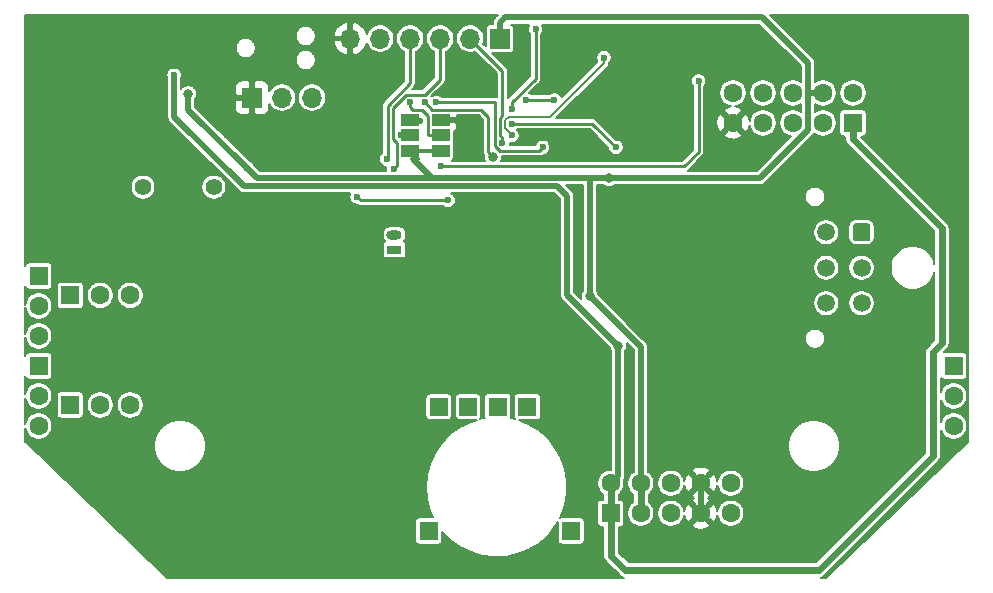
<source format=gbr>
G04 #@! TF.GenerationSoftware,KiCad,Pcbnew,5.1.5+dfsg1-2build2*
G04 #@! TF.CreationDate,2021-11-18T20:41:00+01:00*
G04 #@! TF.ProjectId,wideband_controller_mre,77696465-6261-46e6-945f-636f6e74726f,V1.0*
G04 #@! TF.SameCoordinates,Original*
G04 #@! TF.FileFunction,Copper,L2,Bot*
G04 #@! TF.FilePolarity,Positive*
%FSLAX46Y46*%
G04 Gerber Fmt 4.6, Leading zero omitted, Abs format (unit mm)*
G04 Created by KiCad (PCBNEW 5.1.5+dfsg1-2build2) date 2021-11-18 20:41:00*
%MOMM*%
%LPD*%
G04 APERTURE LIST*
%ADD10R,1.600000X1.600000*%
%ADD11C,1.600000*%
%ADD12R,1.300000X0.800000*%
%ADD13O,1.300000X0.800000*%
%ADD14R,1.524000X1.524000*%
%ADD15C,1.400000*%
%ADD16O,1.700000X1.700000*%
%ADD17R,1.700000X1.700000*%
%ADD18C,1.500000*%
%ADD19C,0.100000*%
%ADD20R,1.500000X1.000000*%
%ADD21C,0.800000*%
%ADD22C,0.600000*%
%ADD23C,0.500000*%
%ADD24C,0.300000*%
%ADD25C,0.250000*%
%ADD26C,0.600000*%
%ADD27C,0.200000*%
G04 APERTURE END LIST*
D10*
X117900600Y-159360800D03*
X115400600Y-159360800D03*
D11*
X127513080Y-165839060D03*
X130053080Y-165839060D03*
X135133080Y-165839060D03*
X135133080Y-168379060D03*
X130053080Y-168379060D03*
X132593080Y-168379060D03*
X127513080Y-168379060D03*
X132593080Y-165839060D03*
X124973080Y-165839060D03*
D10*
X124973080Y-168379060D03*
X154000200Y-155910200D03*
D11*
X154000200Y-158450200D03*
X154000200Y-160990200D03*
D10*
X121615200Y-169880200D03*
X109550200Y-169880200D03*
X76530200Y-155910200D03*
D11*
X76530200Y-158450200D03*
X76530200Y-160990200D03*
D10*
X76530200Y-148290200D03*
D11*
X76530200Y-150830200D03*
X76530200Y-153370200D03*
D10*
X79197200Y-159212200D03*
D11*
X81737200Y-159212200D03*
X84277200Y-159212200D03*
D10*
X79197200Y-149941200D03*
D11*
X81737200Y-149941200D03*
X84277200Y-149941200D03*
D10*
X145478500Y-135336200D03*
D11*
X142938500Y-135336200D03*
X140398500Y-135336200D03*
X137858500Y-135336200D03*
X135318500Y-135336200D03*
X145478500Y-132796200D03*
X142938500Y-132796200D03*
X140398500Y-132796200D03*
X137858500Y-132796200D03*
X135318500Y-132796200D03*
D12*
X106654600Y-146055000D03*
D13*
X106654600Y-144810400D03*
D14*
X112900600Y-159360800D03*
X110400600Y-159360800D03*
D15*
X91360600Y-140771800D03*
X85360600Y-140771800D03*
D16*
X99680000Y-133200000D03*
X97140000Y-133200000D03*
D17*
X94600000Y-133200000D03*
D18*
X143200000Y-150600000D03*
X143200000Y-147600000D03*
X143200000Y-144600000D03*
X146200000Y-150600000D03*
X146200000Y-147600000D03*
G04 #@! TA.AperFunction,ComponentPad*
D19*
G36*
X146724053Y-143851206D02*
G01*
X146748370Y-143854813D01*
X146772216Y-143860786D01*
X146795362Y-143869068D01*
X146817585Y-143879579D01*
X146838670Y-143892217D01*
X146858416Y-143906861D01*
X146876630Y-143923370D01*
X146893139Y-143941584D01*
X146907783Y-143961330D01*
X146920421Y-143982415D01*
X146930932Y-144004638D01*
X146939214Y-144027784D01*
X146945187Y-144051630D01*
X146948794Y-144075947D01*
X146950000Y-144100500D01*
X146950000Y-145099500D01*
X146948794Y-145124053D01*
X146945187Y-145148370D01*
X146939214Y-145172216D01*
X146930932Y-145195362D01*
X146920421Y-145217585D01*
X146907783Y-145238670D01*
X146893139Y-145258416D01*
X146876630Y-145276630D01*
X146858416Y-145293139D01*
X146838670Y-145307783D01*
X146817585Y-145320421D01*
X146795362Y-145330932D01*
X146772216Y-145339214D01*
X146748370Y-145345187D01*
X146724053Y-145348794D01*
X146699500Y-145350000D01*
X145700500Y-145350000D01*
X145675947Y-145348794D01*
X145651630Y-145345187D01*
X145627784Y-145339214D01*
X145604638Y-145330932D01*
X145582415Y-145320421D01*
X145561330Y-145307783D01*
X145541584Y-145293139D01*
X145523370Y-145276630D01*
X145506861Y-145258416D01*
X145492217Y-145238670D01*
X145479579Y-145217585D01*
X145469068Y-145195362D01*
X145460786Y-145172216D01*
X145454813Y-145148370D01*
X145451206Y-145124053D01*
X145450000Y-145099500D01*
X145450000Y-144100500D01*
X145451206Y-144075947D01*
X145454813Y-144051630D01*
X145460786Y-144027784D01*
X145469068Y-144004638D01*
X145479579Y-143982415D01*
X145492217Y-143961330D01*
X145506861Y-143941584D01*
X145523370Y-143923370D01*
X145541584Y-143906861D01*
X145561330Y-143892217D01*
X145582415Y-143879579D01*
X145604638Y-143869068D01*
X145627784Y-143860786D01*
X145651630Y-143854813D01*
X145675947Y-143851206D01*
X145700500Y-143850000D01*
X146699500Y-143850000D01*
X146724053Y-143851206D01*
G37*
G04 #@! TD.AperFunction*
D18*
X143200000Y-150600000D03*
X143200000Y-147600000D03*
X143200000Y-144600000D03*
X146200000Y-150600000D03*
X146200000Y-147600000D03*
G04 #@! TA.AperFunction,ComponentPad*
D19*
G36*
X146724504Y-143851204D02*
G01*
X146748773Y-143854804D01*
X146772571Y-143860765D01*
X146795671Y-143869030D01*
X146817849Y-143879520D01*
X146838893Y-143892133D01*
X146858598Y-143906747D01*
X146876777Y-143923223D01*
X146893253Y-143941402D01*
X146907867Y-143961107D01*
X146920480Y-143982151D01*
X146930970Y-144004329D01*
X146939235Y-144027429D01*
X146945196Y-144051227D01*
X146948796Y-144075496D01*
X146950000Y-144100000D01*
X146950000Y-145100000D01*
X146948796Y-145124504D01*
X146945196Y-145148773D01*
X146939235Y-145172571D01*
X146930970Y-145195671D01*
X146920480Y-145217849D01*
X146907867Y-145238893D01*
X146893253Y-145258598D01*
X146876777Y-145276777D01*
X146858598Y-145293253D01*
X146838893Y-145307867D01*
X146817849Y-145320480D01*
X146795671Y-145330970D01*
X146772571Y-145339235D01*
X146748773Y-145345196D01*
X146724504Y-145348796D01*
X146700000Y-145350000D01*
X145700000Y-145350000D01*
X145675496Y-145348796D01*
X145651227Y-145345196D01*
X145627429Y-145339235D01*
X145604329Y-145330970D01*
X145582151Y-145320480D01*
X145561107Y-145307867D01*
X145541402Y-145293253D01*
X145523223Y-145276777D01*
X145506747Y-145258598D01*
X145492133Y-145238893D01*
X145479520Y-145217849D01*
X145469030Y-145195671D01*
X145460765Y-145172571D01*
X145454804Y-145148773D01*
X145451204Y-145124504D01*
X145450000Y-145100000D01*
X145450000Y-144100000D01*
X145451204Y-144075496D01*
X145454804Y-144051227D01*
X145460765Y-144027429D01*
X145469030Y-144004329D01*
X145479520Y-143982151D01*
X145492133Y-143961107D01*
X145506747Y-143941402D01*
X145523223Y-143923223D01*
X145541402Y-143906747D01*
X145561107Y-143892133D01*
X145582151Y-143879520D01*
X145604329Y-143869030D01*
X145627429Y-143860765D01*
X145651227Y-143854804D01*
X145675496Y-143851204D01*
X145700000Y-143850000D01*
X146700000Y-143850000D01*
X146724504Y-143851204D01*
G37*
G04 #@! TD.AperFunction*
D20*
X108000000Y-135100000D03*
X108000000Y-136400000D03*
X108000000Y-137700000D03*
X110600000Y-135100000D03*
X110600000Y-136400000D03*
X110600000Y-137700000D03*
D16*
X102900000Y-128200000D03*
X105440000Y-128200000D03*
X107980000Y-128200000D03*
X110520000Y-128200000D03*
X113060000Y-128200000D03*
D17*
X115600000Y-128200000D03*
D21*
X100800000Y-129800000D03*
D22*
X120300000Y-144700000D03*
D21*
X153800000Y-129800000D03*
X153800000Y-138400000D03*
X149300000Y-138400000D03*
D22*
X103500000Y-138400000D03*
X89300000Y-131300000D03*
X92500000Y-131000000D03*
X92500000Y-136400000D03*
X113100000Y-142100000D03*
X117200000Y-130800000D03*
X104800000Y-131000000D03*
D21*
X119400000Y-129800000D03*
X126600000Y-161200000D03*
X126600000Y-157000000D03*
D22*
X108800000Y-135200000D03*
X111200000Y-135200000D03*
D21*
X120400000Y-150800000D03*
X139200000Y-151800000D03*
X139200000Y-153000000D03*
X139200000Y-154200000D03*
X140400000Y-151800000D03*
X140400000Y-153000000D03*
X140400000Y-154200000D03*
X135000000Y-153000000D03*
X135000000Y-151800000D03*
X135000000Y-154200000D03*
X138000000Y-151800000D03*
X138000000Y-153000000D03*
X138000000Y-154200000D03*
X133600000Y-151800000D03*
X133600000Y-153000000D03*
X133600000Y-154200000D03*
X128400000Y-137400000D03*
X122800000Y-134200000D03*
X126600000Y-129800000D03*
X88600000Y-139200000D03*
D22*
X122115400Y-147200000D03*
D21*
X135280400Y-138455400D03*
X132588000Y-171627800D03*
X132588000Y-161200000D03*
D22*
X122200000Y-144700000D03*
D21*
X124100000Y-157000000D03*
X124000000Y-161200000D03*
X118200000Y-144700000D03*
X120400000Y-153000000D03*
X129100000Y-153000000D03*
X129100000Y-144300000D03*
X129100000Y-145400000D03*
X129100000Y-146500000D03*
X129100000Y-147600000D03*
X129100000Y-148700000D03*
X130200000Y-144300000D03*
X130200000Y-145400000D03*
X130200000Y-146500000D03*
X130200000Y-147600000D03*
X130200000Y-148700000D03*
X138500000Y-145400000D03*
X140000000Y-145400000D03*
X140000000Y-144400000D03*
X138500000Y-144400000D03*
X138500000Y-149400000D03*
X140000000Y-149400000D03*
D22*
X128300000Y-131800000D03*
X119200000Y-132400000D03*
X132400000Y-141400000D03*
X112800000Y-130800000D03*
X109200000Y-130800000D03*
X115000000Y-132800000D03*
X128400000Y-141400000D03*
X117200000Y-153000000D03*
X119800000Y-156000000D03*
X122800000Y-136400000D03*
X118600000Y-136800000D03*
X116600000Y-134200000D03*
X118600000Y-127400000D03*
D21*
X89200000Y-132900000D03*
X108400000Y-138400000D03*
X124800000Y-140000000D03*
X123200000Y-150000000D03*
D22*
X94144999Y-139155001D03*
X124400000Y-129800000D03*
X116600000Y-136400000D03*
X115800000Y-137000000D03*
X88000000Y-131300000D03*
D21*
X125600000Y-154200000D03*
D22*
X106000000Y-138400000D03*
X106600000Y-139200000D03*
X108000000Y-133600000D03*
X107200000Y-136400000D03*
X117800000Y-133400000D03*
X120200000Y-133400000D03*
X125400000Y-137400000D03*
X116600000Y-135400000D03*
X119200000Y-137400000D03*
X110200000Y-133600000D03*
X110600000Y-139000000D03*
X132400000Y-131800000D03*
X103500000Y-141600000D03*
X111200000Y-141900000D03*
X109200000Y-133600000D03*
D21*
X115000000Y-138200000D03*
D23*
X132593080Y-165839060D02*
X132593080Y-168379060D01*
D24*
X108100000Y-135200000D02*
X108000000Y-135100000D01*
X108800000Y-135200000D02*
X108100000Y-135200000D01*
D25*
X116600000Y-133600000D02*
X116600000Y-134200000D01*
X118600000Y-131600000D02*
X116600000Y-133600000D01*
X118600000Y-127400000D02*
X118600000Y-131600000D01*
D26*
X127513080Y-168379060D02*
X127513080Y-165839060D01*
D23*
X127513080Y-154313080D02*
X123200000Y-150000000D01*
X127513080Y-165839060D02*
X127513080Y-154313080D01*
X123200000Y-141200000D02*
X123200000Y-141000000D01*
X123200000Y-150000000D02*
X123200000Y-141200000D01*
D24*
X110600000Y-137700000D02*
X108000000Y-137700000D01*
D25*
X110700000Y-137800000D02*
X110600000Y-137700000D01*
D23*
X137584702Y-140000000D02*
X125365685Y-140000000D01*
X125365685Y-140000000D02*
X124800000Y-140000000D01*
X141688499Y-135896203D02*
X137584702Y-140000000D01*
X108400000Y-138100000D02*
X108000000Y-137700000D01*
X108400000Y-138600000D02*
X108400000Y-138100000D01*
X109800000Y-140000000D02*
X108400000Y-138600000D01*
X123200000Y-140200000D02*
X123000000Y-140000000D01*
X123200000Y-141200000D02*
X123200000Y-140200000D01*
X124800000Y-140000000D02*
X123000000Y-140000000D01*
X141688499Y-134046201D02*
X141688499Y-135896203D01*
X141688499Y-130288499D02*
X137800000Y-126400000D01*
X116050000Y-126400000D02*
X115600000Y-126850000D01*
X115600000Y-126850000D02*
X115600000Y-128200000D01*
X137800000Y-126400000D02*
X116050000Y-126400000D01*
X141803330Y-132800000D02*
X141648501Y-132800000D01*
X141807130Y-132796200D02*
X141803330Y-132800000D01*
X142938500Y-132796200D02*
X141807130Y-132796200D01*
X141688499Y-134046201D02*
X141688499Y-130288499D01*
X123000000Y-140000000D02*
X111300000Y-140000000D01*
X111300000Y-140000000D02*
X109800000Y-140000000D01*
X89200000Y-133465685D02*
X89200000Y-132900000D01*
X89200000Y-134210002D02*
X89200000Y-133465685D01*
X94989998Y-140000000D02*
X94144999Y-139155001D01*
X109800000Y-140000000D02*
X94989998Y-140000000D01*
X94144999Y-139155001D02*
X89200000Y-134210002D01*
D27*
X119824264Y-134800000D02*
X124400000Y-130224264D01*
X116311998Y-134800000D02*
X119824264Y-134800000D01*
X115999999Y-135111999D02*
X116311998Y-134800000D01*
X124400000Y-130224264D02*
X124400000Y-129800000D01*
X115999999Y-135799999D02*
X115999999Y-135111999D01*
X116600000Y-136400000D02*
X115999999Y-135799999D01*
D25*
X115800000Y-136575736D02*
X115800000Y-137000000D01*
X115574989Y-136350725D02*
X115800000Y-136575736D01*
X115574989Y-134935955D02*
X115574989Y-136350725D01*
X115800000Y-134710944D02*
X115574989Y-134935955D01*
X115800000Y-130940000D02*
X115800000Y-134710944D01*
X113060000Y-128200000D02*
X115800000Y-130940000D01*
D26*
X124973080Y-165839060D02*
X124973080Y-168379060D01*
D23*
X125600000Y-165212140D02*
X124973080Y-165839060D01*
X125600000Y-154200000D02*
X125600000Y-165212140D01*
X121265399Y-149865399D02*
X125600000Y-154200000D01*
X121265399Y-141534601D02*
X121265399Y-149865399D01*
X120430808Y-140700010D02*
X121265399Y-141534601D01*
X93900010Y-140700010D02*
X120430808Y-140700010D01*
X88000000Y-134800000D02*
X93900010Y-140700010D01*
X88000000Y-131300000D02*
X88000000Y-134800000D01*
D26*
X124973080Y-169779060D02*
X124973080Y-168379060D01*
X124993400Y-171993400D02*
X124993400Y-169799380D01*
X124993400Y-169799380D02*
X124973080Y-169779060D01*
X142600000Y-173200000D02*
X126200000Y-173200000D01*
X126200000Y-173200000D02*
X124993400Y-171993400D01*
X152247600Y-154752400D02*
X152247600Y-163552400D01*
X152247600Y-163552400D02*
X142600000Y-173200000D01*
X153000000Y-154000000D02*
X152247600Y-154752400D01*
X153000000Y-144257700D02*
X153000000Y-154000000D01*
X145478500Y-136736200D02*
X153000000Y-144257700D01*
X145478500Y-135336200D02*
X145478500Y-136736200D01*
D25*
X107980000Y-131983590D02*
X107980000Y-128200000D01*
X106099981Y-133863609D02*
X107980000Y-131983590D01*
X106099980Y-138300020D02*
X106099981Y-133863609D01*
X106000000Y-138400000D02*
X106099980Y-138300020D01*
X106899999Y-137025001D02*
X106899999Y-138900001D01*
X106549990Y-136674992D02*
X106899999Y-137025001D01*
X107625001Y-132974999D02*
X106549990Y-134050010D01*
X106899999Y-138900001D02*
X106600000Y-139200000D01*
X110520000Y-131680000D02*
X109225001Y-132974999D01*
X106549990Y-134050010D02*
X106549990Y-136674992D01*
X109225001Y-132974999D02*
X107625001Y-132974999D01*
X110520000Y-130680000D02*
X110520000Y-131680000D01*
X110520000Y-128200000D02*
X110520000Y-130680000D01*
X110520000Y-130680000D02*
X110520000Y-131280000D01*
X109524999Y-134789997D02*
X109524999Y-136324999D01*
X108250735Y-134274999D02*
X109010001Y-134274999D01*
X109010001Y-134274999D02*
X109524999Y-134789997D01*
X108000000Y-134024264D02*
X108250735Y-134274999D01*
X109600000Y-136400000D02*
X110600000Y-136400000D01*
X109524999Y-136324999D02*
X109600000Y-136400000D01*
X108000000Y-133600000D02*
X108000000Y-134024264D01*
X107000000Y-136400000D02*
X108000000Y-136400000D01*
X117800000Y-133400000D02*
X120200000Y-133400000D01*
X123400000Y-135400000D02*
X125400000Y-137400000D01*
X116600000Y-135400000D02*
X123400000Y-135400000D01*
X110200000Y-133600000D02*
X114200000Y-133600000D01*
X115149978Y-133600000D02*
X114200000Y-133600000D01*
X115124979Y-137249981D02*
X115124979Y-133624999D01*
X115574997Y-137699999D02*
X115124979Y-137249981D01*
X115124979Y-133624999D02*
X115149978Y-133600000D01*
X118900001Y-137699999D02*
X115574997Y-137699999D01*
X119200000Y-137400000D02*
X118900001Y-137699999D01*
X110600000Y-139000000D02*
X131200000Y-139000000D01*
X131200000Y-139000000D02*
X132400000Y-137800000D01*
X132400000Y-137800000D02*
X132400000Y-131800000D01*
X111200000Y-141900000D02*
X104000000Y-141900000D01*
X103799999Y-141899999D02*
X103500000Y-141600000D01*
X111200000Y-141900000D02*
X103799999Y-141899999D01*
X109825001Y-134225001D02*
X113974999Y-134225001D01*
X109200000Y-133600000D02*
X109825001Y-134225001D01*
X113974999Y-134225001D02*
X114600000Y-134850002D01*
X114600001Y-137800001D02*
X115000000Y-138200000D01*
X114600000Y-134850002D02*
X114600001Y-137800001D01*
D27*
G36*
X155221513Y-162372064D02*
G01*
X143180601Y-173839600D01*
X142744481Y-173839600D01*
X142851486Y-173807140D01*
X142965101Y-173746412D01*
X143064685Y-173664685D01*
X143085166Y-173639729D01*
X152687329Y-164037566D01*
X152712285Y-164017085D01*
X152794012Y-163917501D01*
X152854740Y-163803886D01*
X152865707Y-163767732D01*
X152892137Y-163680607D01*
X152893284Y-163668957D01*
X152901600Y-163584525D01*
X152901600Y-163584518D01*
X152904763Y-163552400D01*
X152901600Y-163520282D01*
X152901600Y-161353493D01*
X152977538Y-161536824D01*
X153103829Y-161725832D01*
X153264568Y-161886571D01*
X153453576Y-162012862D01*
X153663591Y-162099853D01*
X153886541Y-162144200D01*
X154113859Y-162144200D01*
X154336809Y-162099853D01*
X154546824Y-162012862D01*
X154735832Y-161886571D01*
X154896571Y-161725832D01*
X155022862Y-161536824D01*
X155109853Y-161326809D01*
X155154200Y-161103859D01*
X155154200Y-160876541D01*
X155109853Y-160653591D01*
X155022862Y-160443576D01*
X154896571Y-160254568D01*
X154735832Y-160093829D01*
X154546824Y-159967538D01*
X154336809Y-159880547D01*
X154113859Y-159836200D01*
X153886541Y-159836200D01*
X153663591Y-159880547D01*
X153453576Y-159967538D01*
X153264568Y-160093829D01*
X153103829Y-160254568D01*
X152977538Y-160443576D01*
X152901600Y-160626907D01*
X152901600Y-158813493D01*
X152977538Y-158996824D01*
X153103829Y-159185832D01*
X153264568Y-159346571D01*
X153453576Y-159472862D01*
X153663591Y-159559853D01*
X153886541Y-159604200D01*
X154113859Y-159604200D01*
X154336809Y-159559853D01*
X154546824Y-159472862D01*
X154735832Y-159346571D01*
X154896571Y-159185832D01*
X155022862Y-158996824D01*
X155109853Y-158786809D01*
X155154200Y-158563859D01*
X155154200Y-158336541D01*
X155109853Y-158113591D01*
X155022862Y-157903576D01*
X154896571Y-157714568D01*
X154735832Y-157553829D01*
X154546824Y-157427538D01*
X154336809Y-157340547D01*
X154113859Y-157296200D01*
X153886541Y-157296200D01*
X153663591Y-157340547D01*
X153453576Y-157427538D01*
X153264568Y-157553829D01*
X153103829Y-157714568D01*
X152977538Y-157903576D01*
X152901600Y-158086907D01*
X152901600Y-156902517D01*
X152904436Y-156907823D01*
X152948674Y-156961726D01*
X153002577Y-157005964D01*
X153064075Y-157038835D01*
X153130804Y-157059077D01*
X153200200Y-157065912D01*
X154800200Y-157065912D01*
X154869596Y-157059077D01*
X154936325Y-157038835D01*
X154997823Y-157005964D01*
X155051726Y-156961726D01*
X155095964Y-156907823D01*
X155128835Y-156846325D01*
X155149077Y-156779596D01*
X155155912Y-156710200D01*
X155155912Y-155110200D01*
X155149077Y-155040804D01*
X155128835Y-154974075D01*
X155095964Y-154912577D01*
X155051726Y-154858674D01*
X154997823Y-154814436D01*
X154936325Y-154781565D01*
X154869596Y-154761323D01*
X154800200Y-154754488D01*
X153200200Y-154754488D01*
X153167153Y-154757743D01*
X153439734Y-154485162D01*
X153464685Y-154464685D01*
X153501412Y-154419934D01*
X153546411Y-154365102D01*
X153607140Y-154251486D01*
X153622758Y-154200000D01*
X153644537Y-154128206D01*
X153654000Y-154032125D01*
X153654000Y-154032116D01*
X153657163Y-154000001D01*
X153654000Y-153967886D01*
X153654000Y-144289814D01*
X153657163Y-144257699D01*
X153654000Y-144225584D01*
X153654000Y-144225575D01*
X153644537Y-144129494D01*
X153607140Y-144006214D01*
X153546412Y-143892599D01*
X153464685Y-143793015D01*
X153439736Y-143772540D01*
X146159107Y-136491912D01*
X146278500Y-136491912D01*
X146347896Y-136485077D01*
X146414625Y-136464835D01*
X146476123Y-136431964D01*
X146530026Y-136387726D01*
X146574264Y-136333823D01*
X146607135Y-136272325D01*
X146627377Y-136205596D01*
X146634212Y-136136200D01*
X146634212Y-134536200D01*
X146627377Y-134466804D01*
X146607135Y-134400075D01*
X146574264Y-134338577D01*
X146530026Y-134284674D01*
X146476123Y-134240436D01*
X146414625Y-134207565D01*
X146347896Y-134187323D01*
X146278500Y-134180488D01*
X144678500Y-134180488D01*
X144609104Y-134187323D01*
X144542375Y-134207565D01*
X144480877Y-134240436D01*
X144426974Y-134284674D01*
X144382736Y-134338577D01*
X144349865Y-134400075D01*
X144329623Y-134466804D01*
X144322788Y-134536200D01*
X144322788Y-136136200D01*
X144329623Y-136205596D01*
X144349865Y-136272325D01*
X144382736Y-136333823D01*
X144426974Y-136387726D01*
X144480877Y-136431964D01*
X144542375Y-136464835D01*
X144609104Y-136485077D01*
X144678500Y-136491912D01*
X144824501Y-136491912D01*
X144824501Y-136704073D01*
X144821337Y-136736200D01*
X144833963Y-136864406D01*
X144871360Y-136987685D01*
X144932089Y-137101301D01*
X144969644Y-137147061D01*
X145013816Y-137200885D01*
X145038766Y-137221361D01*
X152346000Y-144528596D01*
X152346000Y-147276633D01*
X152302752Y-147059208D01*
X152162994Y-146721802D01*
X151960096Y-146418144D01*
X151701856Y-146159904D01*
X151398198Y-145957006D01*
X151060792Y-145817248D01*
X150702603Y-145746000D01*
X150337397Y-145746000D01*
X149979208Y-145817248D01*
X149641802Y-145957006D01*
X149338144Y-146159904D01*
X149079904Y-146418144D01*
X148877006Y-146721802D01*
X148737248Y-147059208D01*
X148666000Y-147417397D01*
X148666000Y-147782603D01*
X148737248Y-148140792D01*
X148877006Y-148478198D01*
X149079904Y-148781856D01*
X149338144Y-149040096D01*
X149641802Y-149242994D01*
X149979208Y-149382752D01*
X150337397Y-149454000D01*
X150702603Y-149454000D01*
X151060792Y-149382752D01*
X151398198Y-149242994D01*
X151701856Y-149040096D01*
X151960096Y-148781856D01*
X152162994Y-148478198D01*
X152302752Y-148140792D01*
X152346000Y-147923367D01*
X152346001Y-153729103D01*
X151807871Y-154267234D01*
X151782915Y-154287715D01*
X151701188Y-154387300D01*
X151659825Y-154464685D01*
X151640460Y-154500915D01*
X151608237Y-154607140D01*
X151603063Y-154624195D01*
X151593600Y-154720276D01*
X151593600Y-154720282D01*
X151590437Y-154752400D01*
X151593600Y-154784518D01*
X151593601Y-163281504D01*
X142329105Y-172546000D01*
X126470896Y-172546000D01*
X125647400Y-171722505D01*
X125647400Y-169831498D01*
X125650563Y-169799380D01*
X125647400Y-169767262D01*
X125647400Y-169767255D01*
X125637937Y-169671174D01*
X125627080Y-169635384D01*
X125627080Y-169534772D01*
X125773080Y-169534772D01*
X125842476Y-169527937D01*
X125909205Y-169507695D01*
X125970703Y-169474824D01*
X126024606Y-169430586D01*
X126068844Y-169376683D01*
X126101715Y-169315185D01*
X126121957Y-169248456D01*
X126128792Y-169179060D01*
X126128792Y-167579060D01*
X126121957Y-167509664D01*
X126101715Y-167442935D01*
X126068844Y-167381437D01*
X126024606Y-167327534D01*
X125970703Y-167283296D01*
X125909205Y-167250425D01*
X125842476Y-167230183D01*
X125773080Y-167223348D01*
X125627080Y-167223348D01*
X125627080Y-166789976D01*
X125708712Y-166735431D01*
X125869451Y-166574692D01*
X125995742Y-166385684D01*
X126082733Y-166175669D01*
X126127080Y-165952719D01*
X126127080Y-165725401D01*
X126094511Y-165561666D01*
X126104637Y-165549328D01*
X126160723Y-165444399D01*
X126195260Y-165330545D01*
X126204000Y-165241807D01*
X126206922Y-165212140D01*
X126204000Y-165182473D01*
X126204000Y-154653214D01*
X126268186Y-154557153D01*
X126325024Y-154419934D01*
X126354000Y-154274262D01*
X126354000Y-154125738D01*
X126325024Y-153980066D01*
X126324418Y-153978603D01*
X126909081Y-154563266D01*
X126909080Y-164854735D01*
X126777448Y-164942689D01*
X126616709Y-165103428D01*
X126490418Y-165292436D01*
X126403427Y-165502451D01*
X126359080Y-165725401D01*
X126359080Y-165952719D01*
X126403427Y-166175669D01*
X126490418Y-166385684D01*
X126616709Y-166574692D01*
X126777448Y-166735431D01*
X126859081Y-166789976D01*
X126859080Y-167428144D01*
X126777448Y-167482689D01*
X126616709Y-167643428D01*
X126490418Y-167832436D01*
X126403427Y-168042451D01*
X126359080Y-168265401D01*
X126359080Y-168492719D01*
X126403427Y-168715669D01*
X126490418Y-168925684D01*
X126616709Y-169114692D01*
X126777448Y-169275431D01*
X126966456Y-169401722D01*
X127176471Y-169488713D01*
X127399421Y-169533060D01*
X127626739Y-169533060D01*
X127849689Y-169488713D01*
X128059704Y-169401722D01*
X128248712Y-169275431D01*
X128409451Y-169114692D01*
X128535742Y-168925684D01*
X128622733Y-168715669D01*
X128667080Y-168492719D01*
X128667080Y-168265401D01*
X128899080Y-168265401D01*
X128899080Y-168492719D01*
X128943427Y-168715669D01*
X129030418Y-168925684D01*
X129156709Y-169114692D01*
X129317448Y-169275431D01*
X129506456Y-169401722D01*
X129716471Y-169488713D01*
X129939421Y-169533060D01*
X130166739Y-169533060D01*
X130389689Y-169488713D01*
X130599704Y-169401722D01*
X130640842Y-169374234D01*
X131815695Y-169374234D01*
X131891004Y-169607387D01*
X132144128Y-169720753D01*
X132414506Y-169782558D01*
X132691746Y-169790429D01*
X132965194Y-169744061D01*
X133224343Y-169645237D01*
X133295156Y-169607387D01*
X133370465Y-169374234D01*
X132593080Y-168596849D01*
X131815695Y-169374234D01*
X130640842Y-169374234D01*
X130788712Y-169275431D01*
X130949451Y-169114692D01*
X131075742Y-168925684D01*
X131162733Y-168715669D01*
X131194758Y-168554668D01*
X131228079Y-168751174D01*
X131326903Y-169010323D01*
X131364753Y-169081136D01*
X131597906Y-169156445D01*
X132375291Y-168379060D01*
X132810869Y-168379060D01*
X133588254Y-169156445D01*
X133821407Y-169081136D01*
X133934773Y-168828012D01*
X133994126Y-168568361D01*
X134023427Y-168715669D01*
X134110418Y-168925684D01*
X134236709Y-169114692D01*
X134397448Y-169275431D01*
X134586456Y-169401722D01*
X134796471Y-169488713D01*
X135019421Y-169533060D01*
X135246739Y-169533060D01*
X135469689Y-169488713D01*
X135679704Y-169401722D01*
X135868712Y-169275431D01*
X136029451Y-169114692D01*
X136155742Y-168925684D01*
X136242733Y-168715669D01*
X136287080Y-168492719D01*
X136287080Y-168265401D01*
X136242733Y-168042451D01*
X136155742Y-167832436D01*
X136029451Y-167643428D01*
X135868712Y-167482689D01*
X135679704Y-167356398D01*
X135469689Y-167269407D01*
X135246739Y-167225060D01*
X135019421Y-167225060D01*
X134796471Y-167269407D01*
X134586456Y-167356398D01*
X134397448Y-167482689D01*
X134236709Y-167643428D01*
X134110418Y-167832436D01*
X134023427Y-168042451D01*
X133991402Y-168203452D01*
X133958081Y-168006946D01*
X133859257Y-167747797D01*
X133821407Y-167676984D01*
X133588254Y-167601675D01*
X132810869Y-168379060D01*
X132375291Y-168379060D01*
X131597906Y-167601675D01*
X131364753Y-167676984D01*
X131251387Y-167930108D01*
X131192034Y-168189759D01*
X131162733Y-168042451D01*
X131075742Y-167832436D01*
X130949451Y-167643428D01*
X130788712Y-167482689D01*
X130599704Y-167356398D01*
X130389689Y-167269407D01*
X130166739Y-167225060D01*
X129939421Y-167225060D01*
X129716471Y-167269407D01*
X129506456Y-167356398D01*
X129317448Y-167482689D01*
X129156709Y-167643428D01*
X129030418Y-167832436D01*
X128943427Y-168042451D01*
X128899080Y-168265401D01*
X128667080Y-168265401D01*
X128622733Y-168042451D01*
X128535742Y-167832436D01*
X128409451Y-167643428D01*
X128248712Y-167482689D01*
X128167080Y-167428144D01*
X128167080Y-166789976D01*
X128248712Y-166735431D01*
X128409451Y-166574692D01*
X128535742Y-166385684D01*
X128622733Y-166175669D01*
X128667080Y-165952719D01*
X128667080Y-165725401D01*
X128899080Y-165725401D01*
X128899080Y-165952719D01*
X128943427Y-166175669D01*
X129030418Y-166385684D01*
X129156709Y-166574692D01*
X129317448Y-166735431D01*
X129506456Y-166861722D01*
X129716471Y-166948713D01*
X129939421Y-166993060D01*
X130166739Y-166993060D01*
X130389689Y-166948713D01*
X130599704Y-166861722D01*
X130640842Y-166834234D01*
X131815695Y-166834234D01*
X131891004Y-167067387D01*
X131978437Y-167106545D01*
X131961817Y-167112883D01*
X131891004Y-167150733D01*
X131815695Y-167383886D01*
X132593080Y-168161271D01*
X133370465Y-167383886D01*
X133295156Y-167150733D01*
X133207723Y-167111575D01*
X133224343Y-167105237D01*
X133295156Y-167067387D01*
X133370465Y-166834234D01*
X132593080Y-166056849D01*
X131815695Y-166834234D01*
X130640842Y-166834234D01*
X130788712Y-166735431D01*
X130949451Y-166574692D01*
X131075742Y-166385684D01*
X131162733Y-166175669D01*
X131194758Y-166014668D01*
X131228079Y-166211174D01*
X131326903Y-166470323D01*
X131364753Y-166541136D01*
X131597906Y-166616445D01*
X132375291Y-165839060D01*
X132810869Y-165839060D01*
X133588254Y-166616445D01*
X133821407Y-166541136D01*
X133934773Y-166288012D01*
X133994126Y-166028361D01*
X134023427Y-166175669D01*
X134110418Y-166385684D01*
X134236709Y-166574692D01*
X134397448Y-166735431D01*
X134586456Y-166861722D01*
X134796471Y-166948713D01*
X135019421Y-166993060D01*
X135246739Y-166993060D01*
X135469689Y-166948713D01*
X135679704Y-166861722D01*
X135868712Y-166735431D01*
X136029451Y-166574692D01*
X136155742Y-166385684D01*
X136242733Y-166175669D01*
X136287080Y-165952719D01*
X136287080Y-165725401D01*
X136242733Y-165502451D01*
X136155742Y-165292436D01*
X136029451Y-165103428D01*
X135868712Y-164942689D01*
X135679704Y-164816398D01*
X135469689Y-164729407D01*
X135246739Y-164685060D01*
X135019421Y-164685060D01*
X134796471Y-164729407D01*
X134586456Y-164816398D01*
X134397448Y-164942689D01*
X134236709Y-165103428D01*
X134110418Y-165292436D01*
X134023427Y-165502451D01*
X133991402Y-165663452D01*
X133958081Y-165466946D01*
X133859257Y-165207797D01*
X133821407Y-165136984D01*
X133588254Y-165061675D01*
X132810869Y-165839060D01*
X132375291Y-165839060D01*
X131597906Y-165061675D01*
X131364753Y-165136984D01*
X131251387Y-165390108D01*
X131192034Y-165649759D01*
X131162733Y-165502451D01*
X131075742Y-165292436D01*
X130949451Y-165103428D01*
X130788712Y-164942689D01*
X130640843Y-164843886D01*
X131815695Y-164843886D01*
X132593080Y-165621271D01*
X133370465Y-164843886D01*
X133295156Y-164610733D01*
X133042032Y-164497367D01*
X132771654Y-164435562D01*
X132494414Y-164427691D01*
X132220966Y-164474059D01*
X131961817Y-164572883D01*
X131891004Y-164610733D01*
X131815695Y-164843886D01*
X130640843Y-164843886D01*
X130599704Y-164816398D01*
X130389689Y-164729407D01*
X130166739Y-164685060D01*
X129939421Y-164685060D01*
X129716471Y-164729407D01*
X129506456Y-164816398D01*
X129317448Y-164942689D01*
X129156709Y-165103428D01*
X129030418Y-165292436D01*
X128943427Y-165502451D01*
X128899080Y-165725401D01*
X128667080Y-165725401D01*
X128622733Y-165502451D01*
X128535742Y-165292436D01*
X128409451Y-165103428D01*
X128248712Y-164942689D01*
X128117080Y-164854735D01*
X128117080Y-162470619D01*
X139950509Y-162470619D01*
X139950509Y-162906599D01*
X140035565Y-163334202D01*
X140202407Y-163736995D01*
X140444625Y-164099500D01*
X140752909Y-164407784D01*
X141115414Y-164650002D01*
X141518207Y-164816844D01*
X141945810Y-164901900D01*
X142381790Y-164901900D01*
X142809393Y-164816844D01*
X143212186Y-164650002D01*
X143574691Y-164407784D01*
X143882975Y-164099500D01*
X144125193Y-163736995D01*
X144292035Y-163334202D01*
X144377091Y-162906599D01*
X144377091Y-162470619D01*
X144292035Y-162043016D01*
X144125193Y-161640223D01*
X143882975Y-161277718D01*
X143574691Y-160969434D01*
X143212186Y-160727216D01*
X142809393Y-160560374D01*
X142381790Y-160475318D01*
X141945810Y-160475318D01*
X141518207Y-160560374D01*
X141115414Y-160727216D01*
X140752909Y-160969434D01*
X140444625Y-161277718D01*
X140202407Y-161640223D01*
X140035565Y-162043016D01*
X139950509Y-162470619D01*
X128117080Y-162470619D01*
X128117080Y-154342746D01*
X128120002Y-154313079D01*
X128108340Y-154194675D01*
X128082006Y-154107863D01*
X128073803Y-154080821D01*
X128017717Y-153975892D01*
X127942239Y-153883921D01*
X127919192Y-153865007D01*
X127570073Y-153515888D01*
X141406000Y-153515888D01*
X141406000Y-153684112D01*
X141438819Y-153849103D01*
X141503195Y-154004521D01*
X141596655Y-154144393D01*
X141715607Y-154263345D01*
X141855479Y-154356805D01*
X142010897Y-154421181D01*
X142175888Y-154454000D01*
X142344112Y-154454000D01*
X142509103Y-154421181D01*
X142664521Y-154356805D01*
X142804393Y-154263345D01*
X142923345Y-154144393D01*
X143016805Y-154004521D01*
X143081181Y-153849103D01*
X143114000Y-153684112D01*
X143114000Y-153515888D01*
X143081181Y-153350897D01*
X143016805Y-153195479D01*
X142923345Y-153055607D01*
X142804393Y-152936655D01*
X142664521Y-152843195D01*
X142509103Y-152778819D01*
X142344112Y-152746000D01*
X142175888Y-152746000D01*
X142010897Y-152778819D01*
X141855479Y-152843195D01*
X141715607Y-152936655D01*
X141596655Y-153055607D01*
X141503195Y-153195479D01*
X141438819Y-153350897D01*
X141406000Y-153515888D01*
X127570073Y-153515888D01*
X124545450Y-150491265D01*
X142096000Y-150491265D01*
X142096000Y-150708735D01*
X142138426Y-150922025D01*
X142221648Y-151122940D01*
X142342467Y-151303759D01*
X142496241Y-151457533D01*
X142677060Y-151578352D01*
X142877975Y-151661574D01*
X143091265Y-151704000D01*
X143308735Y-151704000D01*
X143522025Y-151661574D01*
X143722940Y-151578352D01*
X143903759Y-151457533D01*
X144057533Y-151303759D01*
X144178352Y-151122940D01*
X144261574Y-150922025D01*
X144304000Y-150708735D01*
X144304000Y-150491265D01*
X145096000Y-150491265D01*
X145096000Y-150708735D01*
X145138426Y-150922025D01*
X145221648Y-151122940D01*
X145342467Y-151303759D01*
X145496241Y-151457533D01*
X145677060Y-151578352D01*
X145877975Y-151661574D01*
X146091265Y-151704000D01*
X146308735Y-151704000D01*
X146522025Y-151661574D01*
X146722940Y-151578352D01*
X146903759Y-151457533D01*
X147057533Y-151303759D01*
X147178352Y-151122940D01*
X147261574Y-150922025D01*
X147304000Y-150708735D01*
X147304000Y-150491265D01*
X147261574Y-150277975D01*
X147178352Y-150077060D01*
X147057533Y-149896241D01*
X146903759Y-149742467D01*
X146722940Y-149621648D01*
X146522025Y-149538426D01*
X146308735Y-149496000D01*
X146091265Y-149496000D01*
X145877975Y-149538426D01*
X145677060Y-149621648D01*
X145496241Y-149742467D01*
X145342467Y-149896241D01*
X145221648Y-150077060D01*
X145138426Y-150277975D01*
X145096000Y-150491265D01*
X144304000Y-150491265D01*
X144261574Y-150277975D01*
X144178352Y-150077060D01*
X144057533Y-149896241D01*
X143903759Y-149742467D01*
X143722940Y-149621648D01*
X143522025Y-149538426D01*
X143308735Y-149496000D01*
X143091265Y-149496000D01*
X142877975Y-149538426D01*
X142677060Y-149621648D01*
X142496241Y-149742467D01*
X142342467Y-149896241D01*
X142221648Y-150077060D01*
X142138426Y-150277975D01*
X142096000Y-150491265D01*
X124545450Y-150491265D01*
X123947563Y-149893379D01*
X123925024Y-149780066D01*
X123868186Y-149642847D01*
X123804000Y-149546786D01*
X123804000Y-147491265D01*
X142096000Y-147491265D01*
X142096000Y-147708735D01*
X142138426Y-147922025D01*
X142221648Y-148122940D01*
X142342467Y-148303759D01*
X142496241Y-148457533D01*
X142677060Y-148578352D01*
X142877975Y-148661574D01*
X143091265Y-148704000D01*
X143308735Y-148704000D01*
X143522025Y-148661574D01*
X143722940Y-148578352D01*
X143903759Y-148457533D01*
X144057533Y-148303759D01*
X144178352Y-148122940D01*
X144261574Y-147922025D01*
X144304000Y-147708735D01*
X144304000Y-147491265D01*
X145096000Y-147491265D01*
X145096000Y-147708735D01*
X145138426Y-147922025D01*
X145221648Y-148122940D01*
X145342467Y-148303759D01*
X145496241Y-148457533D01*
X145677060Y-148578352D01*
X145877975Y-148661574D01*
X146091265Y-148704000D01*
X146308735Y-148704000D01*
X146522025Y-148661574D01*
X146722940Y-148578352D01*
X146903759Y-148457533D01*
X147057533Y-148303759D01*
X147178352Y-148122940D01*
X147261574Y-147922025D01*
X147304000Y-147708735D01*
X147304000Y-147491265D01*
X147261574Y-147277975D01*
X147178352Y-147077060D01*
X147057533Y-146896241D01*
X146903759Y-146742467D01*
X146722940Y-146621648D01*
X146522025Y-146538426D01*
X146308735Y-146496000D01*
X146091265Y-146496000D01*
X145877975Y-146538426D01*
X145677060Y-146621648D01*
X145496241Y-146742467D01*
X145342467Y-146896241D01*
X145221648Y-147077060D01*
X145138426Y-147277975D01*
X145096000Y-147491265D01*
X144304000Y-147491265D01*
X144261574Y-147277975D01*
X144178352Y-147077060D01*
X144057533Y-146896241D01*
X143903759Y-146742467D01*
X143722940Y-146621648D01*
X143522025Y-146538426D01*
X143308735Y-146496000D01*
X143091265Y-146496000D01*
X142877975Y-146538426D01*
X142677060Y-146621648D01*
X142496241Y-146742467D01*
X142342467Y-146896241D01*
X142221648Y-147077060D01*
X142138426Y-147277975D01*
X142096000Y-147491265D01*
X123804000Y-147491265D01*
X123804000Y-144491265D01*
X142096000Y-144491265D01*
X142096000Y-144708735D01*
X142138426Y-144922025D01*
X142221648Y-145122940D01*
X142342467Y-145303759D01*
X142496241Y-145457533D01*
X142677060Y-145578352D01*
X142877975Y-145661574D01*
X143091265Y-145704000D01*
X143308735Y-145704000D01*
X143522025Y-145661574D01*
X143722940Y-145578352D01*
X143903759Y-145457533D01*
X144057533Y-145303759D01*
X144178352Y-145122940D01*
X144261574Y-144922025D01*
X144304000Y-144708735D01*
X144304000Y-144491265D01*
X144261574Y-144277975D01*
X144187855Y-144100000D01*
X145094288Y-144100000D01*
X145094288Y-145100000D01*
X145105927Y-145218169D01*
X145140395Y-145331796D01*
X145196369Y-145436516D01*
X145271697Y-145528303D01*
X145363484Y-145603631D01*
X145468204Y-145659605D01*
X145581831Y-145694073D01*
X145700000Y-145705712D01*
X146700000Y-145705712D01*
X146818169Y-145694073D01*
X146931796Y-145659605D01*
X147036516Y-145603631D01*
X147128303Y-145528303D01*
X147203631Y-145436516D01*
X147259605Y-145331796D01*
X147294073Y-145218169D01*
X147305712Y-145100000D01*
X147305712Y-144100000D01*
X147294073Y-143981831D01*
X147259605Y-143868204D01*
X147203631Y-143763484D01*
X147128303Y-143671697D01*
X147036516Y-143596369D01*
X146931796Y-143540395D01*
X146818169Y-143505927D01*
X146700000Y-143494288D01*
X145700000Y-143494288D01*
X145581831Y-143505927D01*
X145468204Y-143540395D01*
X145363484Y-143596369D01*
X145271697Y-143671697D01*
X145196369Y-143763484D01*
X145140395Y-143868204D01*
X145105927Y-143981831D01*
X145094288Y-144100000D01*
X144187855Y-144100000D01*
X144178352Y-144077060D01*
X144057533Y-143896241D01*
X143903759Y-143742467D01*
X143722940Y-143621648D01*
X143522025Y-143538426D01*
X143308735Y-143496000D01*
X143091265Y-143496000D01*
X142877975Y-143538426D01*
X142677060Y-143621648D01*
X142496241Y-143742467D01*
X142342467Y-143896241D01*
X142221648Y-144077060D01*
X142138426Y-144277975D01*
X142096000Y-144491265D01*
X123804000Y-144491265D01*
X123804000Y-141515888D01*
X141406000Y-141515888D01*
X141406000Y-141684112D01*
X141438819Y-141849103D01*
X141503195Y-142004521D01*
X141596655Y-142144393D01*
X141715607Y-142263345D01*
X141855479Y-142356805D01*
X142010897Y-142421181D01*
X142175888Y-142454000D01*
X142344112Y-142454000D01*
X142509103Y-142421181D01*
X142664521Y-142356805D01*
X142804393Y-142263345D01*
X142923345Y-142144393D01*
X143016805Y-142004521D01*
X143081181Y-141849103D01*
X143114000Y-141684112D01*
X143114000Y-141515888D01*
X143081181Y-141350897D01*
X143016805Y-141195479D01*
X142923345Y-141055607D01*
X142804393Y-140936655D01*
X142664521Y-140843195D01*
X142509103Y-140778819D01*
X142344112Y-140746000D01*
X142175888Y-140746000D01*
X142010897Y-140778819D01*
X141855479Y-140843195D01*
X141715607Y-140936655D01*
X141596655Y-141055607D01*
X141503195Y-141195479D01*
X141438819Y-141350897D01*
X141406000Y-141515888D01*
X123804000Y-141515888D01*
X123804000Y-140604000D01*
X124346786Y-140604000D01*
X124442847Y-140668186D01*
X124580066Y-140725024D01*
X124725738Y-140754000D01*
X124874262Y-140754000D01*
X125019934Y-140725024D01*
X125157153Y-140668186D01*
X125253214Y-140604000D01*
X137555035Y-140604000D01*
X137584702Y-140606922D01*
X137614369Y-140604000D01*
X137703107Y-140595260D01*
X137816961Y-140560723D01*
X137921890Y-140504637D01*
X138013861Y-140429159D01*
X138032780Y-140406106D01*
X142094611Y-136344276D01*
X142117658Y-136325362D01*
X142193136Y-136233391D01*
X142196812Y-136226515D01*
X142202868Y-136232571D01*
X142391876Y-136358862D01*
X142601891Y-136445853D01*
X142824841Y-136490200D01*
X143052159Y-136490200D01*
X143275109Y-136445853D01*
X143485124Y-136358862D01*
X143674132Y-136232571D01*
X143834871Y-136071832D01*
X143961162Y-135882824D01*
X144048153Y-135672809D01*
X144092500Y-135449859D01*
X144092500Y-135222541D01*
X144048153Y-134999591D01*
X143961162Y-134789576D01*
X143834871Y-134600568D01*
X143674132Y-134439829D01*
X143485124Y-134313538D01*
X143275109Y-134226547D01*
X143052159Y-134182200D01*
X142824841Y-134182200D01*
X142601891Y-134226547D01*
X142391876Y-134313538D01*
X142292499Y-134379940D01*
X142292499Y-133752460D01*
X142391876Y-133818862D01*
X142601891Y-133905853D01*
X142824841Y-133950200D01*
X143052159Y-133950200D01*
X143275109Y-133905853D01*
X143485124Y-133818862D01*
X143674132Y-133692571D01*
X143834871Y-133531832D01*
X143961162Y-133342824D01*
X144048153Y-133132809D01*
X144092500Y-132909859D01*
X144092500Y-132682541D01*
X144324500Y-132682541D01*
X144324500Y-132909859D01*
X144368847Y-133132809D01*
X144455838Y-133342824D01*
X144582129Y-133531832D01*
X144742868Y-133692571D01*
X144931876Y-133818862D01*
X145141891Y-133905853D01*
X145364841Y-133950200D01*
X145592159Y-133950200D01*
X145815109Y-133905853D01*
X146025124Y-133818862D01*
X146214132Y-133692571D01*
X146374871Y-133531832D01*
X146501162Y-133342824D01*
X146588153Y-133132809D01*
X146632500Y-132909859D01*
X146632500Y-132682541D01*
X146588153Y-132459591D01*
X146501162Y-132249576D01*
X146374871Y-132060568D01*
X146214132Y-131899829D01*
X146025124Y-131773538D01*
X145815109Y-131686547D01*
X145592159Y-131642200D01*
X145364841Y-131642200D01*
X145141891Y-131686547D01*
X144931876Y-131773538D01*
X144742868Y-131899829D01*
X144582129Y-132060568D01*
X144455838Y-132249576D01*
X144368847Y-132459591D01*
X144324500Y-132682541D01*
X144092500Y-132682541D01*
X144048153Y-132459591D01*
X143961162Y-132249576D01*
X143834871Y-132060568D01*
X143674132Y-131899829D01*
X143485124Y-131773538D01*
X143275109Y-131686547D01*
X143052159Y-131642200D01*
X142824841Y-131642200D01*
X142601891Y-131686547D01*
X142391876Y-131773538D01*
X142292499Y-131839940D01*
X142292499Y-130318165D01*
X142295421Y-130288498D01*
X142283759Y-130170094D01*
X142273194Y-130135265D01*
X142249222Y-130056240D01*
X142193136Y-129951311D01*
X142117658Y-129859340D01*
X142094611Y-129840426D01*
X138444783Y-126190598D01*
X155246538Y-126185303D01*
X155221513Y-162372064D01*
G37*
X155221513Y-162372064D02*
X143180601Y-173839600D01*
X142744481Y-173839600D01*
X142851486Y-173807140D01*
X142965101Y-173746412D01*
X143064685Y-173664685D01*
X143085166Y-173639729D01*
X152687329Y-164037566D01*
X152712285Y-164017085D01*
X152794012Y-163917501D01*
X152854740Y-163803886D01*
X152865707Y-163767732D01*
X152892137Y-163680607D01*
X152893284Y-163668957D01*
X152901600Y-163584525D01*
X152901600Y-163584518D01*
X152904763Y-163552400D01*
X152901600Y-163520282D01*
X152901600Y-161353493D01*
X152977538Y-161536824D01*
X153103829Y-161725832D01*
X153264568Y-161886571D01*
X153453576Y-162012862D01*
X153663591Y-162099853D01*
X153886541Y-162144200D01*
X154113859Y-162144200D01*
X154336809Y-162099853D01*
X154546824Y-162012862D01*
X154735832Y-161886571D01*
X154896571Y-161725832D01*
X155022862Y-161536824D01*
X155109853Y-161326809D01*
X155154200Y-161103859D01*
X155154200Y-160876541D01*
X155109853Y-160653591D01*
X155022862Y-160443576D01*
X154896571Y-160254568D01*
X154735832Y-160093829D01*
X154546824Y-159967538D01*
X154336809Y-159880547D01*
X154113859Y-159836200D01*
X153886541Y-159836200D01*
X153663591Y-159880547D01*
X153453576Y-159967538D01*
X153264568Y-160093829D01*
X153103829Y-160254568D01*
X152977538Y-160443576D01*
X152901600Y-160626907D01*
X152901600Y-158813493D01*
X152977538Y-158996824D01*
X153103829Y-159185832D01*
X153264568Y-159346571D01*
X153453576Y-159472862D01*
X153663591Y-159559853D01*
X153886541Y-159604200D01*
X154113859Y-159604200D01*
X154336809Y-159559853D01*
X154546824Y-159472862D01*
X154735832Y-159346571D01*
X154896571Y-159185832D01*
X155022862Y-158996824D01*
X155109853Y-158786809D01*
X155154200Y-158563859D01*
X155154200Y-158336541D01*
X155109853Y-158113591D01*
X155022862Y-157903576D01*
X154896571Y-157714568D01*
X154735832Y-157553829D01*
X154546824Y-157427538D01*
X154336809Y-157340547D01*
X154113859Y-157296200D01*
X153886541Y-157296200D01*
X153663591Y-157340547D01*
X153453576Y-157427538D01*
X153264568Y-157553829D01*
X153103829Y-157714568D01*
X152977538Y-157903576D01*
X152901600Y-158086907D01*
X152901600Y-156902517D01*
X152904436Y-156907823D01*
X152948674Y-156961726D01*
X153002577Y-157005964D01*
X153064075Y-157038835D01*
X153130804Y-157059077D01*
X153200200Y-157065912D01*
X154800200Y-157065912D01*
X154869596Y-157059077D01*
X154936325Y-157038835D01*
X154997823Y-157005964D01*
X155051726Y-156961726D01*
X155095964Y-156907823D01*
X155128835Y-156846325D01*
X155149077Y-156779596D01*
X155155912Y-156710200D01*
X155155912Y-155110200D01*
X155149077Y-155040804D01*
X155128835Y-154974075D01*
X155095964Y-154912577D01*
X155051726Y-154858674D01*
X154997823Y-154814436D01*
X154936325Y-154781565D01*
X154869596Y-154761323D01*
X154800200Y-154754488D01*
X153200200Y-154754488D01*
X153167153Y-154757743D01*
X153439734Y-154485162D01*
X153464685Y-154464685D01*
X153501412Y-154419934D01*
X153546411Y-154365102D01*
X153607140Y-154251486D01*
X153622758Y-154200000D01*
X153644537Y-154128206D01*
X153654000Y-154032125D01*
X153654000Y-154032116D01*
X153657163Y-154000001D01*
X153654000Y-153967886D01*
X153654000Y-144289814D01*
X153657163Y-144257699D01*
X153654000Y-144225584D01*
X153654000Y-144225575D01*
X153644537Y-144129494D01*
X153607140Y-144006214D01*
X153546412Y-143892599D01*
X153464685Y-143793015D01*
X153439736Y-143772540D01*
X146159107Y-136491912D01*
X146278500Y-136491912D01*
X146347896Y-136485077D01*
X146414625Y-136464835D01*
X146476123Y-136431964D01*
X146530026Y-136387726D01*
X146574264Y-136333823D01*
X146607135Y-136272325D01*
X146627377Y-136205596D01*
X146634212Y-136136200D01*
X146634212Y-134536200D01*
X146627377Y-134466804D01*
X146607135Y-134400075D01*
X146574264Y-134338577D01*
X146530026Y-134284674D01*
X146476123Y-134240436D01*
X146414625Y-134207565D01*
X146347896Y-134187323D01*
X146278500Y-134180488D01*
X144678500Y-134180488D01*
X144609104Y-134187323D01*
X144542375Y-134207565D01*
X144480877Y-134240436D01*
X144426974Y-134284674D01*
X144382736Y-134338577D01*
X144349865Y-134400075D01*
X144329623Y-134466804D01*
X144322788Y-134536200D01*
X144322788Y-136136200D01*
X144329623Y-136205596D01*
X144349865Y-136272325D01*
X144382736Y-136333823D01*
X144426974Y-136387726D01*
X144480877Y-136431964D01*
X144542375Y-136464835D01*
X144609104Y-136485077D01*
X144678500Y-136491912D01*
X144824501Y-136491912D01*
X144824501Y-136704073D01*
X144821337Y-136736200D01*
X144833963Y-136864406D01*
X144871360Y-136987685D01*
X144932089Y-137101301D01*
X144969644Y-137147061D01*
X145013816Y-137200885D01*
X145038766Y-137221361D01*
X152346000Y-144528596D01*
X152346000Y-147276633D01*
X152302752Y-147059208D01*
X152162994Y-146721802D01*
X151960096Y-146418144D01*
X151701856Y-146159904D01*
X151398198Y-145957006D01*
X151060792Y-145817248D01*
X150702603Y-145746000D01*
X150337397Y-145746000D01*
X149979208Y-145817248D01*
X149641802Y-145957006D01*
X149338144Y-146159904D01*
X149079904Y-146418144D01*
X148877006Y-146721802D01*
X148737248Y-147059208D01*
X148666000Y-147417397D01*
X148666000Y-147782603D01*
X148737248Y-148140792D01*
X148877006Y-148478198D01*
X149079904Y-148781856D01*
X149338144Y-149040096D01*
X149641802Y-149242994D01*
X149979208Y-149382752D01*
X150337397Y-149454000D01*
X150702603Y-149454000D01*
X151060792Y-149382752D01*
X151398198Y-149242994D01*
X151701856Y-149040096D01*
X151960096Y-148781856D01*
X152162994Y-148478198D01*
X152302752Y-148140792D01*
X152346000Y-147923367D01*
X152346001Y-153729103D01*
X151807871Y-154267234D01*
X151782915Y-154287715D01*
X151701188Y-154387300D01*
X151659825Y-154464685D01*
X151640460Y-154500915D01*
X151608237Y-154607140D01*
X151603063Y-154624195D01*
X151593600Y-154720276D01*
X151593600Y-154720282D01*
X151590437Y-154752400D01*
X151593600Y-154784518D01*
X151593601Y-163281504D01*
X142329105Y-172546000D01*
X126470896Y-172546000D01*
X125647400Y-171722505D01*
X125647400Y-169831498D01*
X125650563Y-169799380D01*
X125647400Y-169767262D01*
X125647400Y-169767255D01*
X125637937Y-169671174D01*
X125627080Y-169635384D01*
X125627080Y-169534772D01*
X125773080Y-169534772D01*
X125842476Y-169527937D01*
X125909205Y-169507695D01*
X125970703Y-169474824D01*
X126024606Y-169430586D01*
X126068844Y-169376683D01*
X126101715Y-169315185D01*
X126121957Y-169248456D01*
X126128792Y-169179060D01*
X126128792Y-167579060D01*
X126121957Y-167509664D01*
X126101715Y-167442935D01*
X126068844Y-167381437D01*
X126024606Y-167327534D01*
X125970703Y-167283296D01*
X125909205Y-167250425D01*
X125842476Y-167230183D01*
X125773080Y-167223348D01*
X125627080Y-167223348D01*
X125627080Y-166789976D01*
X125708712Y-166735431D01*
X125869451Y-166574692D01*
X125995742Y-166385684D01*
X126082733Y-166175669D01*
X126127080Y-165952719D01*
X126127080Y-165725401D01*
X126094511Y-165561666D01*
X126104637Y-165549328D01*
X126160723Y-165444399D01*
X126195260Y-165330545D01*
X126204000Y-165241807D01*
X126206922Y-165212140D01*
X126204000Y-165182473D01*
X126204000Y-154653214D01*
X126268186Y-154557153D01*
X126325024Y-154419934D01*
X126354000Y-154274262D01*
X126354000Y-154125738D01*
X126325024Y-153980066D01*
X126324418Y-153978603D01*
X126909081Y-154563266D01*
X126909080Y-164854735D01*
X126777448Y-164942689D01*
X126616709Y-165103428D01*
X126490418Y-165292436D01*
X126403427Y-165502451D01*
X126359080Y-165725401D01*
X126359080Y-165952719D01*
X126403427Y-166175669D01*
X126490418Y-166385684D01*
X126616709Y-166574692D01*
X126777448Y-166735431D01*
X126859081Y-166789976D01*
X126859080Y-167428144D01*
X126777448Y-167482689D01*
X126616709Y-167643428D01*
X126490418Y-167832436D01*
X126403427Y-168042451D01*
X126359080Y-168265401D01*
X126359080Y-168492719D01*
X126403427Y-168715669D01*
X126490418Y-168925684D01*
X126616709Y-169114692D01*
X126777448Y-169275431D01*
X126966456Y-169401722D01*
X127176471Y-169488713D01*
X127399421Y-169533060D01*
X127626739Y-169533060D01*
X127849689Y-169488713D01*
X128059704Y-169401722D01*
X128248712Y-169275431D01*
X128409451Y-169114692D01*
X128535742Y-168925684D01*
X128622733Y-168715669D01*
X128667080Y-168492719D01*
X128667080Y-168265401D01*
X128899080Y-168265401D01*
X128899080Y-168492719D01*
X128943427Y-168715669D01*
X129030418Y-168925684D01*
X129156709Y-169114692D01*
X129317448Y-169275431D01*
X129506456Y-169401722D01*
X129716471Y-169488713D01*
X129939421Y-169533060D01*
X130166739Y-169533060D01*
X130389689Y-169488713D01*
X130599704Y-169401722D01*
X130640842Y-169374234D01*
X131815695Y-169374234D01*
X131891004Y-169607387D01*
X132144128Y-169720753D01*
X132414506Y-169782558D01*
X132691746Y-169790429D01*
X132965194Y-169744061D01*
X133224343Y-169645237D01*
X133295156Y-169607387D01*
X133370465Y-169374234D01*
X132593080Y-168596849D01*
X131815695Y-169374234D01*
X130640842Y-169374234D01*
X130788712Y-169275431D01*
X130949451Y-169114692D01*
X131075742Y-168925684D01*
X131162733Y-168715669D01*
X131194758Y-168554668D01*
X131228079Y-168751174D01*
X131326903Y-169010323D01*
X131364753Y-169081136D01*
X131597906Y-169156445D01*
X132375291Y-168379060D01*
X132810869Y-168379060D01*
X133588254Y-169156445D01*
X133821407Y-169081136D01*
X133934773Y-168828012D01*
X133994126Y-168568361D01*
X134023427Y-168715669D01*
X134110418Y-168925684D01*
X134236709Y-169114692D01*
X134397448Y-169275431D01*
X134586456Y-169401722D01*
X134796471Y-169488713D01*
X135019421Y-169533060D01*
X135246739Y-169533060D01*
X135469689Y-169488713D01*
X135679704Y-169401722D01*
X135868712Y-169275431D01*
X136029451Y-169114692D01*
X136155742Y-168925684D01*
X136242733Y-168715669D01*
X136287080Y-168492719D01*
X136287080Y-168265401D01*
X136242733Y-168042451D01*
X136155742Y-167832436D01*
X136029451Y-167643428D01*
X135868712Y-167482689D01*
X135679704Y-167356398D01*
X135469689Y-167269407D01*
X135246739Y-167225060D01*
X135019421Y-167225060D01*
X134796471Y-167269407D01*
X134586456Y-167356398D01*
X134397448Y-167482689D01*
X134236709Y-167643428D01*
X134110418Y-167832436D01*
X134023427Y-168042451D01*
X133991402Y-168203452D01*
X133958081Y-168006946D01*
X133859257Y-167747797D01*
X133821407Y-167676984D01*
X133588254Y-167601675D01*
X132810869Y-168379060D01*
X132375291Y-168379060D01*
X131597906Y-167601675D01*
X131364753Y-167676984D01*
X131251387Y-167930108D01*
X131192034Y-168189759D01*
X131162733Y-168042451D01*
X131075742Y-167832436D01*
X130949451Y-167643428D01*
X130788712Y-167482689D01*
X130599704Y-167356398D01*
X130389689Y-167269407D01*
X130166739Y-167225060D01*
X129939421Y-167225060D01*
X129716471Y-167269407D01*
X129506456Y-167356398D01*
X129317448Y-167482689D01*
X129156709Y-167643428D01*
X129030418Y-167832436D01*
X128943427Y-168042451D01*
X128899080Y-168265401D01*
X128667080Y-168265401D01*
X128622733Y-168042451D01*
X128535742Y-167832436D01*
X128409451Y-167643428D01*
X128248712Y-167482689D01*
X128167080Y-167428144D01*
X128167080Y-166789976D01*
X128248712Y-166735431D01*
X128409451Y-166574692D01*
X128535742Y-166385684D01*
X128622733Y-166175669D01*
X128667080Y-165952719D01*
X128667080Y-165725401D01*
X128899080Y-165725401D01*
X128899080Y-165952719D01*
X128943427Y-166175669D01*
X129030418Y-166385684D01*
X129156709Y-166574692D01*
X129317448Y-166735431D01*
X129506456Y-166861722D01*
X129716471Y-166948713D01*
X129939421Y-166993060D01*
X130166739Y-166993060D01*
X130389689Y-166948713D01*
X130599704Y-166861722D01*
X130640842Y-166834234D01*
X131815695Y-166834234D01*
X131891004Y-167067387D01*
X131978437Y-167106545D01*
X131961817Y-167112883D01*
X131891004Y-167150733D01*
X131815695Y-167383886D01*
X132593080Y-168161271D01*
X133370465Y-167383886D01*
X133295156Y-167150733D01*
X133207723Y-167111575D01*
X133224343Y-167105237D01*
X133295156Y-167067387D01*
X133370465Y-166834234D01*
X132593080Y-166056849D01*
X131815695Y-166834234D01*
X130640842Y-166834234D01*
X130788712Y-166735431D01*
X130949451Y-166574692D01*
X131075742Y-166385684D01*
X131162733Y-166175669D01*
X131194758Y-166014668D01*
X131228079Y-166211174D01*
X131326903Y-166470323D01*
X131364753Y-166541136D01*
X131597906Y-166616445D01*
X132375291Y-165839060D01*
X132810869Y-165839060D01*
X133588254Y-166616445D01*
X133821407Y-166541136D01*
X133934773Y-166288012D01*
X133994126Y-166028361D01*
X134023427Y-166175669D01*
X134110418Y-166385684D01*
X134236709Y-166574692D01*
X134397448Y-166735431D01*
X134586456Y-166861722D01*
X134796471Y-166948713D01*
X135019421Y-166993060D01*
X135246739Y-166993060D01*
X135469689Y-166948713D01*
X135679704Y-166861722D01*
X135868712Y-166735431D01*
X136029451Y-166574692D01*
X136155742Y-166385684D01*
X136242733Y-166175669D01*
X136287080Y-165952719D01*
X136287080Y-165725401D01*
X136242733Y-165502451D01*
X136155742Y-165292436D01*
X136029451Y-165103428D01*
X135868712Y-164942689D01*
X135679704Y-164816398D01*
X135469689Y-164729407D01*
X135246739Y-164685060D01*
X135019421Y-164685060D01*
X134796471Y-164729407D01*
X134586456Y-164816398D01*
X134397448Y-164942689D01*
X134236709Y-165103428D01*
X134110418Y-165292436D01*
X134023427Y-165502451D01*
X133991402Y-165663452D01*
X133958081Y-165466946D01*
X133859257Y-165207797D01*
X133821407Y-165136984D01*
X133588254Y-165061675D01*
X132810869Y-165839060D01*
X132375291Y-165839060D01*
X131597906Y-165061675D01*
X131364753Y-165136984D01*
X131251387Y-165390108D01*
X131192034Y-165649759D01*
X131162733Y-165502451D01*
X131075742Y-165292436D01*
X130949451Y-165103428D01*
X130788712Y-164942689D01*
X130640843Y-164843886D01*
X131815695Y-164843886D01*
X132593080Y-165621271D01*
X133370465Y-164843886D01*
X133295156Y-164610733D01*
X133042032Y-164497367D01*
X132771654Y-164435562D01*
X132494414Y-164427691D01*
X132220966Y-164474059D01*
X131961817Y-164572883D01*
X131891004Y-164610733D01*
X131815695Y-164843886D01*
X130640843Y-164843886D01*
X130599704Y-164816398D01*
X130389689Y-164729407D01*
X130166739Y-164685060D01*
X129939421Y-164685060D01*
X129716471Y-164729407D01*
X129506456Y-164816398D01*
X129317448Y-164942689D01*
X129156709Y-165103428D01*
X129030418Y-165292436D01*
X128943427Y-165502451D01*
X128899080Y-165725401D01*
X128667080Y-165725401D01*
X128622733Y-165502451D01*
X128535742Y-165292436D01*
X128409451Y-165103428D01*
X128248712Y-164942689D01*
X128117080Y-164854735D01*
X128117080Y-162470619D01*
X139950509Y-162470619D01*
X139950509Y-162906599D01*
X140035565Y-163334202D01*
X140202407Y-163736995D01*
X140444625Y-164099500D01*
X140752909Y-164407784D01*
X141115414Y-164650002D01*
X141518207Y-164816844D01*
X141945810Y-164901900D01*
X142381790Y-164901900D01*
X142809393Y-164816844D01*
X143212186Y-164650002D01*
X143574691Y-164407784D01*
X143882975Y-164099500D01*
X144125193Y-163736995D01*
X144292035Y-163334202D01*
X144377091Y-162906599D01*
X144377091Y-162470619D01*
X144292035Y-162043016D01*
X144125193Y-161640223D01*
X143882975Y-161277718D01*
X143574691Y-160969434D01*
X143212186Y-160727216D01*
X142809393Y-160560374D01*
X142381790Y-160475318D01*
X141945810Y-160475318D01*
X141518207Y-160560374D01*
X141115414Y-160727216D01*
X140752909Y-160969434D01*
X140444625Y-161277718D01*
X140202407Y-161640223D01*
X140035565Y-162043016D01*
X139950509Y-162470619D01*
X128117080Y-162470619D01*
X128117080Y-154342746D01*
X128120002Y-154313079D01*
X128108340Y-154194675D01*
X128082006Y-154107863D01*
X128073803Y-154080821D01*
X128017717Y-153975892D01*
X127942239Y-153883921D01*
X127919192Y-153865007D01*
X127570073Y-153515888D01*
X141406000Y-153515888D01*
X141406000Y-153684112D01*
X141438819Y-153849103D01*
X141503195Y-154004521D01*
X141596655Y-154144393D01*
X141715607Y-154263345D01*
X141855479Y-154356805D01*
X142010897Y-154421181D01*
X142175888Y-154454000D01*
X142344112Y-154454000D01*
X142509103Y-154421181D01*
X142664521Y-154356805D01*
X142804393Y-154263345D01*
X142923345Y-154144393D01*
X143016805Y-154004521D01*
X143081181Y-153849103D01*
X143114000Y-153684112D01*
X143114000Y-153515888D01*
X143081181Y-153350897D01*
X143016805Y-153195479D01*
X142923345Y-153055607D01*
X142804393Y-152936655D01*
X142664521Y-152843195D01*
X142509103Y-152778819D01*
X142344112Y-152746000D01*
X142175888Y-152746000D01*
X142010897Y-152778819D01*
X141855479Y-152843195D01*
X141715607Y-152936655D01*
X141596655Y-153055607D01*
X141503195Y-153195479D01*
X141438819Y-153350897D01*
X141406000Y-153515888D01*
X127570073Y-153515888D01*
X124545450Y-150491265D01*
X142096000Y-150491265D01*
X142096000Y-150708735D01*
X142138426Y-150922025D01*
X142221648Y-151122940D01*
X142342467Y-151303759D01*
X142496241Y-151457533D01*
X142677060Y-151578352D01*
X142877975Y-151661574D01*
X143091265Y-151704000D01*
X143308735Y-151704000D01*
X143522025Y-151661574D01*
X143722940Y-151578352D01*
X143903759Y-151457533D01*
X144057533Y-151303759D01*
X144178352Y-151122940D01*
X144261574Y-150922025D01*
X144304000Y-150708735D01*
X144304000Y-150491265D01*
X145096000Y-150491265D01*
X145096000Y-150708735D01*
X145138426Y-150922025D01*
X145221648Y-151122940D01*
X145342467Y-151303759D01*
X145496241Y-151457533D01*
X145677060Y-151578352D01*
X145877975Y-151661574D01*
X146091265Y-151704000D01*
X146308735Y-151704000D01*
X146522025Y-151661574D01*
X146722940Y-151578352D01*
X146903759Y-151457533D01*
X147057533Y-151303759D01*
X147178352Y-151122940D01*
X147261574Y-150922025D01*
X147304000Y-150708735D01*
X147304000Y-150491265D01*
X147261574Y-150277975D01*
X147178352Y-150077060D01*
X147057533Y-149896241D01*
X146903759Y-149742467D01*
X146722940Y-149621648D01*
X146522025Y-149538426D01*
X146308735Y-149496000D01*
X146091265Y-149496000D01*
X145877975Y-149538426D01*
X145677060Y-149621648D01*
X145496241Y-149742467D01*
X145342467Y-149896241D01*
X145221648Y-150077060D01*
X145138426Y-150277975D01*
X145096000Y-150491265D01*
X144304000Y-150491265D01*
X144261574Y-150277975D01*
X144178352Y-150077060D01*
X144057533Y-149896241D01*
X143903759Y-149742467D01*
X143722940Y-149621648D01*
X143522025Y-149538426D01*
X143308735Y-149496000D01*
X143091265Y-149496000D01*
X142877975Y-149538426D01*
X142677060Y-149621648D01*
X142496241Y-149742467D01*
X142342467Y-149896241D01*
X142221648Y-150077060D01*
X142138426Y-150277975D01*
X142096000Y-150491265D01*
X124545450Y-150491265D01*
X123947563Y-149893379D01*
X123925024Y-149780066D01*
X123868186Y-149642847D01*
X123804000Y-149546786D01*
X123804000Y-147491265D01*
X142096000Y-147491265D01*
X142096000Y-147708735D01*
X142138426Y-147922025D01*
X142221648Y-148122940D01*
X142342467Y-148303759D01*
X142496241Y-148457533D01*
X142677060Y-148578352D01*
X142877975Y-148661574D01*
X143091265Y-148704000D01*
X143308735Y-148704000D01*
X143522025Y-148661574D01*
X143722940Y-148578352D01*
X143903759Y-148457533D01*
X144057533Y-148303759D01*
X144178352Y-148122940D01*
X144261574Y-147922025D01*
X144304000Y-147708735D01*
X144304000Y-147491265D01*
X145096000Y-147491265D01*
X145096000Y-147708735D01*
X145138426Y-147922025D01*
X145221648Y-148122940D01*
X145342467Y-148303759D01*
X145496241Y-148457533D01*
X145677060Y-148578352D01*
X145877975Y-148661574D01*
X146091265Y-148704000D01*
X146308735Y-148704000D01*
X146522025Y-148661574D01*
X146722940Y-148578352D01*
X146903759Y-148457533D01*
X147057533Y-148303759D01*
X147178352Y-148122940D01*
X147261574Y-147922025D01*
X147304000Y-147708735D01*
X147304000Y-147491265D01*
X147261574Y-147277975D01*
X147178352Y-147077060D01*
X147057533Y-146896241D01*
X146903759Y-146742467D01*
X146722940Y-146621648D01*
X146522025Y-146538426D01*
X146308735Y-146496000D01*
X146091265Y-146496000D01*
X145877975Y-146538426D01*
X145677060Y-146621648D01*
X145496241Y-146742467D01*
X145342467Y-146896241D01*
X145221648Y-147077060D01*
X145138426Y-147277975D01*
X145096000Y-147491265D01*
X144304000Y-147491265D01*
X144261574Y-147277975D01*
X144178352Y-147077060D01*
X144057533Y-146896241D01*
X143903759Y-146742467D01*
X143722940Y-146621648D01*
X143522025Y-146538426D01*
X143308735Y-146496000D01*
X143091265Y-146496000D01*
X142877975Y-146538426D01*
X142677060Y-146621648D01*
X142496241Y-146742467D01*
X142342467Y-146896241D01*
X142221648Y-147077060D01*
X142138426Y-147277975D01*
X142096000Y-147491265D01*
X123804000Y-147491265D01*
X123804000Y-144491265D01*
X142096000Y-144491265D01*
X142096000Y-144708735D01*
X142138426Y-144922025D01*
X142221648Y-145122940D01*
X142342467Y-145303759D01*
X142496241Y-145457533D01*
X142677060Y-145578352D01*
X142877975Y-145661574D01*
X143091265Y-145704000D01*
X143308735Y-145704000D01*
X143522025Y-145661574D01*
X143722940Y-145578352D01*
X143903759Y-145457533D01*
X144057533Y-145303759D01*
X144178352Y-145122940D01*
X144261574Y-144922025D01*
X144304000Y-144708735D01*
X144304000Y-144491265D01*
X144261574Y-144277975D01*
X144187855Y-144100000D01*
X145094288Y-144100000D01*
X145094288Y-145100000D01*
X145105927Y-145218169D01*
X145140395Y-145331796D01*
X145196369Y-145436516D01*
X145271697Y-145528303D01*
X145363484Y-145603631D01*
X145468204Y-145659605D01*
X145581831Y-145694073D01*
X145700000Y-145705712D01*
X146700000Y-145705712D01*
X146818169Y-145694073D01*
X146931796Y-145659605D01*
X147036516Y-145603631D01*
X147128303Y-145528303D01*
X147203631Y-145436516D01*
X147259605Y-145331796D01*
X147294073Y-145218169D01*
X147305712Y-145100000D01*
X147305712Y-144100000D01*
X147294073Y-143981831D01*
X147259605Y-143868204D01*
X147203631Y-143763484D01*
X147128303Y-143671697D01*
X147036516Y-143596369D01*
X146931796Y-143540395D01*
X146818169Y-143505927D01*
X146700000Y-143494288D01*
X145700000Y-143494288D01*
X145581831Y-143505927D01*
X145468204Y-143540395D01*
X145363484Y-143596369D01*
X145271697Y-143671697D01*
X145196369Y-143763484D01*
X145140395Y-143868204D01*
X145105927Y-143981831D01*
X145094288Y-144100000D01*
X144187855Y-144100000D01*
X144178352Y-144077060D01*
X144057533Y-143896241D01*
X143903759Y-143742467D01*
X143722940Y-143621648D01*
X143522025Y-143538426D01*
X143308735Y-143496000D01*
X143091265Y-143496000D01*
X142877975Y-143538426D01*
X142677060Y-143621648D01*
X142496241Y-143742467D01*
X142342467Y-143896241D01*
X142221648Y-144077060D01*
X142138426Y-144277975D01*
X142096000Y-144491265D01*
X123804000Y-144491265D01*
X123804000Y-141515888D01*
X141406000Y-141515888D01*
X141406000Y-141684112D01*
X141438819Y-141849103D01*
X141503195Y-142004521D01*
X141596655Y-142144393D01*
X141715607Y-142263345D01*
X141855479Y-142356805D01*
X142010897Y-142421181D01*
X142175888Y-142454000D01*
X142344112Y-142454000D01*
X142509103Y-142421181D01*
X142664521Y-142356805D01*
X142804393Y-142263345D01*
X142923345Y-142144393D01*
X143016805Y-142004521D01*
X143081181Y-141849103D01*
X143114000Y-141684112D01*
X143114000Y-141515888D01*
X143081181Y-141350897D01*
X143016805Y-141195479D01*
X142923345Y-141055607D01*
X142804393Y-140936655D01*
X142664521Y-140843195D01*
X142509103Y-140778819D01*
X142344112Y-140746000D01*
X142175888Y-140746000D01*
X142010897Y-140778819D01*
X141855479Y-140843195D01*
X141715607Y-140936655D01*
X141596655Y-141055607D01*
X141503195Y-141195479D01*
X141438819Y-141350897D01*
X141406000Y-141515888D01*
X123804000Y-141515888D01*
X123804000Y-140604000D01*
X124346786Y-140604000D01*
X124442847Y-140668186D01*
X124580066Y-140725024D01*
X124725738Y-140754000D01*
X124874262Y-140754000D01*
X125019934Y-140725024D01*
X125157153Y-140668186D01*
X125253214Y-140604000D01*
X137555035Y-140604000D01*
X137584702Y-140606922D01*
X137614369Y-140604000D01*
X137703107Y-140595260D01*
X137816961Y-140560723D01*
X137921890Y-140504637D01*
X138013861Y-140429159D01*
X138032780Y-140406106D01*
X142094611Y-136344276D01*
X142117658Y-136325362D01*
X142193136Y-136233391D01*
X142196812Y-136226515D01*
X142202868Y-136232571D01*
X142391876Y-136358862D01*
X142601891Y-136445853D01*
X142824841Y-136490200D01*
X143052159Y-136490200D01*
X143275109Y-136445853D01*
X143485124Y-136358862D01*
X143674132Y-136232571D01*
X143834871Y-136071832D01*
X143961162Y-135882824D01*
X144048153Y-135672809D01*
X144092500Y-135449859D01*
X144092500Y-135222541D01*
X144048153Y-134999591D01*
X143961162Y-134789576D01*
X143834871Y-134600568D01*
X143674132Y-134439829D01*
X143485124Y-134313538D01*
X143275109Y-134226547D01*
X143052159Y-134182200D01*
X142824841Y-134182200D01*
X142601891Y-134226547D01*
X142391876Y-134313538D01*
X142292499Y-134379940D01*
X142292499Y-133752460D01*
X142391876Y-133818862D01*
X142601891Y-133905853D01*
X142824841Y-133950200D01*
X143052159Y-133950200D01*
X143275109Y-133905853D01*
X143485124Y-133818862D01*
X143674132Y-133692571D01*
X143834871Y-133531832D01*
X143961162Y-133342824D01*
X144048153Y-133132809D01*
X144092500Y-132909859D01*
X144092500Y-132682541D01*
X144324500Y-132682541D01*
X144324500Y-132909859D01*
X144368847Y-133132809D01*
X144455838Y-133342824D01*
X144582129Y-133531832D01*
X144742868Y-133692571D01*
X144931876Y-133818862D01*
X145141891Y-133905853D01*
X145364841Y-133950200D01*
X145592159Y-133950200D01*
X145815109Y-133905853D01*
X146025124Y-133818862D01*
X146214132Y-133692571D01*
X146374871Y-133531832D01*
X146501162Y-133342824D01*
X146588153Y-133132809D01*
X146632500Y-132909859D01*
X146632500Y-132682541D01*
X146588153Y-132459591D01*
X146501162Y-132249576D01*
X146374871Y-132060568D01*
X146214132Y-131899829D01*
X146025124Y-131773538D01*
X145815109Y-131686547D01*
X145592159Y-131642200D01*
X145364841Y-131642200D01*
X145141891Y-131686547D01*
X144931876Y-131773538D01*
X144742868Y-131899829D01*
X144582129Y-132060568D01*
X144455838Y-132249576D01*
X144368847Y-132459591D01*
X144324500Y-132682541D01*
X144092500Y-132682541D01*
X144048153Y-132459591D01*
X143961162Y-132249576D01*
X143834871Y-132060568D01*
X143674132Y-131899829D01*
X143485124Y-131773538D01*
X143275109Y-131686547D01*
X143052159Y-131642200D01*
X142824841Y-131642200D01*
X142601891Y-131686547D01*
X142391876Y-131773538D01*
X142292499Y-131839940D01*
X142292499Y-130318165D01*
X142295421Y-130288498D01*
X142283759Y-130170094D01*
X142273194Y-130135265D01*
X142249222Y-130056240D01*
X142193136Y-129951311D01*
X142117658Y-129859340D01*
X142094611Y-129840426D01*
X138444783Y-126190598D01*
X155246538Y-126185303D01*
X155221513Y-162372064D01*
G36*
X115193893Y-126401923D02*
G01*
X115170841Y-126420841D01*
X115095363Y-126512813D01*
X115039277Y-126617742D01*
X115004740Y-126731595D01*
X115004740Y-126731596D01*
X114993078Y-126850000D01*
X114996000Y-126879667D01*
X114996000Y-126994288D01*
X114750000Y-126994288D01*
X114680604Y-127001123D01*
X114613875Y-127021365D01*
X114552377Y-127054236D01*
X114498474Y-127098474D01*
X114454236Y-127152377D01*
X114421365Y-127213875D01*
X114401123Y-127280604D01*
X114394288Y-127350000D01*
X114394288Y-128856881D01*
X114179910Y-128642502D01*
X114217731Y-128551194D01*
X114264000Y-128318584D01*
X114264000Y-128081416D01*
X114217731Y-127848806D01*
X114126971Y-127629692D01*
X113995208Y-127432495D01*
X113827505Y-127264792D01*
X113630308Y-127133029D01*
X113411194Y-127042269D01*
X113178584Y-126996000D01*
X112941416Y-126996000D01*
X112708806Y-127042269D01*
X112489692Y-127133029D01*
X112292495Y-127264792D01*
X112124792Y-127432495D01*
X111993029Y-127629692D01*
X111902269Y-127848806D01*
X111856000Y-128081416D01*
X111856000Y-128318584D01*
X111902269Y-128551194D01*
X111993029Y-128770308D01*
X112124792Y-128967505D01*
X112292495Y-129135208D01*
X112489692Y-129266971D01*
X112708806Y-129357731D01*
X112941416Y-129404000D01*
X113178584Y-129404000D01*
X113411194Y-129357731D01*
X113502502Y-129319910D01*
X115321000Y-131138408D01*
X115321001Y-133151326D01*
X115243878Y-133127931D01*
X115173504Y-133121000D01*
X115173501Y-133121000D01*
X115149978Y-133118683D01*
X115126455Y-133121000D01*
X110645895Y-133121000D01*
X110616900Y-133092005D01*
X110509785Y-133020433D01*
X110390765Y-132971133D01*
X110264413Y-132946000D01*
X110135587Y-132946000D01*
X110009235Y-132971133D01*
X109890215Y-133020433D01*
X109790038Y-133087369D01*
X110842065Y-132035343D01*
X110860343Y-132020343D01*
X110914788Y-131954000D01*
X110920200Y-131947406D01*
X110951049Y-131889691D01*
X110964679Y-131864192D01*
X110992069Y-131773900D01*
X110999000Y-131703526D01*
X110999000Y-131703522D01*
X111001317Y-131680001D01*
X110999000Y-131656480D01*
X110999000Y-129304792D01*
X111090308Y-129266971D01*
X111287505Y-129135208D01*
X111455208Y-128967505D01*
X111586971Y-128770308D01*
X111677731Y-128551194D01*
X111724000Y-128318584D01*
X111724000Y-128081416D01*
X111677731Y-127848806D01*
X111586971Y-127629692D01*
X111455208Y-127432495D01*
X111287505Y-127264792D01*
X111090308Y-127133029D01*
X110871194Y-127042269D01*
X110638584Y-126996000D01*
X110401416Y-126996000D01*
X110168806Y-127042269D01*
X109949692Y-127133029D01*
X109752495Y-127264792D01*
X109584792Y-127432495D01*
X109453029Y-127629692D01*
X109362269Y-127848806D01*
X109316000Y-128081416D01*
X109316000Y-128318584D01*
X109362269Y-128551194D01*
X109453029Y-128770308D01*
X109584792Y-128967505D01*
X109752495Y-129135208D01*
X109949692Y-129266971D01*
X110041000Y-129304792D01*
X110041001Y-130656465D01*
X110041000Y-130656475D01*
X110041001Y-131481591D01*
X109026594Y-132495999D01*
X108145000Y-132495999D01*
X108302071Y-132338928D01*
X108320343Y-132323933D01*
X108336094Y-132304740D01*
X108380200Y-132250997D01*
X108413189Y-132189278D01*
X108424679Y-132167782D01*
X108452069Y-132077490D01*
X108459000Y-132007116D01*
X108459000Y-132007112D01*
X108461317Y-131983591D01*
X108459000Y-131960070D01*
X108459000Y-129304792D01*
X108550308Y-129266971D01*
X108747505Y-129135208D01*
X108915208Y-128967505D01*
X109046971Y-128770308D01*
X109137731Y-128551194D01*
X109184000Y-128318584D01*
X109184000Y-128081416D01*
X109137731Y-127848806D01*
X109046971Y-127629692D01*
X108915208Y-127432495D01*
X108747505Y-127264792D01*
X108550308Y-127133029D01*
X108331194Y-127042269D01*
X108098584Y-126996000D01*
X107861416Y-126996000D01*
X107628806Y-127042269D01*
X107409692Y-127133029D01*
X107212495Y-127264792D01*
X107044792Y-127432495D01*
X106913029Y-127629692D01*
X106822269Y-127848806D01*
X106776000Y-128081416D01*
X106776000Y-128318584D01*
X106822269Y-128551194D01*
X106913029Y-128770308D01*
X107044792Y-128967505D01*
X107212495Y-129135208D01*
X107409692Y-129266971D01*
X107501001Y-129304792D01*
X107501000Y-131785181D01*
X105777917Y-133508266D01*
X105759639Y-133523266D01*
X105729959Y-133559433D01*
X105699781Y-133596204D01*
X105655303Y-133679417D01*
X105627913Y-133769709D01*
X105618664Y-133863609D01*
X105620982Y-133887142D01*
X105620980Y-137866694D01*
X105583100Y-137892005D01*
X105492005Y-137983100D01*
X105420433Y-138090215D01*
X105371133Y-138209235D01*
X105346000Y-138335587D01*
X105346000Y-138464413D01*
X105371133Y-138590765D01*
X105420433Y-138709785D01*
X105492005Y-138816900D01*
X105583100Y-138907995D01*
X105690215Y-138979567D01*
X105809235Y-139028867D01*
X105935587Y-139054000D01*
X105962229Y-139054000D01*
X105946000Y-139135587D01*
X105946000Y-139264413D01*
X105971133Y-139390765D01*
X105973301Y-139396000D01*
X95240183Y-139396000D01*
X94749434Y-138905251D01*
X94724566Y-138845216D01*
X94652994Y-138738101D01*
X94561899Y-138647006D01*
X94454784Y-138575434D01*
X94394750Y-138550567D01*
X89894183Y-134050000D01*
X93139058Y-134050000D01*
X93150797Y-134169189D01*
X93185563Y-134283797D01*
X93242020Y-134389421D01*
X93317999Y-134482001D01*
X93410579Y-134557980D01*
X93516203Y-134614437D01*
X93630811Y-134649203D01*
X93750000Y-134660942D01*
X94294000Y-134658000D01*
X94446000Y-134506000D01*
X94446000Y-133354000D01*
X93294000Y-133354000D01*
X93142000Y-133506000D01*
X93139058Y-134050000D01*
X89894183Y-134050000D01*
X89804000Y-133959818D01*
X89804000Y-133353214D01*
X89868186Y-133257153D01*
X89925024Y-133119934D01*
X89954000Y-132974262D01*
X89954000Y-132825738D01*
X89925024Y-132680066D01*
X89868186Y-132542847D01*
X89785670Y-132419353D01*
X89716317Y-132350000D01*
X93139058Y-132350000D01*
X93142000Y-132894000D01*
X93294000Y-133046000D01*
X94446000Y-133046000D01*
X94446000Y-131894000D01*
X94754000Y-131894000D01*
X94754000Y-133046000D01*
X94774000Y-133046000D01*
X94774000Y-133354000D01*
X94754000Y-133354000D01*
X94754000Y-134506000D01*
X94906000Y-134658000D01*
X95450000Y-134660942D01*
X95569189Y-134649203D01*
X95683797Y-134614437D01*
X95789421Y-134557980D01*
X95882001Y-134482001D01*
X95957980Y-134389421D01*
X96014437Y-134283797D01*
X96049203Y-134169189D01*
X96060942Y-134050000D01*
X96059249Y-133737041D01*
X96073029Y-133770308D01*
X96204792Y-133967505D01*
X96372495Y-134135208D01*
X96569692Y-134266971D01*
X96788806Y-134357731D01*
X97021416Y-134404000D01*
X97258584Y-134404000D01*
X97491194Y-134357731D01*
X97710308Y-134266971D01*
X97907505Y-134135208D01*
X98075208Y-133967505D01*
X98206971Y-133770308D01*
X98297731Y-133551194D01*
X98344000Y-133318584D01*
X98344000Y-133081416D01*
X98476000Y-133081416D01*
X98476000Y-133318584D01*
X98522269Y-133551194D01*
X98613029Y-133770308D01*
X98744792Y-133967505D01*
X98912495Y-134135208D01*
X99109692Y-134266971D01*
X99328806Y-134357731D01*
X99561416Y-134404000D01*
X99798584Y-134404000D01*
X100031194Y-134357731D01*
X100250308Y-134266971D01*
X100447505Y-134135208D01*
X100615208Y-133967505D01*
X100746971Y-133770308D01*
X100837731Y-133551194D01*
X100884000Y-133318584D01*
X100884000Y-133081416D01*
X100837731Y-132848806D01*
X100746971Y-132629692D01*
X100615208Y-132432495D01*
X100447505Y-132264792D01*
X100250308Y-132133029D01*
X100031194Y-132042269D01*
X99798584Y-131996000D01*
X99561416Y-131996000D01*
X99328806Y-132042269D01*
X99109692Y-132133029D01*
X98912495Y-132264792D01*
X98744792Y-132432495D01*
X98613029Y-132629692D01*
X98522269Y-132848806D01*
X98476000Y-133081416D01*
X98344000Y-133081416D01*
X98297731Y-132848806D01*
X98206971Y-132629692D01*
X98075208Y-132432495D01*
X97907505Y-132264792D01*
X97710308Y-132133029D01*
X97491194Y-132042269D01*
X97258584Y-131996000D01*
X97021416Y-131996000D01*
X96788806Y-132042269D01*
X96569692Y-132133029D01*
X96372495Y-132264792D01*
X96204792Y-132432495D01*
X96073029Y-132629692D01*
X96059249Y-132662959D01*
X96060942Y-132350000D01*
X96049203Y-132230811D01*
X96014437Y-132116203D01*
X95957980Y-132010579D01*
X95882001Y-131917999D01*
X95789421Y-131842020D01*
X95683797Y-131785563D01*
X95569189Y-131750797D01*
X95450000Y-131739058D01*
X94906000Y-131742000D01*
X94754000Y-131894000D01*
X94446000Y-131894000D01*
X94294000Y-131742000D01*
X93750000Y-131739058D01*
X93630811Y-131750797D01*
X93516203Y-131785563D01*
X93410579Y-131842020D01*
X93317999Y-131917999D01*
X93242020Y-132010579D01*
X93185563Y-132116203D01*
X93150797Y-132230811D01*
X93139058Y-132350000D01*
X89716317Y-132350000D01*
X89680647Y-132314330D01*
X89557153Y-132231814D01*
X89419934Y-132174976D01*
X89274262Y-132146000D01*
X89125738Y-132146000D01*
X88980066Y-132174976D01*
X88842847Y-132231814D01*
X88719353Y-132314330D01*
X88614330Y-132419353D01*
X88604000Y-132434813D01*
X88604000Y-131550799D01*
X88628867Y-131490765D01*
X88654000Y-131364413D01*
X88654000Y-131235587D01*
X88628867Y-131109235D01*
X88579567Y-130990215D01*
X88507995Y-130883100D01*
X88416900Y-130792005D01*
X88309785Y-130720433D01*
X88190765Y-130671133D01*
X88064413Y-130646000D01*
X87935587Y-130646000D01*
X87809235Y-130671133D01*
X87690215Y-130720433D01*
X87583100Y-130792005D01*
X87492005Y-130883100D01*
X87420433Y-130990215D01*
X87371133Y-131109235D01*
X87346000Y-131235587D01*
X87346000Y-131364413D01*
X87371133Y-131490765D01*
X87396000Y-131550799D01*
X87396001Y-134770323D01*
X87393078Y-134800000D01*
X87404740Y-134918404D01*
X87439278Y-135032259D01*
X87495152Y-135136791D01*
X87495364Y-135137188D01*
X87570842Y-135229159D01*
X87593889Y-135248073D01*
X93451937Y-141106122D01*
X93470851Y-141129169D01*
X93562822Y-141204647D01*
X93667751Y-141260733D01*
X93764941Y-141290215D01*
X93781605Y-141295270D01*
X93900009Y-141306932D01*
X93929676Y-141304010D01*
X102914719Y-141304010D01*
X102871133Y-141409235D01*
X102846000Y-141535587D01*
X102846000Y-141664413D01*
X102871133Y-141790765D01*
X102920433Y-141909785D01*
X102992005Y-142016900D01*
X103083100Y-142107995D01*
X103190215Y-142179567D01*
X103309235Y-142228867D01*
X103435587Y-142254000D01*
X103476300Y-142254000D01*
X103487687Y-142263345D01*
X103532593Y-142300199D01*
X103615807Y-142344678D01*
X103706098Y-142372067D01*
X103799999Y-142381316D01*
X103823532Y-142378998D01*
X103976454Y-142378998D01*
X103976474Y-142379000D01*
X110754105Y-142379000D01*
X110783100Y-142407995D01*
X110890215Y-142479567D01*
X111009235Y-142528867D01*
X111135587Y-142554000D01*
X111264413Y-142554000D01*
X111390765Y-142528867D01*
X111509785Y-142479567D01*
X111616900Y-142407995D01*
X111707995Y-142316900D01*
X111779567Y-142209785D01*
X111828867Y-142090765D01*
X111854000Y-141964413D01*
X111854000Y-141835587D01*
X111828867Y-141709235D01*
X111779567Y-141590215D01*
X111707995Y-141483100D01*
X111616900Y-141392005D01*
X111509785Y-141320433D01*
X111470137Y-141304010D01*
X120180624Y-141304010D01*
X120661399Y-141784786D01*
X120661400Y-149835722D01*
X120658477Y-149865399D01*
X120670139Y-149983803D01*
X120704677Y-150097658D01*
X120715767Y-150118405D01*
X120760763Y-150202587D01*
X120836241Y-150294558D01*
X120859288Y-150313472D01*
X124852437Y-154306622D01*
X124874976Y-154419934D01*
X124931814Y-154557153D01*
X124996000Y-154653214D01*
X124996001Y-164685060D01*
X124859421Y-164685060D01*
X124636471Y-164729407D01*
X124426456Y-164816398D01*
X124237448Y-164942689D01*
X124076709Y-165103428D01*
X123950418Y-165292436D01*
X123863427Y-165502451D01*
X123819080Y-165725401D01*
X123819080Y-165952719D01*
X123863427Y-166175669D01*
X123950418Y-166385684D01*
X124076709Y-166574692D01*
X124237448Y-166735431D01*
X124319080Y-166789976D01*
X124319081Y-167223348D01*
X124173080Y-167223348D01*
X124103684Y-167230183D01*
X124036955Y-167250425D01*
X123975457Y-167283296D01*
X123921554Y-167327534D01*
X123877316Y-167381437D01*
X123844445Y-167442935D01*
X123824203Y-167509664D01*
X123817368Y-167579060D01*
X123817368Y-169179060D01*
X123824203Y-169248456D01*
X123844445Y-169315185D01*
X123877316Y-169376683D01*
X123921554Y-169430586D01*
X123975457Y-169474824D01*
X124036955Y-169507695D01*
X124103684Y-169527937D01*
X124173080Y-169534772D01*
X124319080Y-169534772D01*
X124319080Y-169746942D01*
X124315917Y-169779060D01*
X124319080Y-169811178D01*
X124319080Y-169811184D01*
X124328543Y-169907265D01*
X124339401Y-169943058D01*
X124339400Y-171961282D01*
X124336237Y-171993400D01*
X124339400Y-172025518D01*
X124339400Y-172025524D01*
X124348863Y-172121605D01*
X124386260Y-172244885D01*
X124446988Y-172358500D01*
X124528715Y-172458085D01*
X124553671Y-172478566D01*
X125714838Y-173639734D01*
X125735315Y-173664685D01*
X125834899Y-173746412D01*
X125948514Y-173807140D01*
X126055519Y-173839600D01*
X87401066Y-173839600D01*
X82424860Y-169080200D01*
X108394488Y-169080200D01*
X108394488Y-170680200D01*
X108401323Y-170749596D01*
X108421565Y-170816325D01*
X108454436Y-170877823D01*
X108498674Y-170931726D01*
X108552577Y-170975964D01*
X108614075Y-171008835D01*
X108680804Y-171029077D01*
X108750200Y-171035912D01*
X110350200Y-171035912D01*
X110419596Y-171029077D01*
X110486325Y-171008835D01*
X110547823Y-170975964D01*
X110601726Y-170931726D01*
X110645964Y-170877823D01*
X110678835Y-170816325D01*
X110699077Y-170749596D01*
X110705912Y-170680200D01*
X110705912Y-169941079D01*
X111377502Y-170641803D01*
X112190433Y-171243044D01*
X113093281Y-171698250D01*
X114060072Y-171994326D01*
X115062994Y-172122756D01*
X116073195Y-172079843D01*
X117061612Y-171866823D01*
X117999812Y-171489823D01*
X118860803Y-170959690D01*
X119619816Y-170291674D01*
X120255017Y-169504993D01*
X120459488Y-169138973D01*
X120459488Y-170680200D01*
X120466323Y-170749596D01*
X120486565Y-170816325D01*
X120519436Y-170877823D01*
X120563674Y-170931726D01*
X120617577Y-170975964D01*
X120679075Y-171008835D01*
X120745804Y-171029077D01*
X120815200Y-171035912D01*
X122415200Y-171035912D01*
X122484596Y-171029077D01*
X122551325Y-171008835D01*
X122612823Y-170975964D01*
X122666726Y-170931726D01*
X122710964Y-170877823D01*
X122743835Y-170816325D01*
X122764077Y-170749596D01*
X122770912Y-170680200D01*
X122770912Y-169080200D01*
X122764077Y-169010804D01*
X122743835Y-168944075D01*
X122710964Y-168882577D01*
X122666726Y-168828674D01*
X122612823Y-168784436D01*
X122551325Y-168751565D01*
X122484596Y-168731323D01*
X122415200Y-168724488D01*
X120815200Y-168724488D01*
X120745804Y-168731323D01*
X120679075Y-168751565D01*
X120674558Y-168753979D01*
X120748131Y-168622278D01*
X121084973Y-167668924D01*
X121255851Y-166672356D01*
X121255851Y-165661244D01*
X121084973Y-164664676D01*
X120748131Y-163711322D01*
X120255017Y-162828607D01*
X119619816Y-162041926D01*
X118860803Y-161373910D01*
X117999812Y-160843777D01*
X117185382Y-160516512D01*
X118700600Y-160516512D01*
X118769996Y-160509677D01*
X118836725Y-160489435D01*
X118898223Y-160456564D01*
X118952126Y-160412326D01*
X118996364Y-160358423D01*
X119029235Y-160296925D01*
X119049477Y-160230196D01*
X119056312Y-160160800D01*
X119056312Y-158560800D01*
X119049477Y-158491404D01*
X119029235Y-158424675D01*
X118996364Y-158363177D01*
X118952126Y-158309274D01*
X118898223Y-158265036D01*
X118836725Y-158232165D01*
X118769996Y-158211923D01*
X118700600Y-158205088D01*
X117100600Y-158205088D01*
X117031204Y-158211923D01*
X116964475Y-158232165D01*
X116902977Y-158265036D01*
X116849074Y-158309274D01*
X116804836Y-158363177D01*
X116771965Y-158424675D01*
X116751723Y-158491404D01*
X116744888Y-158560800D01*
X116744888Y-160160800D01*
X116751723Y-160230196D01*
X116771965Y-160296925D01*
X116804836Y-160358423D01*
X116849074Y-160412326D01*
X116863360Y-160424050D01*
X116502818Y-160346348D01*
X116529235Y-160296925D01*
X116549477Y-160230196D01*
X116556312Y-160160800D01*
X116556312Y-158560800D01*
X116549477Y-158491404D01*
X116529235Y-158424675D01*
X116496364Y-158363177D01*
X116452126Y-158309274D01*
X116398223Y-158265036D01*
X116336725Y-158232165D01*
X116269996Y-158211923D01*
X116200600Y-158205088D01*
X114600600Y-158205088D01*
X114531204Y-158211923D01*
X114464475Y-158232165D01*
X114402977Y-158265036D01*
X114349074Y-158309274D01*
X114304836Y-158363177D01*
X114271965Y-158424675D01*
X114251723Y-158491404D01*
X114244888Y-158560800D01*
X114244888Y-160160800D01*
X114251723Y-160230196D01*
X114271965Y-160296925D01*
X114279576Y-160311165D01*
X114060072Y-160339274D01*
X113895381Y-160389710D01*
X113914126Y-160374326D01*
X113958364Y-160320423D01*
X113991235Y-160258925D01*
X114011477Y-160192196D01*
X114018312Y-160122800D01*
X114018312Y-158598800D01*
X114011477Y-158529404D01*
X113991235Y-158462675D01*
X113958364Y-158401177D01*
X113914126Y-158347274D01*
X113860223Y-158303036D01*
X113798725Y-158270165D01*
X113731996Y-158249923D01*
X113662600Y-158243088D01*
X112138600Y-158243088D01*
X112069204Y-158249923D01*
X112002475Y-158270165D01*
X111940977Y-158303036D01*
X111887074Y-158347274D01*
X111842836Y-158401177D01*
X111809965Y-158462675D01*
X111789723Y-158529404D01*
X111782888Y-158598800D01*
X111782888Y-160122800D01*
X111789723Y-160192196D01*
X111809965Y-160258925D01*
X111842836Y-160320423D01*
X111887074Y-160374326D01*
X111940977Y-160418564D01*
X112002475Y-160451435D01*
X112069204Y-160471677D01*
X112138600Y-160478512D01*
X113605412Y-160478512D01*
X113093281Y-160635350D01*
X112190433Y-161090556D01*
X111377502Y-161691797D01*
X110677874Y-162421775D01*
X110111677Y-163259491D01*
X109695199Y-164180845D01*
X109440421Y-165159331D01*
X109354673Y-166166800D01*
X109440421Y-167174269D01*
X109695199Y-168152755D01*
X109953638Y-168724488D01*
X108750200Y-168724488D01*
X108680804Y-168731323D01*
X108614075Y-168751565D01*
X108552577Y-168784436D01*
X108498674Y-168828674D01*
X108454436Y-168882577D01*
X108421565Y-168944075D01*
X108401323Y-169010804D01*
X108394488Y-169080200D01*
X82424860Y-169080200D01*
X75512509Y-162469010D01*
X86280309Y-162469010D01*
X86280309Y-162904990D01*
X86365365Y-163332593D01*
X86532207Y-163735386D01*
X86774425Y-164097891D01*
X87082709Y-164406175D01*
X87445214Y-164648393D01*
X87848007Y-164815235D01*
X88275610Y-164900291D01*
X88711590Y-164900291D01*
X89139193Y-164815235D01*
X89541986Y-164648393D01*
X89904491Y-164406175D01*
X90212775Y-164097891D01*
X90454993Y-163735386D01*
X90621835Y-163332593D01*
X90706891Y-162904990D01*
X90706891Y-162469010D01*
X90621835Y-162041407D01*
X90454993Y-161638614D01*
X90212775Y-161276109D01*
X89904491Y-160967825D01*
X89541986Y-160725607D01*
X89139193Y-160558765D01*
X88711590Y-160473709D01*
X88275610Y-160473709D01*
X87848007Y-160558765D01*
X87445214Y-160725607D01*
X87082709Y-160967825D01*
X86774425Y-161276109D01*
X86532207Y-161638614D01*
X86365365Y-162041407D01*
X86280309Y-162469010D01*
X75512509Y-162469010D01*
X75385087Y-162347140D01*
X75384254Y-161144350D01*
X75420547Y-161326809D01*
X75507538Y-161536824D01*
X75633829Y-161725832D01*
X75794568Y-161886571D01*
X75983576Y-162012862D01*
X76193591Y-162099853D01*
X76416541Y-162144200D01*
X76643859Y-162144200D01*
X76866809Y-162099853D01*
X77076824Y-162012862D01*
X77265832Y-161886571D01*
X77426571Y-161725832D01*
X77552862Y-161536824D01*
X77639853Y-161326809D01*
X77684200Y-161103859D01*
X77684200Y-160876541D01*
X77639853Y-160653591D01*
X77552862Y-160443576D01*
X77426571Y-160254568D01*
X77265832Y-160093829D01*
X77076824Y-159967538D01*
X76866809Y-159880547D01*
X76643859Y-159836200D01*
X76416541Y-159836200D01*
X76193591Y-159880547D01*
X75983576Y-159967538D01*
X75794568Y-160093829D01*
X75633829Y-160254568D01*
X75507538Y-160443576D01*
X75420547Y-160653591D01*
X75384041Y-160837119D01*
X75382489Y-158595477D01*
X75420547Y-158786809D01*
X75507538Y-158996824D01*
X75633829Y-159185832D01*
X75794568Y-159346571D01*
X75983576Y-159472862D01*
X76193591Y-159559853D01*
X76416541Y-159604200D01*
X76643859Y-159604200D01*
X76866809Y-159559853D01*
X77076824Y-159472862D01*
X77265832Y-159346571D01*
X77426571Y-159185832D01*
X77552862Y-158996824D01*
X77639853Y-158786809D01*
X77684200Y-158563859D01*
X77684200Y-158412200D01*
X78041488Y-158412200D01*
X78041488Y-160012200D01*
X78048323Y-160081596D01*
X78068565Y-160148325D01*
X78101436Y-160209823D01*
X78145674Y-160263726D01*
X78199577Y-160307964D01*
X78261075Y-160340835D01*
X78327804Y-160361077D01*
X78397200Y-160367912D01*
X79997200Y-160367912D01*
X80066596Y-160361077D01*
X80133325Y-160340835D01*
X80194823Y-160307964D01*
X80248726Y-160263726D01*
X80292964Y-160209823D01*
X80325835Y-160148325D01*
X80346077Y-160081596D01*
X80352912Y-160012200D01*
X80352912Y-159098541D01*
X80583200Y-159098541D01*
X80583200Y-159325859D01*
X80627547Y-159548809D01*
X80714538Y-159758824D01*
X80840829Y-159947832D01*
X81001568Y-160108571D01*
X81190576Y-160234862D01*
X81400591Y-160321853D01*
X81623541Y-160366200D01*
X81850859Y-160366200D01*
X82073809Y-160321853D01*
X82283824Y-160234862D01*
X82472832Y-160108571D01*
X82633571Y-159947832D01*
X82759862Y-159758824D01*
X82846853Y-159548809D01*
X82891200Y-159325859D01*
X82891200Y-159098541D01*
X83123200Y-159098541D01*
X83123200Y-159325859D01*
X83167547Y-159548809D01*
X83254538Y-159758824D01*
X83380829Y-159947832D01*
X83541568Y-160108571D01*
X83730576Y-160234862D01*
X83940591Y-160321853D01*
X84163541Y-160366200D01*
X84390859Y-160366200D01*
X84613809Y-160321853D01*
X84823824Y-160234862D01*
X85012832Y-160108571D01*
X85173571Y-159947832D01*
X85299862Y-159758824D01*
X85386853Y-159548809D01*
X85431200Y-159325859D01*
X85431200Y-159098541D01*
X85386853Y-158875591D01*
X85299862Y-158665576D01*
X85255244Y-158598800D01*
X109282888Y-158598800D01*
X109282888Y-160122800D01*
X109289723Y-160192196D01*
X109309965Y-160258925D01*
X109342836Y-160320423D01*
X109387074Y-160374326D01*
X109440977Y-160418564D01*
X109502475Y-160451435D01*
X109569204Y-160471677D01*
X109638600Y-160478512D01*
X111162600Y-160478512D01*
X111231996Y-160471677D01*
X111298725Y-160451435D01*
X111360223Y-160418564D01*
X111414126Y-160374326D01*
X111458364Y-160320423D01*
X111491235Y-160258925D01*
X111511477Y-160192196D01*
X111518312Y-160122800D01*
X111518312Y-158598800D01*
X111511477Y-158529404D01*
X111491235Y-158462675D01*
X111458364Y-158401177D01*
X111414126Y-158347274D01*
X111360223Y-158303036D01*
X111298725Y-158270165D01*
X111231996Y-158249923D01*
X111162600Y-158243088D01*
X109638600Y-158243088D01*
X109569204Y-158249923D01*
X109502475Y-158270165D01*
X109440977Y-158303036D01*
X109387074Y-158347274D01*
X109342836Y-158401177D01*
X109309965Y-158462675D01*
X109289723Y-158529404D01*
X109282888Y-158598800D01*
X85255244Y-158598800D01*
X85173571Y-158476568D01*
X85012832Y-158315829D01*
X84823824Y-158189538D01*
X84613809Y-158102547D01*
X84390859Y-158058200D01*
X84163541Y-158058200D01*
X83940591Y-158102547D01*
X83730576Y-158189538D01*
X83541568Y-158315829D01*
X83380829Y-158476568D01*
X83254538Y-158665576D01*
X83167547Y-158875591D01*
X83123200Y-159098541D01*
X82891200Y-159098541D01*
X82846853Y-158875591D01*
X82759862Y-158665576D01*
X82633571Y-158476568D01*
X82472832Y-158315829D01*
X82283824Y-158189538D01*
X82073809Y-158102547D01*
X81850859Y-158058200D01*
X81623541Y-158058200D01*
X81400591Y-158102547D01*
X81190576Y-158189538D01*
X81001568Y-158315829D01*
X80840829Y-158476568D01*
X80714538Y-158665576D01*
X80627547Y-158875591D01*
X80583200Y-159098541D01*
X80352912Y-159098541D01*
X80352912Y-158412200D01*
X80346077Y-158342804D01*
X80325835Y-158276075D01*
X80292964Y-158214577D01*
X80248726Y-158160674D01*
X80194823Y-158116436D01*
X80133325Y-158083565D01*
X80066596Y-158063323D01*
X79997200Y-158056488D01*
X78397200Y-158056488D01*
X78327804Y-158063323D01*
X78261075Y-158083565D01*
X78199577Y-158116436D01*
X78145674Y-158160674D01*
X78101436Y-158214577D01*
X78068565Y-158276075D01*
X78048323Y-158342804D01*
X78041488Y-158412200D01*
X77684200Y-158412200D01*
X77684200Y-158336541D01*
X77639853Y-158113591D01*
X77552862Y-157903576D01*
X77426571Y-157714568D01*
X77265832Y-157553829D01*
X77076824Y-157427538D01*
X76866809Y-157340547D01*
X76643859Y-157296200D01*
X76416541Y-157296200D01*
X76193591Y-157340547D01*
X75983576Y-157427538D01*
X75794568Y-157553829D01*
X75633829Y-157714568D01*
X75507538Y-157903576D01*
X75420547Y-158113591D01*
X75382289Y-158305932D01*
X75381231Y-156778661D01*
X75381323Y-156779596D01*
X75401565Y-156846325D01*
X75434436Y-156907823D01*
X75478674Y-156961726D01*
X75532577Y-157005964D01*
X75594075Y-157038835D01*
X75660804Y-157059077D01*
X75730200Y-157065912D01*
X77330200Y-157065912D01*
X77399596Y-157059077D01*
X77466325Y-157038835D01*
X77527823Y-157005964D01*
X77581726Y-156961726D01*
X77625964Y-156907823D01*
X77658835Y-156846325D01*
X77679077Y-156779596D01*
X77685912Y-156710200D01*
X77685912Y-155110200D01*
X77679077Y-155040804D01*
X77658835Y-154974075D01*
X77625964Y-154912577D01*
X77581726Y-154858674D01*
X77527823Y-154814436D01*
X77466325Y-154781565D01*
X77399596Y-154761323D01*
X77330200Y-154754488D01*
X75730200Y-154754488D01*
X75660804Y-154761323D01*
X75594075Y-154781565D01*
X75532577Y-154814436D01*
X75478674Y-154858674D01*
X75434436Y-154912577D01*
X75401565Y-154974075D01*
X75381323Y-155040804D01*
X75380036Y-155053866D01*
X75378959Y-153497729D01*
X75420547Y-153706809D01*
X75507538Y-153916824D01*
X75633829Y-154105832D01*
X75794568Y-154266571D01*
X75983576Y-154392862D01*
X76193591Y-154479853D01*
X76416541Y-154524200D01*
X76643859Y-154524200D01*
X76866809Y-154479853D01*
X77076824Y-154392862D01*
X77265832Y-154266571D01*
X77426571Y-154105832D01*
X77552862Y-153916824D01*
X77639853Y-153706809D01*
X77684200Y-153483859D01*
X77684200Y-153256541D01*
X77639853Y-153033591D01*
X77552862Y-152823576D01*
X77426571Y-152634568D01*
X77265832Y-152473829D01*
X77076824Y-152347538D01*
X76866809Y-152260547D01*
X76643859Y-152216200D01*
X76416541Y-152216200D01*
X76193591Y-152260547D01*
X75983576Y-152347538D01*
X75794568Y-152473829D01*
X75633829Y-152634568D01*
X75507538Y-152823576D01*
X75420547Y-153033591D01*
X75378783Y-153243556D01*
X75377194Y-150948855D01*
X75420547Y-151166809D01*
X75507538Y-151376824D01*
X75633829Y-151565832D01*
X75794568Y-151726571D01*
X75983576Y-151852862D01*
X76193591Y-151939853D01*
X76416541Y-151984200D01*
X76643859Y-151984200D01*
X76866809Y-151939853D01*
X77076824Y-151852862D01*
X77265832Y-151726571D01*
X77426571Y-151565832D01*
X77552862Y-151376824D01*
X77639853Y-151166809D01*
X77684200Y-150943859D01*
X77684200Y-150716541D01*
X77639853Y-150493591D01*
X77552862Y-150283576D01*
X77426571Y-150094568D01*
X77265832Y-149933829D01*
X77076824Y-149807538D01*
X76866809Y-149720547D01*
X76643859Y-149676200D01*
X76416541Y-149676200D01*
X76193591Y-149720547D01*
X75983576Y-149807538D01*
X75794568Y-149933829D01*
X75633829Y-150094568D01*
X75507538Y-150283576D01*
X75420547Y-150493591D01*
X75377030Y-150712368D01*
X75375917Y-149104706D01*
X75381323Y-149159596D01*
X75401565Y-149226325D01*
X75434436Y-149287823D01*
X75478674Y-149341726D01*
X75532577Y-149385964D01*
X75594075Y-149418835D01*
X75660804Y-149439077D01*
X75730200Y-149445912D01*
X77330200Y-149445912D01*
X77399596Y-149439077D01*
X77466325Y-149418835D01*
X77527823Y-149385964D01*
X77581726Y-149341726D01*
X77625964Y-149287823D01*
X77658835Y-149226325D01*
X77679077Y-149159596D01*
X77680888Y-149141200D01*
X78041488Y-149141200D01*
X78041488Y-150741200D01*
X78048323Y-150810596D01*
X78068565Y-150877325D01*
X78101436Y-150938823D01*
X78145674Y-150992726D01*
X78199577Y-151036964D01*
X78261075Y-151069835D01*
X78327804Y-151090077D01*
X78397200Y-151096912D01*
X79997200Y-151096912D01*
X80066596Y-151090077D01*
X80133325Y-151069835D01*
X80194823Y-151036964D01*
X80248726Y-150992726D01*
X80292964Y-150938823D01*
X80325835Y-150877325D01*
X80346077Y-150810596D01*
X80352912Y-150741200D01*
X80352912Y-149827541D01*
X80583200Y-149827541D01*
X80583200Y-150054859D01*
X80627547Y-150277809D01*
X80714538Y-150487824D01*
X80840829Y-150676832D01*
X81001568Y-150837571D01*
X81190576Y-150963862D01*
X81400591Y-151050853D01*
X81623541Y-151095200D01*
X81850859Y-151095200D01*
X82073809Y-151050853D01*
X82283824Y-150963862D01*
X82472832Y-150837571D01*
X82633571Y-150676832D01*
X82759862Y-150487824D01*
X82846853Y-150277809D01*
X82891200Y-150054859D01*
X82891200Y-149827541D01*
X83123200Y-149827541D01*
X83123200Y-150054859D01*
X83167547Y-150277809D01*
X83254538Y-150487824D01*
X83380829Y-150676832D01*
X83541568Y-150837571D01*
X83730576Y-150963862D01*
X83940591Y-151050853D01*
X84163541Y-151095200D01*
X84390859Y-151095200D01*
X84613809Y-151050853D01*
X84823824Y-150963862D01*
X85012832Y-150837571D01*
X85173571Y-150676832D01*
X85299862Y-150487824D01*
X85386853Y-150277809D01*
X85431200Y-150054859D01*
X85431200Y-149827541D01*
X85386853Y-149604591D01*
X85299862Y-149394576D01*
X85173571Y-149205568D01*
X85012832Y-149044829D01*
X84823824Y-148918538D01*
X84613809Y-148831547D01*
X84390859Y-148787200D01*
X84163541Y-148787200D01*
X83940591Y-148831547D01*
X83730576Y-148918538D01*
X83541568Y-149044829D01*
X83380829Y-149205568D01*
X83254538Y-149394576D01*
X83167547Y-149604591D01*
X83123200Y-149827541D01*
X82891200Y-149827541D01*
X82846853Y-149604591D01*
X82759862Y-149394576D01*
X82633571Y-149205568D01*
X82472832Y-149044829D01*
X82283824Y-148918538D01*
X82073809Y-148831547D01*
X81850859Y-148787200D01*
X81623541Y-148787200D01*
X81400591Y-148831547D01*
X81190576Y-148918538D01*
X81001568Y-149044829D01*
X80840829Y-149205568D01*
X80714538Y-149394576D01*
X80627547Y-149604591D01*
X80583200Y-149827541D01*
X80352912Y-149827541D01*
X80352912Y-149141200D01*
X80346077Y-149071804D01*
X80325835Y-149005075D01*
X80292964Y-148943577D01*
X80248726Y-148889674D01*
X80194823Y-148845436D01*
X80133325Y-148812565D01*
X80066596Y-148792323D01*
X79997200Y-148785488D01*
X78397200Y-148785488D01*
X78327804Y-148792323D01*
X78261075Y-148812565D01*
X78199577Y-148845436D01*
X78145674Y-148889674D01*
X78101436Y-148943577D01*
X78068565Y-149005075D01*
X78048323Y-149071804D01*
X78041488Y-149141200D01*
X77680888Y-149141200D01*
X77685912Y-149090200D01*
X77685912Y-147490200D01*
X77679077Y-147420804D01*
X77658835Y-147354075D01*
X77625964Y-147292577D01*
X77581726Y-147238674D01*
X77527823Y-147194436D01*
X77466325Y-147161565D01*
X77399596Y-147141323D01*
X77330200Y-147134488D01*
X75730200Y-147134488D01*
X75660804Y-147141323D01*
X75594075Y-147161565D01*
X75532577Y-147194436D01*
X75478674Y-147238674D01*
X75434436Y-147292577D01*
X75401565Y-147354075D01*
X75381323Y-147420804D01*
X75374796Y-147487068D01*
X75372943Y-144810400D01*
X105646952Y-144810400D01*
X105661510Y-144958210D01*
X105704625Y-145100339D01*
X105774639Y-145231327D01*
X105857465Y-145332250D01*
X105806977Y-145359236D01*
X105753074Y-145403474D01*
X105708836Y-145457377D01*
X105675965Y-145518875D01*
X105655723Y-145585604D01*
X105648888Y-145655000D01*
X105648888Y-146455000D01*
X105655723Y-146524396D01*
X105675965Y-146591125D01*
X105708836Y-146652623D01*
X105753074Y-146706526D01*
X105806977Y-146750764D01*
X105868475Y-146783635D01*
X105935204Y-146803877D01*
X106004600Y-146810712D01*
X107304600Y-146810712D01*
X107373996Y-146803877D01*
X107440725Y-146783635D01*
X107502223Y-146750764D01*
X107556126Y-146706526D01*
X107600364Y-146652623D01*
X107633235Y-146591125D01*
X107653477Y-146524396D01*
X107660312Y-146455000D01*
X107660312Y-145655000D01*
X107653477Y-145585604D01*
X107633235Y-145518875D01*
X107600364Y-145457377D01*
X107556126Y-145403474D01*
X107502223Y-145359236D01*
X107451735Y-145332250D01*
X107534561Y-145231327D01*
X107604575Y-145100339D01*
X107647690Y-144958210D01*
X107662248Y-144810400D01*
X107647690Y-144662590D01*
X107604575Y-144520461D01*
X107534561Y-144389473D01*
X107440338Y-144274662D01*
X107325527Y-144180439D01*
X107194539Y-144110425D01*
X107052410Y-144067310D01*
X106941639Y-144056400D01*
X106367561Y-144056400D01*
X106256790Y-144067310D01*
X106114661Y-144110425D01*
X105983673Y-144180439D01*
X105868862Y-144274662D01*
X105774639Y-144389473D01*
X105704625Y-144520461D01*
X105661510Y-144662590D01*
X105646952Y-144810400D01*
X75372943Y-144810400D01*
X75370074Y-140667990D01*
X84306600Y-140667990D01*
X84306600Y-140875610D01*
X84347104Y-141079241D01*
X84426557Y-141271056D01*
X84541905Y-141443686D01*
X84688714Y-141590495D01*
X84861344Y-141705843D01*
X85053159Y-141785296D01*
X85256790Y-141825800D01*
X85464410Y-141825800D01*
X85668041Y-141785296D01*
X85859856Y-141705843D01*
X86032486Y-141590495D01*
X86179295Y-141443686D01*
X86294643Y-141271056D01*
X86374096Y-141079241D01*
X86414600Y-140875610D01*
X86414600Y-140667990D01*
X90306600Y-140667990D01*
X90306600Y-140875610D01*
X90347104Y-141079241D01*
X90426557Y-141271056D01*
X90541905Y-141443686D01*
X90688714Y-141590495D01*
X90861344Y-141705843D01*
X91053159Y-141785296D01*
X91256790Y-141825800D01*
X91464410Y-141825800D01*
X91668041Y-141785296D01*
X91859856Y-141705843D01*
X92032486Y-141590495D01*
X92179295Y-141443686D01*
X92294643Y-141271056D01*
X92374096Y-141079241D01*
X92414600Y-140875610D01*
X92414600Y-140667990D01*
X92374096Y-140464359D01*
X92294643Y-140272544D01*
X92179295Y-140099914D01*
X92032486Y-139953105D01*
X91859856Y-139837757D01*
X91668041Y-139758304D01*
X91464410Y-139717800D01*
X91256790Y-139717800D01*
X91053159Y-139758304D01*
X90861344Y-139837757D01*
X90688714Y-139953105D01*
X90541905Y-140099914D01*
X90426557Y-140272544D01*
X90347104Y-140464359D01*
X90306600Y-140667990D01*
X86414600Y-140667990D01*
X86374096Y-140464359D01*
X86294643Y-140272544D01*
X86179295Y-140099914D01*
X86032486Y-139953105D01*
X85859856Y-139837757D01*
X85668041Y-139758304D01*
X85464410Y-139717800D01*
X85256790Y-139717800D01*
X85053159Y-139758304D01*
X84861344Y-139837757D01*
X84688714Y-139953105D01*
X84541905Y-140099914D01*
X84426557Y-140272544D01*
X84347104Y-140464359D01*
X84306600Y-140667990D01*
X75370074Y-140667990D01*
X75362640Y-129932351D01*
X98290700Y-129932351D01*
X98290700Y-130099649D01*
X98323339Y-130263732D01*
X98387360Y-130418294D01*
X98480306Y-130557397D01*
X98598603Y-130675694D01*
X98737706Y-130768640D01*
X98892268Y-130832661D01*
X99056351Y-130865300D01*
X99223649Y-130865300D01*
X99387732Y-130832661D01*
X99542294Y-130768640D01*
X99681397Y-130675694D01*
X99799694Y-130557397D01*
X99892640Y-130418294D01*
X99956661Y-130263732D01*
X99989300Y-130099649D01*
X99989300Y-129932351D01*
X99956661Y-129768268D01*
X99892640Y-129613706D01*
X99799694Y-129474603D01*
X99681397Y-129356306D01*
X99542294Y-129263360D01*
X99387732Y-129199339D01*
X99223649Y-129166700D01*
X99056351Y-129166700D01*
X98892268Y-129199339D01*
X98737706Y-129263360D01*
X98598603Y-129356306D01*
X98480306Y-129474603D01*
X98387360Y-129613706D01*
X98323339Y-129768268D01*
X98290700Y-129932351D01*
X75362640Y-129932351D01*
X75361936Y-128916351D01*
X93210700Y-128916351D01*
X93210700Y-129083649D01*
X93243339Y-129247732D01*
X93307360Y-129402294D01*
X93400306Y-129541397D01*
X93518603Y-129659694D01*
X93657706Y-129752640D01*
X93812268Y-129816661D01*
X93976351Y-129849300D01*
X94143649Y-129849300D01*
X94307732Y-129816661D01*
X94462294Y-129752640D01*
X94601397Y-129659694D01*
X94719694Y-129541397D01*
X94812640Y-129402294D01*
X94876661Y-129247732D01*
X94909300Y-129083649D01*
X94909300Y-128916351D01*
X94876661Y-128752268D01*
X94812640Y-128597706D01*
X94719694Y-128458603D01*
X94601397Y-128340306D01*
X94462294Y-128247360D01*
X94307732Y-128183339D01*
X94143649Y-128150700D01*
X93976351Y-128150700D01*
X93812268Y-128183339D01*
X93657706Y-128247360D01*
X93518603Y-128340306D01*
X93400306Y-128458603D01*
X93307360Y-128597706D01*
X93243339Y-128752268D01*
X93210700Y-128916351D01*
X75361936Y-128916351D01*
X75361233Y-127900351D01*
X98290700Y-127900351D01*
X98290700Y-128067649D01*
X98323339Y-128231732D01*
X98387360Y-128386294D01*
X98480306Y-128525397D01*
X98598603Y-128643694D01*
X98737706Y-128736640D01*
X98892268Y-128800661D01*
X99056351Y-128833300D01*
X99223649Y-128833300D01*
X99387732Y-128800661D01*
X99542294Y-128736640D01*
X99681397Y-128643694D01*
X99746180Y-128578911D01*
X101492091Y-128578911D01*
X101593065Y-128846300D01*
X101744264Y-129088852D01*
X101939878Y-129297246D01*
X102172389Y-129463473D01*
X102432861Y-129581146D01*
X102521090Y-129607903D01*
X102746000Y-129496889D01*
X102746000Y-128354000D01*
X101602150Y-128354000D01*
X101492091Y-128578911D01*
X99746180Y-128578911D01*
X99799694Y-128525397D01*
X99892640Y-128386294D01*
X99956661Y-128231732D01*
X99989300Y-128067649D01*
X99989300Y-127900351D01*
X99973534Y-127821089D01*
X101492091Y-127821089D01*
X101602150Y-128046000D01*
X102746000Y-128046000D01*
X102746000Y-126903111D01*
X103054000Y-126903111D01*
X103054000Y-128046000D01*
X103074000Y-128046000D01*
X103074000Y-128354000D01*
X103054000Y-128354000D01*
X103054000Y-129496889D01*
X103278910Y-129607903D01*
X103367139Y-129581146D01*
X103627611Y-129463473D01*
X103860122Y-129297246D01*
X104055736Y-129088852D01*
X104206935Y-128846300D01*
X104301156Y-128596792D01*
X104373029Y-128770308D01*
X104504792Y-128967505D01*
X104672495Y-129135208D01*
X104869692Y-129266971D01*
X105088806Y-129357731D01*
X105321416Y-129404000D01*
X105558584Y-129404000D01*
X105791194Y-129357731D01*
X106010308Y-129266971D01*
X106207505Y-129135208D01*
X106375208Y-128967505D01*
X106506971Y-128770308D01*
X106597731Y-128551194D01*
X106644000Y-128318584D01*
X106644000Y-128081416D01*
X106597731Y-127848806D01*
X106506971Y-127629692D01*
X106375208Y-127432495D01*
X106207505Y-127264792D01*
X106010308Y-127133029D01*
X105791194Y-127042269D01*
X105558584Y-126996000D01*
X105321416Y-126996000D01*
X105088806Y-127042269D01*
X104869692Y-127133029D01*
X104672495Y-127264792D01*
X104504792Y-127432495D01*
X104373029Y-127629692D01*
X104301156Y-127803208D01*
X104206935Y-127553700D01*
X104055736Y-127311148D01*
X103860122Y-127102754D01*
X103627611Y-126936527D01*
X103367139Y-126818854D01*
X103278910Y-126792097D01*
X103054000Y-126903111D01*
X102746000Y-126903111D01*
X102521090Y-126792097D01*
X102432861Y-126818854D01*
X102172389Y-126936527D01*
X101939878Y-127102754D01*
X101744264Y-127311148D01*
X101593065Y-127553700D01*
X101492091Y-127821089D01*
X99973534Y-127821089D01*
X99956661Y-127736268D01*
X99892640Y-127581706D01*
X99799694Y-127442603D01*
X99681397Y-127324306D01*
X99542294Y-127231360D01*
X99387732Y-127167339D01*
X99223649Y-127134700D01*
X99056351Y-127134700D01*
X98892268Y-127167339D01*
X98737706Y-127231360D01*
X98598603Y-127324306D01*
X98480306Y-127442603D01*
X98387360Y-127581706D01*
X98323339Y-127736268D01*
X98290700Y-127900351D01*
X75361233Y-127900351D01*
X75360062Y-126210480D01*
X115397954Y-126197862D01*
X115193893Y-126401923D01*
G37*
X115193893Y-126401923D02*
X115170841Y-126420841D01*
X115095363Y-126512813D01*
X115039277Y-126617742D01*
X115004740Y-126731595D01*
X115004740Y-126731596D01*
X114993078Y-126850000D01*
X114996000Y-126879667D01*
X114996000Y-126994288D01*
X114750000Y-126994288D01*
X114680604Y-127001123D01*
X114613875Y-127021365D01*
X114552377Y-127054236D01*
X114498474Y-127098474D01*
X114454236Y-127152377D01*
X114421365Y-127213875D01*
X114401123Y-127280604D01*
X114394288Y-127350000D01*
X114394288Y-128856881D01*
X114179910Y-128642502D01*
X114217731Y-128551194D01*
X114264000Y-128318584D01*
X114264000Y-128081416D01*
X114217731Y-127848806D01*
X114126971Y-127629692D01*
X113995208Y-127432495D01*
X113827505Y-127264792D01*
X113630308Y-127133029D01*
X113411194Y-127042269D01*
X113178584Y-126996000D01*
X112941416Y-126996000D01*
X112708806Y-127042269D01*
X112489692Y-127133029D01*
X112292495Y-127264792D01*
X112124792Y-127432495D01*
X111993029Y-127629692D01*
X111902269Y-127848806D01*
X111856000Y-128081416D01*
X111856000Y-128318584D01*
X111902269Y-128551194D01*
X111993029Y-128770308D01*
X112124792Y-128967505D01*
X112292495Y-129135208D01*
X112489692Y-129266971D01*
X112708806Y-129357731D01*
X112941416Y-129404000D01*
X113178584Y-129404000D01*
X113411194Y-129357731D01*
X113502502Y-129319910D01*
X115321000Y-131138408D01*
X115321001Y-133151326D01*
X115243878Y-133127931D01*
X115173504Y-133121000D01*
X115173501Y-133121000D01*
X115149978Y-133118683D01*
X115126455Y-133121000D01*
X110645895Y-133121000D01*
X110616900Y-133092005D01*
X110509785Y-133020433D01*
X110390765Y-132971133D01*
X110264413Y-132946000D01*
X110135587Y-132946000D01*
X110009235Y-132971133D01*
X109890215Y-133020433D01*
X109790038Y-133087369D01*
X110842065Y-132035343D01*
X110860343Y-132020343D01*
X110914788Y-131954000D01*
X110920200Y-131947406D01*
X110951049Y-131889691D01*
X110964679Y-131864192D01*
X110992069Y-131773900D01*
X110999000Y-131703526D01*
X110999000Y-131703522D01*
X111001317Y-131680001D01*
X110999000Y-131656480D01*
X110999000Y-129304792D01*
X111090308Y-129266971D01*
X111287505Y-129135208D01*
X111455208Y-128967505D01*
X111586971Y-128770308D01*
X111677731Y-128551194D01*
X111724000Y-128318584D01*
X111724000Y-128081416D01*
X111677731Y-127848806D01*
X111586971Y-127629692D01*
X111455208Y-127432495D01*
X111287505Y-127264792D01*
X111090308Y-127133029D01*
X110871194Y-127042269D01*
X110638584Y-126996000D01*
X110401416Y-126996000D01*
X110168806Y-127042269D01*
X109949692Y-127133029D01*
X109752495Y-127264792D01*
X109584792Y-127432495D01*
X109453029Y-127629692D01*
X109362269Y-127848806D01*
X109316000Y-128081416D01*
X109316000Y-128318584D01*
X109362269Y-128551194D01*
X109453029Y-128770308D01*
X109584792Y-128967505D01*
X109752495Y-129135208D01*
X109949692Y-129266971D01*
X110041000Y-129304792D01*
X110041001Y-130656465D01*
X110041000Y-130656475D01*
X110041001Y-131481591D01*
X109026594Y-132495999D01*
X108145000Y-132495999D01*
X108302071Y-132338928D01*
X108320343Y-132323933D01*
X108336094Y-132304740D01*
X108380200Y-132250997D01*
X108413189Y-132189278D01*
X108424679Y-132167782D01*
X108452069Y-132077490D01*
X108459000Y-132007116D01*
X108459000Y-132007112D01*
X108461317Y-131983591D01*
X108459000Y-131960070D01*
X108459000Y-129304792D01*
X108550308Y-129266971D01*
X108747505Y-129135208D01*
X108915208Y-128967505D01*
X109046971Y-128770308D01*
X109137731Y-128551194D01*
X109184000Y-128318584D01*
X109184000Y-128081416D01*
X109137731Y-127848806D01*
X109046971Y-127629692D01*
X108915208Y-127432495D01*
X108747505Y-127264792D01*
X108550308Y-127133029D01*
X108331194Y-127042269D01*
X108098584Y-126996000D01*
X107861416Y-126996000D01*
X107628806Y-127042269D01*
X107409692Y-127133029D01*
X107212495Y-127264792D01*
X107044792Y-127432495D01*
X106913029Y-127629692D01*
X106822269Y-127848806D01*
X106776000Y-128081416D01*
X106776000Y-128318584D01*
X106822269Y-128551194D01*
X106913029Y-128770308D01*
X107044792Y-128967505D01*
X107212495Y-129135208D01*
X107409692Y-129266971D01*
X107501001Y-129304792D01*
X107501000Y-131785181D01*
X105777917Y-133508266D01*
X105759639Y-133523266D01*
X105729959Y-133559433D01*
X105699781Y-133596204D01*
X105655303Y-133679417D01*
X105627913Y-133769709D01*
X105618664Y-133863609D01*
X105620982Y-133887142D01*
X105620980Y-137866694D01*
X105583100Y-137892005D01*
X105492005Y-137983100D01*
X105420433Y-138090215D01*
X105371133Y-138209235D01*
X105346000Y-138335587D01*
X105346000Y-138464413D01*
X105371133Y-138590765D01*
X105420433Y-138709785D01*
X105492005Y-138816900D01*
X105583100Y-138907995D01*
X105690215Y-138979567D01*
X105809235Y-139028867D01*
X105935587Y-139054000D01*
X105962229Y-139054000D01*
X105946000Y-139135587D01*
X105946000Y-139264413D01*
X105971133Y-139390765D01*
X105973301Y-139396000D01*
X95240183Y-139396000D01*
X94749434Y-138905251D01*
X94724566Y-138845216D01*
X94652994Y-138738101D01*
X94561899Y-138647006D01*
X94454784Y-138575434D01*
X94394750Y-138550567D01*
X89894183Y-134050000D01*
X93139058Y-134050000D01*
X93150797Y-134169189D01*
X93185563Y-134283797D01*
X93242020Y-134389421D01*
X93317999Y-134482001D01*
X93410579Y-134557980D01*
X93516203Y-134614437D01*
X93630811Y-134649203D01*
X93750000Y-134660942D01*
X94294000Y-134658000D01*
X94446000Y-134506000D01*
X94446000Y-133354000D01*
X93294000Y-133354000D01*
X93142000Y-133506000D01*
X93139058Y-134050000D01*
X89894183Y-134050000D01*
X89804000Y-133959818D01*
X89804000Y-133353214D01*
X89868186Y-133257153D01*
X89925024Y-133119934D01*
X89954000Y-132974262D01*
X89954000Y-132825738D01*
X89925024Y-132680066D01*
X89868186Y-132542847D01*
X89785670Y-132419353D01*
X89716317Y-132350000D01*
X93139058Y-132350000D01*
X93142000Y-132894000D01*
X93294000Y-133046000D01*
X94446000Y-133046000D01*
X94446000Y-131894000D01*
X94754000Y-131894000D01*
X94754000Y-133046000D01*
X94774000Y-133046000D01*
X94774000Y-133354000D01*
X94754000Y-133354000D01*
X94754000Y-134506000D01*
X94906000Y-134658000D01*
X95450000Y-134660942D01*
X95569189Y-134649203D01*
X95683797Y-134614437D01*
X95789421Y-134557980D01*
X95882001Y-134482001D01*
X95957980Y-134389421D01*
X96014437Y-134283797D01*
X96049203Y-134169189D01*
X96060942Y-134050000D01*
X96059249Y-133737041D01*
X96073029Y-133770308D01*
X96204792Y-133967505D01*
X96372495Y-134135208D01*
X96569692Y-134266971D01*
X96788806Y-134357731D01*
X97021416Y-134404000D01*
X97258584Y-134404000D01*
X97491194Y-134357731D01*
X97710308Y-134266971D01*
X97907505Y-134135208D01*
X98075208Y-133967505D01*
X98206971Y-133770308D01*
X98297731Y-133551194D01*
X98344000Y-133318584D01*
X98344000Y-133081416D01*
X98476000Y-133081416D01*
X98476000Y-133318584D01*
X98522269Y-133551194D01*
X98613029Y-133770308D01*
X98744792Y-133967505D01*
X98912495Y-134135208D01*
X99109692Y-134266971D01*
X99328806Y-134357731D01*
X99561416Y-134404000D01*
X99798584Y-134404000D01*
X100031194Y-134357731D01*
X100250308Y-134266971D01*
X100447505Y-134135208D01*
X100615208Y-133967505D01*
X100746971Y-133770308D01*
X100837731Y-133551194D01*
X100884000Y-133318584D01*
X100884000Y-133081416D01*
X100837731Y-132848806D01*
X100746971Y-132629692D01*
X100615208Y-132432495D01*
X100447505Y-132264792D01*
X100250308Y-132133029D01*
X100031194Y-132042269D01*
X99798584Y-131996000D01*
X99561416Y-131996000D01*
X99328806Y-132042269D01*
X99109692Y-132133029D01*
X98912495Y-132264792D01*
X98744792Y-132432495D01*
X98613029Y-132629692D01*
X98522269Y-132848806D01*
X98476000Y-133081416D01*
X98344000Y-133081416D01*
X98297731Y-132848806D01*
X98206971Y-132629692D01*
X98075208Y-132432495D01*
X97907505Y-132264792D01*
X97710308Y-132133029D01*
X97491194Y-132042269D01*
X97258584Y-131996000D01*
X97021416Y-131996000D01*
X96788806Y-132042269D01*
X96569692Y-132133029D01*
X96372495Y-132264792D01*
X96204792Y-132432495D01*
X96073029Y-132629692D01*
X96059249Y-132662959D01*
X96060942Y-132350000D01*
X96049203Y-132230811D01*
X96014437Y-132116203D01*
X95957980Y-132010579D01*
X95882001Y-131917999D01*
X95789421Y-131842020D01*
X95683797Y-131785563D01*
X95569189Y-131750797D01*
X95450000Y-131739058D01*
X94906000Y-131742000D01*
X94754000Y-131894000D01*
X94446000Y-131894000D01*
X94294000Y-131742000D01*
X93750000Y-131739058D01*
X93630811Y-131750797D01*
X93516203Y-131785563D01*
X93410579Y-131842020D01*
X93317999Y-131917999D01*
X93242020Y-132010579D01*
X93185563Y-132116203D01*
X93150797Y-132230811D01*
X93139058Y-132350000D01*
X89716317Y-132350000D01*
X89680647Y-132314330D01*
X89557153Y-132231814D01*
X89419934Y-132174976D01*
X89274262Y-132146000D01*
X89125738Y-132146000D01*
X88980066Y-132174976D01*
X88842847Y-132231814D01*
X88719353Y-132314330D01*
X88614330Y-132419353D01*
X88604000Y-132434813D01*
X88604000Y-131550799D01*
X88628867Y-131490765D01*
X88654000Y-131364413D01*
X88654000Y-131235587D01*
X88628867Y-131109235D01*
X88579567Y-130990215D01*
X88507995Y-130883100D01*
X88416900Y-130792005D01*
X88309785Y-130720433D01*
X88190765Y-130671133D01*
X88064413Y-130646000D01*
X87935587Y-130646000D01*
X87809235Y-130671133D01*
X87690215Y-130720433D01*
X87583100Y-130792005D01*
X87492005Y-130883100D01*
X87420433Y-130990215D01*
X87371133Y-131109235D01*
X87346000Y-131235587D01*
X87346000Y-131364413D01*
X87371133Y-131490765D01*
X87396000Y-131550799D01*
X87396001Y-134770323D01*
X87393078Y-134800000D01*
X87404740Y-134918404D01*
X87439278Y-135032259D01*
X87495152Y-135136791D01*
X87495364Y-135137188D01*
X87570842Y-135229159D01*
X87593889Y-135248073D01*
X93451937Y-141106122D01*
X93470851Y-141129169D01*
X93562822Y-141204647D01*
X93667751Y-141260733D01*
X93764941Y-141290215D01*
X93781605Y-141295270D01*
X93900009Y-141306932D01*
X93929676Y-141304010D01*
X102914719Y-141304010D01*
X102871133Y-141409235D01*
X102846000Y-141535587D01*
X102846000Y-141664413D01*
X102871133Y-141790765D01*
X102920433Y-141909785D01*
X102992005Y-142016900D01*
X103083100Y-142107995D01*
X103190215Y-142179567D01*
X103309235Y-142228867D01*
X103435587Y-142254000D01*
X103476300Y-142254000D01*
X103487687Y-142263345D01*
X103532593Y-142300199D01*
X103615807Y-142344678D01*
X103706098Y-142372067D01*
X103799999Y-142381316D01*
X103823532Y-142378998D01*
X103976454Y-142378998D01*
X103976474Y-142379000D01*
X110754105Y-142379000D01*
X110783100Y-142407995D01*
X110890215Y-142479567D01*
X111009235Y-142528867D01*
X111135587Y-142554000D01*
X111264413Y-142554000D01*
X111390765Y-142528867D01*
X111509785Y-142479567D01*
X111616900Y-142407995D01*
X111707995Y-142316900D01*
X111779567Y-142209785D01*
X111828867Y-142090765D01*
X111854000Y-141964413D01*
X111854000Y-141835587D01*
X111828867Y-141709235D01*
X111779567Y-141590215D01*
X111707995Y-141483100D01*
X111616900Y-141392005D01*
X111509785Y-141320433D01*
X111470137Y-141304010D01*
X120180624Y-141304010D01*
X120661399Y-141784786D01*
X120661400Y-149835722D01*
X120658477Y-149865399D01*
X120670139Y-149983803D01*
X120704677Y-150097658D01*
X120715767Y-150118405D01*
X120760763Y-150202587D01*
X120836241Y-150294558D01*
X120859288Y-150313472D01*
X124852437Y-154306622D01*
X124874976Y-154419934D01*
X124931814Y-154557153D01*
X124996000Y-154653214D01*
X124996001Y-164685060D01*
X124859421Y-164685060D01*
X124636471Y-164729407D01*
X124426456Y-164816398D01*
X124237448Y-164942689D01*
X124076709Y-165103428D01*
X123950418Y-165292436D01*
X123863427Y-165502451D01*
X123819080Y-165725401D01*
X123819080Y-165952719D01*
X123863427Y-166175669D01*
X123950418Y-166385684D01*
X124076709Y-166574692D01*
X124237448Y-166735431D01*
X124319080Y-166789976D01*
X124319081Y-167223348D01*
X124173080Y-167223348D01*
X124103684Y-167230183D01*
X124036955Y-167250425D01*
X123975457Y-167283296D01*
X123921554Y-167327534D01*
X123877316Y-167381437D01*
X123844445Y-167442935D01*
X123824203Y-167509664D01*
X123817368Y-167579060D01*
X123817368Y-169179060D01*
X123824203Y-169248456D01*
X123844445Y-169315185D01*
X123877316Y-169376683D01*
X123921554Y-169430586D01*
X123975457Y-169474824D01*
X124036955Y-169507695D01*
X124103684Y-169527937D01*
X124173080Y-169534772D01*
X124319080Y-169534772D01*
X124319080Y-169746942D01*
X124315917Y-169779060D01*
X124319080Y-169811178D01*
X124319080Y-169811184D01*
X124328543Y-169907265D01*
X124339401Y-169943058D01*
X124339400Y-171961282D01*
X124336237Y-171993400D01*
X124339400Y-172025518D01*
X124339400Y-172025524D01*
X124348863Y-172121605D01*
X124386260Y-172244885D01*
X124446988Y-172358500D01*
X124528715Y-172458085D01*
X124553671Y-172478566D01*
X125714838Y-173639734D01*
X125735315Y-173664685D01*
X125834899Y-173746412D01*
X125948514Y-173807140D01*
X126055519Y-173839600D01*
X87401066Y-173839600D01*
X82424860Y-169080200D01*
X108394488Y-169080200D01*
X108394488Y-170680200D01*
X108401323Y-170749596D01*
X108421565Y-170816325D01*
X108454436Y-170877823D01*
X108498674Y-170931726D01*
X108552577Y-170975964D01*
X108614075Y-171008835D01*
X108680804Y-171029077D01*
X108750200Y-171035912D01*
X110350200Y-171035912D01*
X110419596Y-171029077D01*
X110486325Y-171008835D01*
X110547823Y-170975964D01*
X110601726Y-170931726D01*
X110645964Y-170877823D01*
X110678835Y-170816325D01*
X110699077Y-170749596D01*
X110705912Y-170680200D01*
X110705912Y-169941079D01*
X111377502Y-170641803D01*
X112190433Y-171243044D01*
X113093281Y-171698250D01*
X114060072Y-171994326D01*
X115062994Y-172122756D01*
X116073195Y-172079843D01*
X117061612Y-171866823D01*
X117999812Y-171489823D01*
X118860803Y-170959690D01*
X119619816Y-170291674D01*
X120255017Y-169504993D01*
X120459488Y-169138973D01*
X120459488Y-170680200D01*
X120466323Y-170749596D01*
X120486565Y-170816325D01*
X120519436Y-170877823D01*
X120563674Y-170931726D01*
X120617577Y-170975964D01*
X120679075Y-171008835D01*
X120745804Y-171029077D01*
X120815200Y-171035912D01*
X122415200Y-171035912D01*
X122484596Y-171029077D01*
X122551325Y-171008835D01*
X122612823Y-170975964D01*
X122666726Y-170931726D01*
X122710964Y-170877823D01*
X122743835Y-170816325D01*
X122764077Y-170749596D01*
X122770912Y-170680200D01*
X122770912Y-169080200D01*
X122764077Y-169010804D01*
X122743835Y-168944075D01*
X122710964Y-168882577D01*
X122666726Y-168828674D01*
X122612823Y-168784436D01*
X122551325Y-168751565D01*
X122484596Y-168731323D01*
X122415200Y-168724488D01*
X120815200Y-168724488D01*
X120745804Y-168731323D01*
X120679075Y-168751565D01*
X120674558Y-168753979D01*
X120748131Y-168622278D01*
X121084973Y-167668924D01*
X121255851Y-166672356D01*
X121255851Y-165661244D01*
X121084973Y-164664676D01*
X120748131Y-163711322D01*
X120255017Y-162828607D01*
X119619816Y-162041926D01*
X118860803Y-161373910D01*
X117999812Y-160843777D01*
X117185382Y-160516512D01*
X118700600Y-160516512D01*
X118769996Y-160509677D01*
X118836725Y-160489435D01*
X118898223Y-160456564D01*
X118952126Y-160412326D01*
X118996364Y-160358423D01*
X119029235Y-160296925D01*
X119049477Y-160230196D01*
X119056312Y-160160800D01*
X119056312Y-158560800D01*
X119049477Y-158491404D01*
X119029235Y-158424675D01*
X118996364Y-158363177D01*
X118952126Y-158309274D01*
X118898223Y-158265036D01*
X118836725Y-158232165D01*
X118769996Y-158211923D01*
X118700600Y-158205088D01*
X117100600Y-158205088D01*
X117031204Y-158211923D01*
X116964475Y-158232165D01*
X116902977Y-158265036D01*
X116849074Y-158309274D01*
X116804836Y-158363177D01*
X116771965Y-158424675D01*
X116751723Y-158491404D01*
X116744888Y-158560800D01*
X116744888Y-160160800D01*
X116751723Y-160230196D01*
X116771965Y-160296925D01*
X116804836Y-160358423D01*
X116849074Y-160412326D01*
X116863360Y-160424050D01*
X116502818Y-160346348D01*
X116529235Y-160296925D01*
X116549477Y-160230196D01*
X116556312Y-160160800D01*
X116556312Y-158560800D01*
X116549477Y-158491404D01*
X116529235Y-158424675D01*
X116496364Y-158363177D01*
X116452126Y-158309274D01*
X116398223Y-158265036D01*
X116336725Y-158232165D01*
X116269996Y-158211923D01*
X116200600Y-158205088D01*
X114600600Y-158205088D01*
X114531204Y-158211923D01*
X114464475Y-158232165D01*
X114402977Y-158265036D01*
X114349074Y-158309274D01*
X114304836Y-158363177D01*
X114271965Y-158424675D01*
X114251723Y-158491404D01*
X114244888Y-158560800D01*
X114244888Y-160160800D01*
X114251723Y-160230196D01*
X114271965Y-160296925D01*
X114279576Y-160311165D01*
X114060072Y-160339274D01*
X113895381Y-160389710D01*
X113914126Y-160374326D01*
X113958364Y-160320423D01*
X113991235Y-160258925D01*
X114011477Y-160192196D01*
X114018312Y-160122800D01*
X114018312Y-158598800D01*
X114011477Y-158529404D01*
X113991235Y-158462675D01*
X113958364Y-158401177D01*
X113914126Y-158347274D01*
X113860223Y-158303036D01*
X113798725Y-158270165D01*
X113731996Y-158249923D01*
X113662600Y-158243088D01*
X112138600Y-158243088D01*
X112069204Y-158249923D01*
X112002475Y-158270165D01*
X111940977Y-158303036D01*
X111887074Y-158347274D01*
X111842836Y-158401177D01*
X111809965Y-158462675D01*
X111789723Y-158529404D01*
X111782888Y-158598800D01*
X111782888Y-160122800D01*
X111789723Y-160192196D01*
X111809965Y-160258925D01*
X111842836Y-160320423D01*
X111887074Y-160374326D01*
X111940977Y-160418564D01*
X112002475Y-160451435D01*
X112069204Y-160471677D01*
X112138600Y-160478512D01*
X113605412Y-160478512D01*
X113093281Y-160635350D01*
X112190433Y-161090556D01*
X111377502Y-161691797D01*
X110677874Y-162421775D01*
X110111677Y-163259491D01*
X109695199Y-164180845D01*
X109440421Y-165159331D01*
X109354673Y-166166800D01*
X109440421Y-167174269D01*
X109695199Y-168152755D01*
X109953638Y-168724488D01*
X108750200Y-168724488D01*
X108680804Y-168731323D01*
X108614075Y-168751565D01*
X108552577Y-168784436D01*
X108498674Y-168828674D01*
X108454436Y-168882577D01*
X108421565Y-168944075D01*
X108401323Y-169010804D01*
X108394488Y-169080200D01*
X82424860Y-169080200D01*
X75512509Y-162469010D01*
X86280309Y-162469010D01*
X86280309Y-162904990D01*
X86365365Y-163332593D01*
X86532207Y-163735386D01*
X86774425Y-164097891D01*
X87082709Y-164406175D01*
X87445214Y-164648393D01*
X87848007Y-164815235D01*
X88275610Y-164900291D01*
X88711590Y-164900291D01*
X89139193Y-164815235D01*
X89541986Y-164648393D01*
X89904491Y-164406175D01*
X90212775Y-164097891D01*
X90454993Y-163735386D01*
X90621835Y-163332593D01*
X90706891Y-162904990D01*
X90706891Y-162469010D01*
X90621835Y-162041407D01*
X90454993Y-161638614D01*
X90212775Y-161276109D01*
X89904491Y-160967825D01*
X89541986Y-160725607D01*
X89139193Y-160558765D01*
X88711590Y-160473709D01*
X88275610Y-160473709D01*
X87848007Y-160558765D01*
X87445214Y-160725607D01*
X87082709Y-160967825D01*
X86774425Y-161276109D01*
X86532207Y-161638614D01*
X86365365Y-162041407D01*
X86280309Y-162469010D01*
X75512509Y-162469010D01*
X75385087Y-162347140D01*
X75384254Y-161144350D01*
X75420547Y-161326809D01*
X75507538Y-161536824D01*
X75633829Y-161725832D01*
X75794568Y-161886571D01*
X75983576Y-162012862D01*
X76193591Y-162099853D01*
X76416541Y-162144200D01*
X76643859Y-162144200D01*
X76866809Y-162099853D01*
X77076824Y-162012862D01*
X77265832Y-161886571D01*
X77426571Y-161725832D01*
X77552862Y-161536824D01*
X77639853Y-161326809D01*
X77684200Y-161103859D01*
X77684200Y-160876541D01*
X77639853Y-160653591D01*
X77552862Y-160443576D01*
X77426571Y-160254568D01*
X77265832Y-160093829D01*
X77076824Y-159967538D01*
X76866809Y-159880547D01*
X76643859Y-159836200D01*
X76416541Y-159836200D01*
X76193591Y-159880547D01*
X75983576Y-159967538D01*
X75794568Y-160093829D01*
X75633829Y-160254568D01*
X75507538Y-160443576D01*
X75420547Y-160653591D01*
X75384041Y-160837119D01*
X75382489Y-158595477D01*
X75420547Y-158786809D01*
X75507538Y-158996824D01*
X75633829Y-159185832D01*
X75794568Y-159346571D01*
X75983576Y-159472862D01*
X76193591Y-159559853D01*
X76416541Y-159604200D01*
X76643859Y-159604200D01*
X76866809Y-159559853D01*
X77076824Y-159472862D01*
X77265832Y-159346571D01*
X77426571Y-159185832D01*
X77552862Y-158996824D01*
X77639853Y-158786809D01*
X77684200Y-158563859D01*
X77684200Y-158412200D01*
X78041488Y-158412200D01*
X78041488Y-160012200D01*
X78048323Y-160081596D01*
X78068565Y-160148325D01*
X78101436Y-160209823D01*
X78145674Y-160263726D01*
X78199577Y-160307964D01*
X78261075Y-160340835D01*
X78327804Y-160361077D01*
X78397200Y-160367912D01*
X79997200Y-160367912D01*
X80066596Y-160361077D01*
X80133325Y-160340835D01*
X80194823Y-160307964D01*
X80248726Y-160263726D01*
X80292964Y-160209823D01*
X80325835Y-160148325D01*
X80346077Y-160081596D01*
X80352912Y-160012200D01*
X80352912Y-159098541D01*
X80583200Y-159098541D01*
X80583200Y-159325859D01*
X80627547Y-159548809D01*
X80714538Y-159758824D01*
X80840829Y-159947832D01*
X81001568Y-160108571D01*
X81190576Y-160234862D01*
X81400591Y-160321853D01*
X81623541Y-160366200D01*
X81850859Y-160366200D01*
X82073809Y-160321853D01*
X82283824Y-160234862D01*
X82472832Y-160108571D01*
X82633571Y-159947832D01*
X82759862Y-159758824D01*
X82846853Y-159548809D01*
X82891200Y-159325859D01*
X82891200Y-159098541D01*
X83123200Y-159098541D01*
X83123200Y-159325859D01*
X83167547Y-159548809D01*
X83254538Y-159758824D01*
X83380829Y-159947832D01*
X83541568Y-160108571D01*
X83730576Y-160234862D01*
X83940591Y-160321853D01*
X84163541Y-160366200D01*
X84390859Y-160366200D01*
X84613809Y-160321853D01*
X84823824Y-160234862D01*
X85012832Y-160108571D01*
X85173571Y-159947832D01*
X85299862Y-159758824D01*
X85386853Y-159548809D01*
X85431200Y-159325859D01*
X85431200Y-159098541D01*
X85386853Y-158875591D01*
X85299862Y-158665576D01*
X85255244Y-158598800D01*
X109282888Y-158598800D01*
X109282888Y-160122800D01*
X109289723Y-160192196D01*
X109309965Y-160258925D01*
X109342836Y-160320423D01*
X109387074Y-160374326D01*
X109440977Y-160418564D01*
X109502475Y-160451435D01*
X109569204Y-160471677D01*
X109638600Y-160478512D01*
X111162600Y-160478512D01*
X111231996Y-160471677D01*
X111298725Y-160451435D01*
X111360223Y-160418564D01*
X111414126Y-160374326D01*
X111458364Y-160320423D01*
X111491235Y-160258925D01*
X111511477Y-160192196D01*
X111518312Y-160122800D01*
X111518312Y-158598800D01*
X111511477Y-158529404D01*
X111491235Y-158462675D01*
X111458364Y-158401177D01*
X111414126Y-158347274D01*
X111360223Y-158303036D01*
X111298725Y-158270165D01*
X111231996Y-158249923D01*
X111162600Y-158243088D01*
X109638600Y-158243088D01*
X109569204Y-158249923D01*
X109502475Y-158270165D01*
X109440977Y-158303036D01*
X109387074Y-158347274D01*
X109342836Y-158401177D01*
X109309965Y-158462675D01*
X109289723Y-158529404D01*
X109282888Y-158598800D01*
X85255244Y-158598800D01*
X85173571Y-158476568D01*
X85012832Y-158315829D01*
X84823824Y-158189538D01*
X84613809Y-158102547D01*
X84390859Y-158058200D01*
X84163541Y-158058200D01*
X83940591Y-158102547D01*
X83730576Y-158189538D01*
X83541568Y-158315829D01*
X83380829Y-158476568D01*
X83254538Y-158665576D01*
X83167547Y-158875591D01*
X83123200Y-159098541D01*
X82891200Y-159098541D01*
X82846853Y-158875591D01*
X82759862Y-158665576D01*
X82633571Y-158476568D01*
X82472832Y-158315829D01*
X82283824Y-158189538D01*
X82073809Y-158102547D01*
X81850859Y-158058200D01*
X81623541Y-158058200D01*
X81400591Y-158102547D01*
X81190576Y-158189538D01*
X81001568Y-158315829D01*
X80840829Y-158476568D01*
X80714538Y-158665576D01*
X80627547Y-158875591D01*
X80583200Y-159098541D01*
X80352912Y-159098541D01*
X80352912Y-158412200D01*
X80346077Y-158342804D01*
X80325835Y-158276075D01*
X80292964Y-158214577D01*
X80248726Y-158160674D01*
X80194823Y-158116436D01*
X80133325Y-158083565D01*
X80066596Y-158063323D01*
X79997200Y-158056488D01*
X78397200Y-158056488D01*
X78327804Y-158063323D01*
X78261075Y-158083565D01*
X78199577Y-158116436D01*
X78145674Y-158160674D01*
X78101436Y-158214577D01*
X78068565Y-158276075D01*
X78048323Y-158342804D01*
X78041488Y-158412200D01*
X77684200Y-158412200D01*
X77684200Y-158336541D01*
X77639853Y-158113591D01*
X77552862Y-157903576D01*
X77426571Y-157714568D01*
X77265832Y-157553829D01*
X77076824Y-157427538D01*
X76866809Y-157340547D01*
X76643859Y-157296200D01*
X76416541Y-157296200D01*
X76193591Y-157340547D01*
X75983576Y-157427538D01*
X75794568Y-157553829D01*
X75633829Y-157714568D01*
X75507538Y-157903576D01*
X75420547Y-158113591D01*
X75382289Y-158305932D01*
X75381231Y-156778661D01*
X75381323Y-156779596D01*
X75401565Y-156846325D01*
X75434436Y-156907823D01*
X75478674Y-156961726D01*
X75532577Y-157005964D01*
X75594075Y-157038835D01*
X75660804Y-157059077D01*
X75730200Y-157065912D01*
X77330200Y-157065912D01*
X77399596Y-157059077D01*
X77466325Y-157038835D01*
X77527823Y-157005964D01*
X77581726Y-156961726D01*
X77625964Y-156907823D01*
X77658835Y-156846325D01*
X77679077Y-156779596D01*
X77685912Y-156710200D01*
X77685912Y-155110200D01*
X77679077Y-155040804D01*
X77658835Y-154974075D01*
X77625964Y-154912577D01*
X77581726Y-154858674D01*
X77527823Y-154814436D01*
X77466325Y-154781565D01*
X77399596Y-154761323D01*
X77330200Y-154754488D01*
X75730200Y-154754488D01*
X75660804Y-154761323D01*
X75594075Y-154781565D01*
X75532577Y-154814436D01*
X75478674Y-154858674D01*
X75434436Y-154912577D01*
X75401565Y-154974075D01*
X75381323Y-155040804D01*
X75380036Y-155053866D01*
X75378959Y-153497729D01*
X75420547Y-153706809D01*
X75507538Y-153916824D01*
X75633829Y-154105832D01*
X75794568Y-154266571D01*
X75983576Y-154392862D01*
X76193591Y-154479853D01*
X76416541Y-154524200D01*
X76643859Y-154524200D01*
X76866809Y-154479853D01*
X77076824Y-154392862D01*
X77265832Y-154266571D01*
X77426571Y-154105832D01*
X77552862Y-153916824D01*
X77639853Y-153706809D01*
X77684200Y-153483859D01*
X77684200Y-153256541D01*
X77639853Y-153033591D01*
X77552862Y-152823576D01*
X77426571Y-152634568D01*
X77265832Y-152473829D01*
X77076824Y-152347538D01*
X76866809Y-152260547D01*
X76643859Y-152216200D01*
X76416541Y-152216200D01*
X76193591Y-152260547D01*
X75983576Y-152347538D01*
X75794568Y-152473829D01*
X75633829Y-152634568D01*
X75507538Y-152823576D01*
X75420547Y-153033591D01*
X75378783Y-153243556D01*
X75377194Y-150948855D01*
X75420547Y-151166809D01*
X75507538Y-151376824D01*
X75633829Y-151565832D01*
X75794568Y-151726571D01*
X75983576Y-151852862D01*
X76193591Y-151939853D01*
X76416541Y-151984200D01*
X76643859Y-151984200D01*
X76866809Y-151939853D01*
X77076824Y-151852862D01*
X77265832Y-151726571D01*
X77426571Y-151565832D01*
X77552862Y-151376824D01*
X77639853Y-151166809D01*
X77684200Y-150943859D01*
X77684200Y-150716541D01*
X77639853Y-150493591D01*
X77552862Y-150283576D01*
X77426571Y-150094568D01*
X77265832Y-149933829D01*
X77076824Y-149807538D01*
X76866809Y-149720547D01*
X76643859Y-149676200D01*
X76416541Y-149676200D01*
X76193591Y-149720547D01*
X75983576Y-149807538D01*
X75794568Y-149933829D01*
X75633829Y-150094568D01*
X75507538Y-150283576D01*
X75420547Y-150493591D01*
X75377030Y-150712368D01*
X75375917Y-149104706D01*
X75381323Y-149159596D01*
X75401565Y-149226325D01*
X75434436Y-149287823D01*
X75478674Y-149341726D01*
X75532577Y-149385964D01*
X75594075Y-149418835D01*
X75660804Y-149439077D01*
X75730200Y-149445912D01*
X77330200Y-149445912D01*
X77399596Y-149439077D01*
X77466325Y-149418835D01*
X77527823Y-149385964D01*
X77581726Y-149341726D01*
X77625964Y-149287823D01*
X77658835Y-149226325D01*
X77679077Y-149159596D01*
X77680888Y-149141200D01*
X78041488Y-149141200D01*
X78041488Y-150741200D01*
X78048323Y-150810596D01*
X78068565Y-150877325D01*
X78101436Y-150938823D01*
X78145674Y-150992726D01*
X78199577Y-151036964D01*
X78261075Y-151069835D01*
X78327804Y-151090077D01*
X78397200Y-151096912D01*
X79997200Y-151096912D01*
X80066596Y-151090077D01*
X80133325Y-151069835D01*
X80194823Y-151036964D01*
X80248726Y-150992726D01*
X80292964Y-150938823D01*
X80325835Y-150877325D01*
X80346077Y-150810596D01*
X80352912Y-150741200D01*
X80352912Y-149827541D01*
X80583200Y-149827541D01*
X80583200Y-150054859D01*
X80627547Y-150277809D01*
X80714538Y-150487824D01*
X80840829Y-150676832D01*
X81001568Y-150837571D01*
X81190576Y-150963862D01*
X81400591Y-151050853D01*
X81623541Y-151095200D01*
X81850859Y-151095200D01*
X82073809Y-151050853D01*
X82283824Y-150963862D01*
X82472832Y-150837571D01*
X82633571Y-150676832D01*
X82759862Y-150487824D01*
X82846853Y-150277809D01*
X82891200Y-150054859D01*
X82891200Y-149827541D01*
X83123200Y-149827541D01*
X83123200Y-150054859D01*
X83167547Y-150277809D01*
X83254538Y-150487824D01*
X83380829Y-150676832D01*
X83541568Y-150837571D01*
X83730576Y-150963862D01*
X83940591Y-151050853D01*
X84163541Y-151095200D01*
X84390859Y-151095200D01*
X84613809Y-151050853D01*
X84823824Y-150963862D01*
X85012832Y-150837571D01*
X85173571Y-150676832D01*
X85299862Y-150487824D01*
X85386853Y-150277809D01*
X85431200Y-150054859D01*
X85431200Y-149827541D01*
X85386853Y-149604591D01*
X85299862Y-149394576D01*
X85173571Y-149205568D01*
X85012832Y-149044829D01*
X84823824Y-148918538D01*
X84613809Y-148831547D01*
X84390859Y-148787200D01*
X84163541Y-148787200D01*
X83940591Y-148831547D01*
X83730576Y-148918538D01*
X83541568Y-149044829D01*
X83380829Y-149205568D01*
X83254538Y-149394576D01*
X83167547Y-149604591D01*
X83123200Y-149827541D01*
X82891200Y-149827541D01*
X82846853Y-149604591D01*
X82759862Y-149394576D01*
X82633571Y-149205568D01*
X82472832Y-149044829D01*
X82283824Y-148918538D01*
X82073809Y-148831547D01*
X81850859Y-148787200D01*
X81623541Y-148787200D01*
X81400591Y-148831547D01*
X81190576Y-148918538D01*
X81001568Y-149044829D01*
X80840829Y-149205568D01*
X80714538Y-149394576D01*
X80627547Y-149604591D01*
X80583200Y-149827541D01*
X80352912Y-149827541D01*
X80352912Y-149141200D01*
X80346077Y-149071804D01*
X80325835Y-149005075D01*
X80292964Y-148943577D01*
X80248726Y-148889674D01*
X80194823Y-148845436D01*
X80133325Y-148812565D01*
X80066596Y-148792323D01*
X79997200Y-148785488D01*
X78397200Y-148785488D01*
X78327804Y-148792323D01*
X78261075Y-148812565D01*
X78199577Y-148845436D01*
X78145674Y-148889674D01*
X78101436Y-148943577D01*
X78068565Y-149005075D01*
X78048323Y-149071804D01*
X78041488Y-149141200D01*
X77680888Y-149141200D01*
X77685912Y-149090200D01*
X77685912Y-147490200D01*
X77679077Y-147420804D01*
X77658835Y-147354075D01*
X77625964Y-147292577D01*
X77581726Y-147238674D01*
X77527823Y-147194436D01*
X77466325Y-147161565D01*
X77399596Y-147141323D01*
X77330200Y-147134488D01*
X75730200Y-147134488D01*
X75660804Y-147141323D01*
X75594075Y-147161565D01*
X75532577Y-147194436D01*
X75478674Y-147238674D01*
X75434436Y-147292577D01*
X75401565Y-147354075D01*
X75381323Y-147420804D01*
X75374796Y-147487068D01*
X75372943Y-144810400D01*
X105646952Y-144810400D01*
X105661510Y-144958210D01*
X105704625Y-145100339D01*
X105774639Y-145231327D01*
X105857465Y-145332250D01*
X105806977Y-145359236D01*
X105753074Y-145403474D01*
X105708836Y-145457377D01*
X105675965Y-145518875D01*
X105655723Y-145585604D01*
X105648888Y-145655000D01*
X105648888Y-146455000D01*
X105655723Y-146524396D01*
X105675965Y-146591125D01*
X105708836Y-146652623D01*
X105753074Y-146706526D01*
X105806977Y-146750764D01*
X105868475Y-146783635D01*
X105935204Y-146803877D01*
X106004600Y-146810712D01*
X107304600Y-146810712D01*
X107373996Y-146803877D01*
X107440725Y-146783635D01*
X107502223Y-146750764D01*
X107556126Y-146706526D01*
X107600364Y-146652623D01*
X107633235Y-146591125D01*
X107653477Y-146524396D01*
X107660312Y-146455000D01*
X107660312Y-145655000D01*
X107653477Y-145585604D01*
X107633235Y-145518875D01*
X107600364Y-145457377D01*
X107556126Y-145403474D01*
X107502223Y-145359236D01*
X107451735Y-145332250D01*
X107534561Y-145231327D01*
X107604575Y-145100339D01*
X107647690Y-144958210D01*
X107662248Y-144810400D01*
X107647690Y-144662590D01*
X107604575Y-144520461D01*
X107534561Y-144389473D01*
X107440338Y-144274662D01*
X107325527Y-144180439D01*
X107194539Y-144110425D01*
X107052410Y-144067310D01*
X106941639Y-144056400D01*
X106367561Y-144056400D01*
X106256790Y-144067310D01*
X106114661Y-144110425D01*
X105983673Y-144180439D01*
X105868862Y-144274662D01*
X105774639Y-144389473D01*
X105704625Y-144520461D01*
X105661510Y-144662590D01*
X105646952Y-144810400D01*
X75372943Y-144810400D01*
X75370074Y-140667990D01*
X84306600Y-140667990D01*
X84306600Y-140875610D01*
X84347104Y-141079241D01*
X84426557Y-141271056D01*
X84541905Y-141443686D01*
X84688714Y-141590495D01*
X84861344Y-141705843D01*
X85053159Y-141785296D01*
X85256790Y-141825800D01*
X85464410Y-141825800D01*
X85668041Y-141785296D01*
X85859856Y-141705843D01*
X86032486Y-141590495D01*
X86179295Y-141443686D01*
X86294643Y-141271056D01*
X86374096Y-141079241D01*
X86414600Y-140875610D01*
X86414600Y-140667990D01*
X90306600Y-140667990D01*
X90306600Y-140875610D01*
X90347104Y-141079241D01*
X90426557Y-141271056D01*
X90541905Y-141443686D01*
X90688714Y-141590495D01*
X90861344Y-141705843D01*
X91053159Y-141785296D01*
X91256790Y-141825800D01*
X91464410Y-141825800D01*
X91668041Y-141785296D01*
X91859856Y-141705843D01*
X92032486Y-141590495D01*
X92179295Y-141443686D01*
X92294643Y-141271056D01*
X92374096Y-141079241D01*
X92414600Y-140875610D01*
X92414600Y-140667990D01*
X92374096Y-140464359D01*
X92294643Y-140272544D01*
X92179295Y-140099914D01*
X92032486Y-139953105D01*
X91859856Y-139837757D01*
X91668041Y-139758304D01*
X91464410Y-139717800D01*
X91256790Y-139717800D01*
X91053159Y-139758304D01*
X90861344Y-139837757D01*
X90688714Y-139953105D01*
X90541905Y-140099914D01*
X90426557Y-140272544D01*
X90347104Y-140464359D01*
X90306600Y-140667990D01*
X86414600Y-140667990D01*
X86374096Y-140464359D01*
X86294643Y-140272544D01*
X86179295Y-140099914D01*
X86032486Y-139953105D01*
X85859856Y-139837757D01*
X85668041Y-139758304D01*
X85464410Y-139717800D01*
X85256790Y-139717800D01*
X85053159Y-139758304D01*
X84861344Y-139837757D01*
X84688714Y-139953105D01*
X84541905Y-140099914D01*
X84426557Y-140272544D01*
X84347104Y-140464359D01*
X84306600Y-140667990D01*
X75370074Y-140667990D01*
X75362640Y-129932351D01*
X98290700Y-129932351D01*
X98290700Y-130099649D01*
X98323339Y-130263732D01*
X98387360Y-130418294D01*
X98480306Y-130557397D01*
X98598603Y-130675694D01*
X98737706Y-130768640D01*
X98892268Y-130832661D01*
X99056351Y-130865300D01*
X99223649Y-130865300D01*
X99387732Y-130832661D01*
X99542294Y-130768640D01*
X99681397Y-130675694D01*
X99799694Y-130557397D01*
X99892640Y-130418294D01*
X99956661Y-130263732D01*
X99989300Y-130099649D01*
X99989300Y-129932351D01*
X99956661Y-129768268D01*
X99892640Y-129613706D01*
X99799694Y-129474603D01*
X99681397Y-129356306D01*
X99542294Y-129263360D01*
X99387732Y-129199339D01*
X99223649Y-129166700D01*
X99056351Y-129166700D01*
X98892268Y-129199339D01*
X98737706Y-129263360D01*
X98598603Y-129356306D01*
X98480306Y-129474603D01*
X98387360Y-129613706D01*
X98323339Y-129768268D01*
X98290700Y-129932351D01*
X75362640Y-129932351D01*
X75361936Y-128916351D01*
X93210700Y-128916351D01*
X93210700Y-129083649D01*
X93243339Y-129247732D01*
X93307360Y-129402294D01*
X93400306Y-129541397D01*
X93518603Y-129659694D01*
X93657706Y-129752640D01*
X93812268Y-129816661D01*
X93976351Y-129849300D01*
X94143649Y-129849300D01*
X94307732Y-129816661D01*
X94462294Y-129752640D01*
X94601397Y-129659694D01*
X94719694Y-129541397D01*
X94812640Y-129402294D01*
X94876661Y-129247732D01*
X94909300Y-129083649D01*
X94909300Y-128916351D01*
X94876661Y-128752268D01*
X94812640Y-128597706D01*
X94719694Y-128458603D01*
X94601397Y-128340306D01*
X94462294Y-128247360D01*
X94307732Y-128183339D01*
X94143649Y-128150700D01*
X93976351Y-128150700D01*
X93812268Y-128183339D01*
X93657706Y-128247360D01*
X93518603Y-128340306D01*
X93400306Y-128458603D01*
X93307360Y-128597706D01*
X93243339Y-128752268D01*
X93210700Y-128916351D01*
X75361936Y-128916351D01*
X75361233Y-127900351D01*
X98290700Y-127900351D01*
X98290700Y-128067649D01*
X98323339Y-128231732D01*
X98387360Y-128386294D01*
X98480306Y-128525397D01*
X98598603Y-128643694D01*
X98737706Y-128736640D01*
X98892268Y-128800661D01*
X99056351Y-128833300D01*
X99223649Y-128833300D01*
X99387732Y-128800661D01*
X99542294Y-128736640D01*
X99681397Y-128643694D01*
X99746180Y-128578911D01*
X101492091Y-128578911D01*
X101593065Y-128846300D01*
X101744264Y-129088852D01*
X101939878Y-129297246D01*
X102172389Y-129463473D01*
X102432861Y-129581146D01*
X102521090Y-129607903D01*
X102746000Y-129496889D01*
X102746000Y-128354000D01*
X101602150Y-128354000D01*
X101492091Y-128578911D01*
X99746180Y-128578911D01*
X99799694Y-128525397D01*
X99892640Y-128386294D01*
X99956661Y-128231732D01*
X99989300Y-128067649D01*
X99989300Y-127900351D01*
X99973534Y-127821089D01*
X101492091Y-127821089D01*
X101602150Y-128046000D01*
X102746000Y-128046000D01*
X102746000Y-126903111D01*
X103054000Y-126903111D01*
X103054000Y-128046000D01*
X103074000Y-128046000D01*
X103074000Y-128354000D01*
X103054000Y-128354000D01*
X103054000Y-129496889D01*
X103278910Y-129607903D01*
X103367139Y-129581146D01*
X103627611Y-129463473D01*
X103860122Y-129297246D01*
X104055736Y-129088852D01*
X104206935Y-128846300D01*
X104301156Y-128596792D01*
X104373029Y-128770308D01*
X104504792Y-128967505D01*
X104672495Y-129135208D01*
X104869692Y-129266971D01*
X105088806Y-129357731D01*
X105321416Y-129404000D01*
X105558584Y-129404000D01*
X105791194Y-129357731D01*
X106010308Y-129266971D01*
X106207505Y-129135208D01*
X106375208Y-128967505D01*
X106506971Y-128770308D01*
X106597731Y-128551194D01*
X106644000Y-128318584D01*
X106644000Y-128081416D01*
X106597731Y-127848806D01*
X106506971Y-127629692D01*
X106375208Y-127432495D01*
X106207505Y-127264792D01*
X106010308Y-127133029D01*
X105791194Y-127042269D01*
X105558584Y-126996000D01*
X105321416Y-126996000D01*
X105088806Y-127042269D01*
X104869692Y-127133029D01*
X104672495Y-127264792D01*
X104504792Y-127432495D01*
X104373029Y-127629692D01*
X104301156Y-127803208D01*
X104206935Y-127553700D01*
X104055736Y-127311148D01*
X103860122Y-127102754D01*
X103627611Y-126936527D01*
X103367139Y-126818854D01*
X103278910Y-126792097D01*
X103054000Y-126903111D01*
X102746000Y-126903111D01*
X102521090Y-126792097D01*
X102432861Y-126818854D01*
X102172389Y-126936527D01*
X101939878Y-127102754D01*
X101744264Y-127311148D01*
X101593065Y-127553700D01*
X101492091Y-127821089D01*
X99973534Y-127821089D01*
X99956661Y-127736268D01*
X99892640Y-127581706D01*
X99799694Y-127442603D01*
X99681397Y-127324306D01*
X99542294Y-127231360D01*
X99387732Y-127167339D01*
X99223649Y-127134700D01*
X99056351Y-127134700D01*
X98892268Y-127167339D01*
X98737706Y-127231360D01*
X98598603Y-127324306D01*
X98480306Y-127442603D01*
X98387360Y-127581706D01*
X98323339Y-127736268D01*
X98290700Y-127900351D01*
X75361233Y-127900351D01*
X75360062Y-126210480D01*
X115397954Y-126197862D01*
X115193893Y-126401923D01*
G36*
X122596000Y-140970331D02*
G01*
X122596000Y-141229666D01*
X122596001Y-141229676D01*
X122596000Y-149546786D01*
X122531814Y-149642847D01*
X122474976Y-149780066D01*
X122446000Y-149925738D01*
X122446000Y-150074262D01*
X122474976Y-150219934D01*
X122475583Y-150221398D01*
X121869399Y-149615215D01*
X121869399Y-141564268D01*
X121872321Y-141534601D01*
X121860659Y-141416196D01*
X121826122Y-141302341D01*
X121770036Y-141197413D01*
X121735493Y-141155322D01*
X121694558Y-141105442D01*
X121671512Y-141086529D01*
X121188982Y-140604000D01*
X122596001Y-140604000D01*
X122596000Y-140970331D01*
G37*
X122596000Y-140970331D02*
X122596000Y-141229666D01*
X122596001Y-141229676D01*
X122596000Y-149546786D01*
X122531814Y-149642847D01*
X122474976Y-149780066D01*
X122446000Y-149925738D01*
X122446000Y-150074262D01*
X122474976Y-150219934D01*
X122475583Y-150221398D01*
X121869399Y-149615215D01*
X121869399Y-141564268D01*
X121872321Y-141534601D01*
X121860659Y-141416196D01*
X121826122Y-141302341D01*
X121770036Y-141197413D01*
X121735493Y-141155322D01*
X121694558Y-141105442D01*
X121671512Y-141086529D01*
X121188982Y-140604000D01*
X122596001Y-140604000D01*
X122596000Y-140970331D01*
G36*
X141084500Y-130538685D02*
G01*
X141084500Y-131866666D01*
X140945124Y-131773538D01*
X140735109Y-131686547D01*
X140512159Y-131642200D01*
X140284841Y-131642200D01*
X140061891Y-131686547D01*
X139851876Y-131773538D01*
X139662868Y-131899829D01*
X139502129Y-132060568D01*
X139375838Y-132249576D01*
X139288847Y-132459591D01*
X139244500Y-132682541D01*
X139244500Y-132909859D01*
X139288847Y-133132809D01*
X139375838Y-133342824D01*
X139502129Y-133531832D01*
X139662868Y-133692571D01*
X139851876Y-133818862D01*
X140061891Y-133905853D01*
X140284841Y-133950200D01*
X140512159Y-133950200D01*
X140735109Y-133905853D01*
X140945124Y-133818862D01*
X141084499Y-133725735D01*
X141084499Y-134406665D01*
X140945124Y-134313538D01*
X140735109Y-134226547D01*
X140512159Y-134182200D01*
X140284841Y-134182200D01*
X140061891Y-134226547D01*
X139851876Y-134313538D01*
X139662868Y-134439829D01*
X139502129Y-134600568D01*
X139375838Y-134789576D01*
X139288847Y-134999591D01*
X139244500Y-135222541D01*
X139244500Y-135449859D01*
X139288847Y-135672809D01*
X139375838Y-135882824D01*
X139502129Y-136071832D01*
X139662868Y-136232571D01*
X139851876Y-136358862D01*
X140061891Y-136445853D01*
X140247704Y-136482813D01*
X137334518Y-139396000D01*
X131472523Y-139396000D01*
X131540343Y-139340343D01*
X131555347Y-139322060D01*
X132722065Y-138155343D01*
X132740343Y-138140343D01*
X132768446Y-138106099D01*
X132800200Y-138067407D01*
X132844678Y-137984193D01*
X132844679Y-137984192D01*
X132872069Y-137893900D01*
X132879000Y-137823526D01*
X132879000Y-137823522D01*
X132881317Y-137800001D01*
X132879000Y-137776480D01*
X132879000Y-136331374D01*
X134541115Y-136331374D01*
X134616424Y-136564527D01*
X134869548Y-136677893D01*
X135139926Y-136739698D01*
X135417166Y-136747569D01*
X135690614Y-136701201D01*
X135949763Y-136602377D01*
X136020576Y-136564527D01*
X136095885Y-136331374D01*
X135318500Y-135553989D01*
X134541115Y-136331374D01*
X132879000Y-136331374D01*
X132879000Y-135434866D01*
X133907131Y-135434866D01*
X133953499Y-135708314D01*
X134052323Y-135967463D01*
X134090173Y-136038276D01*
X134323326Y-136113585D01*
X135100711Y-135336200D01*
X135536289Y-135336200D01*
X136313674Y-136113585D01*
X136546827Y-136038276D01*
X136660193Y-135785152D01*
X136719546Y-135525501D01*
X136748847Y-135672809D01*
X136835838Y-135882824D01*
X136962129Y-136071832D01*
X137122868Y-136232571D01*
X137311876Y-136358862D01*
X137521891Y-136445853D01*
X137744841Y-136490200D01*
X137972159Y-136490200D01*
X138195109Y-136445853D01*
X138405124Y-136358862D01*
X138594132Y-136232571D01*
X138754871Y-136071832D01*
X138881162Y-135882824D01*
X138968153Y-135672809D01*
X139012500Y-135449859D01*
X139012500Y-135222541D01*
X138968153Y-134999591D01*
X138881162Y-134789576D01*
X138754871Y-134600568D01*
X138594132Y-134439829D01*
X138405124Y-134313538D01*
X138195109Y-134226547D01*
X137972159Y-134182200D01*
X137744841Y-134182200D01*
X137521891Y-134226547D01*
X137311876Y-134313538D01*
X137122868Y-134439829D01*
X136962129Y-134600568D01*
X136835838Y-134789576D01*
X136748847Y-134999591D01*
X136716822Y-135160592D01*
X136683501Y-134964086D01*
X136584677Y-134704937D01*
X136546827Y-134634124D01*
X136313674Y-134558815D01*
X135536289Y-135336200D01*
X135100711Y-135336200D01*
X134323326Y-134558815D01*
X134090173Y-134634124D01*
X133976807Y-134887248D01*
X133915002Y-135157626D01*
X133907131Y-135434866D01*
X132879000Y-135434866D01*
X132879000Y-132682541D01*
X134164500Y-132682541D01*
X134164500Y-132909859D01*
X134208847Y-133132809D01*
X134295838Y-133342824D01*
X134422129Y-133531832D01*
X134582868Y-133692571D01*
X134771876Y-133818862D01*
X134981891Y-133905853D01*
X135142892Y-133937878D01*
X134946386Y-133971199D01*
X134687237Y-134070023D01*
X134616424Y-134107873D01*
X134541115Y-134341026D01*
X135318500Y-135118411D01*
X136095885Y-134341026D01*
X136020576Y-134107873D01*
X135767452Y-133994507D01*
X135507801Y-133935154D01*
X135655109Y-133905853D01*
X135865124Y-133818862D01*
X136054132Y-133692571D01*
X136214871Y-133531832D01*
X136341162Y-133342824D01*
X136428153Y-133132809D01*
X136472500Y-132909859D01*
X136472500Y-132682541D01*
X136704500Y-132682541D01*
X136704500Y-132909859D01*
X136748847Y-133132809D01*
X136835838Y-133342824D01*
X136962129Y-133531832D01*
X137122868Y-133692571D01*
X137311876Y-133818862D01*
X137521891Y-133905853D01*
X137744841Y-133950200D01*
X137972159Y-133950200D01*
X138195109Y-133905853D01*
X138405124Y-133818862D01*
X138594132Y-133692571D01*
X138754871Y-133531832D01*
X138881162Y-133342824D01*
X138968153Y-133132809D01*
X139012500Y-132909859D01*
X139012500Y-132682541D01*
X138968153Y-132459591D01*
X138881162Y-132249576D01*
X138754871Y-132060568D01*
X138594132Y-131899829D01*
X138405124Y-131773538D01*
X138195109Y-131686547D01*
X137972159Y-131642200D01*
X137744841Y-131642200D01*
X137521891Y-131686547D01*
X137311876Y-131773538D01*
X137122868Y-131899829D01*
X136962129Y-132060568D01*
X136835838Y-132249576D01*
X136748847Y-132459591D01*
X136704500Y-132682541D01*
X136472500Y-132682541D01*
X136428153Y-132459591D01*
X136341162Y-132249576D01*
X136214871Y-132060568D01*
X136054132Y-131899829D01*
X135865124Y-131773538D01*
X135655109Y-131686547D01*
X135432159Y-131642200D01*
X135204841Y-131642200D01*
X134981891Y-131686547D01*
X134771876Y-131773538D01*
X134582868Y-131899829D01*
X134422129Y-132060568D01*
X134295838Y-132249576D01*
X134208847Y-132459591D01*
X134164500Y-132682541D01*
X132879000Y-132682541D01*
X132879000Y-132245895D01*
X132907995Y-132216900D01*
X132979567Y-132109785D01*
X133028867Y-131990765D01*
X133054000Y-131864413D01*
X133054000Y-131735587D01*
X133028867Y-131609235D01*
X132979567Y-131490215D01*
X132907995Y-131383100D01*
X132816900Y-131292005D01*
X132709785Y-131220433D01*
X132590765Y-131171133D01*
X132464413Y-131146000D01*
X132335587Y-131146000D01*
X132209235Y-131171133D01*
X132090215Y-131220433D01*
X131983100Y-131292005D01*
X131892005Y-131383100D01*
X131820433Y-131490215D01*
X131771133Y-131609235D01*
X131746000Y-131735587D01*
X131746000Y-131864413D01*
X131771133Y-131990765D01*
X131820433Y-132109785D01*
X131892005Y-132216900D01*
X131921001Y-132245896D01*
X131921000Y-137601592D01*
X131001593Y-138521000D01*
X115683161Y-138521000D01*
X115725024Y-138419934D01*
X115754000Y-138274262D01*
X115754000Y-138178999D01*
X118876478Y-138178999D01*
X118900001Y-138181316D01*
X118923524Y-138178999D01*
X118923527Y-138178999D01*
X118993901Y-138172068D01*
X119084193Y-138144678D01*
X119167406Y-138100199D01*
X119223701Y-138054000D01*
X119264413Y-138054000D01*
X119390765Y-138028867D01*
X119509785Y-137979567D01*
X119616900Y-137907995D01*
X119707995Y-137816900D01*
X119779567Y-137709785D01*
X119828867Y-137590765D01*
X119854000Y-137464413D01*
X119854000Y-137335587D01*
X119828867Y-137209235D01*
X119779567Y-137090215D01*
X119707995Y-136983100D01*
X119616900Y-136892005D01*
X119509785Y-136820433D01*
X119390765Y-136771133D01*
X119264413Y-136746000D01*
X119135587Y-136746000D01*
X119009235Y-136771133D01*
X118890215Y-136820433D01*
X118783100Y-136892005D01*
X118692005Y-136983100D01*
X118620433Y-137090215D01*
X118571133Y-137209235D01*
X118568793Y-137220999D01*
X116416344Y-137220999D01*
X116428867Y-137190765D01*
X116454000Y-137064413D01*
X116454000Y-137037771D01*
X116535587Y-137054000D01*
X116664413Y-137054000D01*
X116790765Y-137028867D01*
X116909785Y-136979567D01*
X117016900Y-136907995D01*
X117107995Y-136816900D01*
X117179567Y-136709785D01*
X117228867Y-136590765D01*
X117254000Y-136464413D01*
X117254000Y-136335587D01*
X117228867Y-136209235D01*
X117179567Y-136090215D01*
X117107995Y-135983100D01*
X117024895Y-135900000D01*
X117045895Y-135879000D01*
X123201593Y-135879000D01*
X124746000Y-137423408D01*
X124746000Y-137464413D01*
X124771133Y-137590765D01*
X124820433Y-137709785D01*
X124892005Y-137816900D01*
X124983100Y-137907995D01*
X125090215Y-137979567D01*
X125209235Y-138028867D01*
X125335587Y-138054000D01*
X125464413Y-138054000D01*
X125590765Y-138028867D01*
X125709785Y-137979567D01*
X125816900Y-137907995D01*
X125907995Y-137816900D01*
X125979567Y-137709785D01*
X126028867Y-137590765D01*
X126054000Y-137464413D01*
X126054000Y-137335587D01*
X126028867Y-137209235D01*
X125979567Y-137090215D01*
X125907995Y-136983100D01*
X125816900Y-136892005D01*
X125709785Y-136820433D01*
X125590765Y-136771133D01*
X125464413Y-136746000D01*
X125423408Y-136746000D01*
X123755347Y-135077940D01*
X123740343Y-135059657D01*
X123667405Y-134999800D01*
X123584192Y-134955321D01*
X123493900Y-134927931D01*
X123423526Y-134921000D01*
X123423523Y-134921000D01*
X123400000Y-134918683D01*
X123376477Y-134921000D01*
X120345316Y-134921000D01*
X124705264Y-130561053D01*
X124722579Y-130546843D01*
X124779313Y-130477713D01*
X124821470Y-130398843D01*
X124847430Y-130313263D01*
X124851341Y-130273554D01*
X124907995Y-130216900D01*
X124979567Y-130109785D01*
X125028867Y-129990765D01*
X125054000Y-129864413D01*
X125054000Y-129735587D01*
X125028867Y-129609235D01*
X124979567Y-129490215D01*
X124907995Y-129383100D01*
X124816900Y-129292005D01*
X124709785Y-129220433D01*
X124590765Y-129171133D01*
X124464413Y-129146000D01*
X124335587Y-129146000D01*
X124209235Y-129171133D01*
X124090215Y-129220433D01*
X123983100Y-129292005D01*
X123892005Y-129383100D01*
X123820433Y-129490215D01*
X123771133Y-129609235D01*
X123746000Y-129735587D01*
X123746000Y-129864413D01*
X123771133Y-129990765D01*
X123820433Y-130109785D01*
X123841259Y-130140953D01*
X120812497Y-133169715D01*
X120779567Y-133090215D01*
X120707995Y-132983100D01*
X120616900Y-132892005D01*
X120509785Y-132820433D01*
X120390765Y-132771133D01*
X120264413Y-132746000D01*
X120135587Y-132746000D01*
X120009235Y-132771133D01*
X119890215Y-132820433D01*
X119783100Y-132892005D01*
X119754105Y-132921000D01*
X118245895Y-132921000D01*
X118216900Y-132892005D01*
X118109785Y-132820433D01*
X118072442Y-132804965D01*
X118922065Y-131955343D01*
X118940343Y-131940343D01*
X118981911Y-131889691D01*
X119000200Y-131867406D01*
X119031956Y-131807995D01*
X119044679Y-131784192D01*
X119072069Y-131693900D01*
X119079000Y-131623526D01*
X119079000Y-131623522D01*
X119081317Y-131600001D01*
X119079000Y-131576480D01*
X119079000Y-127845895D01*
X119107995Y-127816900D01*
X119179567Y-127709785D01*
X119228867Y-127590765D01*
X119254000Y-127464413D01*
X119254000Y-127335587D01*
X119228867Y-127209235D01*
X119179567Y-127090215D01*
X119121960Y-127004000D01*
X137549816Y-127004000D01*
X141084500Y-130538685D01*
G37*
X141084500Y-130538685D02*
X141084500Y-131866666D01*
X140945124Y-131773538D01*
X140735109Y-131686547D01*
X140512159Y-131642200D01*
X140284841Y-131642200D01*
X140061891Y-131686547D01*
X139851876Y-131773538D01*
X139662868Y-131899829D01*
X139502129Y-132060568D01*
X139375838Y-132249576D01*
X139288847Y-132459591D01*
X139244500Y-132682541D01*
X139244500Y-132909859D01*
X139288847Y-133132809D01*
X139375838Y-133342824D01*
X139502129Y-133531832D01*
X139662868Y-133692571D01*
X139851876Y-133818862D01*
X140061891Y-133905853D01*
X140284841Y-133950200D01*
X140512159Y-133950200D01*
X140735109Y-133905853D01*
X140945124Y-133818862D01*
X141084499Y-133725735D01*
X141084499Y-134406665D01*
X140945124Y-134313538D01*
X140735109Y-134226547D01*
X140512159Y-134182200D01*
X140284841Y-134182200D01*
X140061891Y-134226547D01*
X139851876Y-134313538D01*
X139662868Y-134439829D01*
X139502129Y-134600568D01*
X139375838Y-134789576D01*
X139288847Y-134999591D01*
X139244500Y-135222541D01*
X139244500Y-135449859D01*
X139288847Y-135672809D01*
X139375838Y-135882824D01*
X139502129Y-136071832D01*
X139662868Y-136232571D01*
X139851876Y-136358862D01*
X140061891Y-136445853D01*
X140247704Y-136482813D01*
X137334518Y-139396000D01*
X131472523Y-139396000D01*
X131540343Y-139340343D01*
X131555347Y-139322060D01*
X132722065Y-138155343D01*
X132740343Y-138140343D01*
X132768446Y-138106099D01*
X132800200Y-138067407D01*
X132844678Y-137984193D01*
X132844679Y-137984192D01*
X132872069Y-137893900D01*
X132879000Y-137823526D01*
X132879000Y-137823522D01*
X132881317Y-137800001D01*
X132879000Y-137776480D01*
X132879000Y-136331374D01*
X134541115Y-136331374D01*
X134616424Y-136564527D01*
X134869548Y-136677893D01*
X135139926Y-136739698D01*
X135417166Y-136747569D01*
X135690614Y-136701201D01*
X135949763Y-136602377D01*
X136020576Y-136564527D01*
X136095885Y-136331374D01*
X135318500Y-135553989D01*
X134541115Y-136331374D01*
X132879000Y-136331374D01*
X132879000Y-135434866D01*
X133907131Y-135434866D01*
X133953499Y-135708314D01*
X134052323Y-135967463D01*
X134090173Y-136038276D01*
X134323326Y-136113585D01*
X135100711Y-135336200D01*
X135536289Y-135336200D01*
X136313674Y-136113585D01*
X136546827Y-136038276D01*
X136660193Y-135785152D01*
X136719546Y-135525501D01*
X136748847Y-135672809D01*
X136835838Y-135882824D01*
X136962129Y-136071832D01*
X137122868Y-136232571D01*
X137311876Y-136358862D01*
X137521891Y-136445853D01*
X137744841Y-136490200D01*
X137972159Y-136490200D01*
X138195109Y-136445853D01*
X138405124Y-136358862D01*
X138594132Y-136232571D01*
X138754871Y-136071832D01*
X138881162Y-135882824D01*
X138968153Y-135672809D01*
X139012500Y-135449859D01*
X139012500Y-135222541D01*
X138968153Y-134999591D01*
X138881162Y-134789576D01*
X138754871Y-134600568D01*
X138594132Y-134439829D01*
X138405124Y-134313538D01*
X138195109Y-134226547D01*
X137972159Y-134182200D01*
X137744841Y-134182200D01*
X137521891Y-134226547D01*
X137311876Y-134313538D01*
X137122868Y-134439829D01*
X136962129Y-134600568D01*
X136835838Y-134789576D01*
X136748847Y-134999591D01*
X136716822Y-135160592D01*
X136683501Y-134964086D01*
X136584677Y-134704937D01*
X136546827Y-134634124D01*
X136313674Y-134558815D01*
X135536289Y-135336200D01*
X135100711Y-135336200D01*
X134323326Y-134558815D01*
X134090173Y-134634124D01*
X133976807Y-134887248D01*
X133915002Y-135157626D01*
X133907131Y-135434866D01*
X132879000Y-135434866D01*
X132879000Y-132682541D01*
X134164500Y-132682541D01*
X134164500Y-132909859D01*
X134208847Y-133132809D01*
X134295838Y-133342824D01*
X134422129Y-133531832D01*
X134582868Y-133692571D01*
X134771876Y-133818862D01*
X134981891Y-133905853D01*
X135142892Y-133937878D01*
X134946386Y-133971199D01*
X134687237Y-134070023D01*
X134616424Y-134107873D01*
X134541115Y-134341026D01*
X135318500Y-135118411D01*
X136095885Y-134341026D01*
X136020576Y-134107873D01*
X135767452Y-133994507D01*
X135507801Y-133935154D01*
X135655109Y-133905853D01*
X135865124Y-133818862D01*
X136054132Y-133692571D01*
X136214871Y-133531832D01*
X136341162Y-133342824D01*
X136428153Y-133132809D01*
X136472500Y-132909859D01*
X136472500Y-132682541D01*
X136704500Y-132682541D01*
X136704500Y-132909859D01*
X136748847Y-133132809D01*
X136835838Y-133342824D01*
X136962129Y-133531832D01*
X137122868Y-133692571D01*
X137311876Y-133818862D01*
X137521891Y-133905853D01*
X137744841Y-133950200D01*
X137972159Y-133950200D01*
X138195109Y-133905853D01*
X138405124Y-133818862D01*
X138594132Y-133692571D01*
X138754871Y-133531832D01*
X138881162Y-133342824D01*
X138968153Y-133132809D01*
X139012500Y-132909859D01*
X139012500Y-132682541D01*
X138968153Y-132459591D01*
X138881162Y-132249576D01*
X138754871Y-132060568D01*
X138594132Y-131899829D01*
X138405124Y-131773538D01*
X138195109Y-131686547D01*
X137972159Y-131642200D01*
X137744841Y-131642200D01*
X137521891Y-131686547D01*
X137311876Y-131773538D01*
X137122868Y-131899829D01*
X136962129Y-132060568D01*
X136835838Y-132249576D01*
X136748847Y-132459591D01*
X136704500Y-132682541D01*
X136472500Y-132682541D01*
X136428153Y-132459591D01*
X136341162Y-132249576D01*
X136214871Y-132060568D01*
X136054132Y-131899829D01*
X135865124Y-131773538D01*
X135655109Y-131686547D01*
X135432159Y-131642200D01*
X135204841Y-131642200D01*
X134981891Y-131686547D01*
X134771876Y-131773538D01*
X134582868Y-131899829D01*
X134422129Y-132060568D01*
X134295838Y-132249576D01*
X134208847Y-132459591D01*
X134164500Y-132682541D01*
X132879000Y-132682541D01*
X132879000Y-132245895D01*
X132907995Y-132216900D01*
X132979567Y-132109785D01*
X133028867Y-131990765D01*
X133054000Y-131864413D01*
X133054000Y-131735587D01*
X133028867Y-131609235D01*
X132979567Y-131490215D01*
X132907995Y-131383100D01*
X132816900Y-131292005D01*
X132709785Y-131220433D01*
X132590765Y-131171133D01*
X132464413Y-131146000D01*
X132335587Y-131146000D01*
X132209235Y-131171133D01*
X132090215Y-131220433D01*
X131983100Y-131292005D01*
X131892005Y-131383100D01*
X131820433Y-131490215D01*
X131771133Y-131609235D01*
X131746000Y-131735587D01*
X131746000Y-131864413D01*
X131771133Y-131990765D01*
X131820433Y-132109785D01*
X131892005Y-132216900D01*
X131921001Y-132245896D01*
X131921000Y-137601592D01*
X131001593Y-138521000D01*
X115683161Y-138521000D01*
X115725024Y-138419934D01*
X115754000Y-138274262D01*
X115754000Y-138178999D01*
X118876478Y-138178999D01*
X118900001Y-138181316D01*
X118923524Y-138178999D01*
X118923527Y-138178999D01*
X118993901Y-138172068D01*
X119084193Y-138144678D01*
X119167406Y-138100199D01*
X119223701Y-138054000D01*
X119264413Y-138054000D01*
X119390765Y-138028867D01*
X119509785Y-137979567D01*
X119616900Y-137907995D01*
X119707995Y-137816900D01*
X119779567Y-137709785D01*
X119828867Y-137590765D01*
X119854000Y-137464413D01*
X119854000Y-137335587D01*
X119828867Y-137209235D01*
X119779567Y-137090215D01*
X119707995Y-136983100D01*
X119616900Y-136892005D01*
X119509785Y-136820433D01*
X119390765Y-136771133D01*
X119264413Y-136746000D01*
X119135587Y-136746000D01*
X119009235Y-136771133D01*
X118890215Y-136820433D01*
X118783100Y-136892005D01*
X118692005Y-136983100D01*
X118620433Y-137090215D01*
X118571133Y-137209235D01*
X118568793Y-137220999D01*
X116416344Y-137220999D01*
X116428867Y-137190765D01*
X116454000Y-137064413D01*
X116454000Y-137037771D01*
X116535587Y-137054000D01*
X116664413Y-137054000D01*
X116790765Y-137028867D01*
X116909785Y-136979567D01*
X117016900Y-136907995D01*
X117107995Y-136816900D01*
X117179567Y-136709785D01*
X117228867Y-136590765D01*
X117254000Y-136464413D01*
X117254000Y-136335587D01*
X117228867Y-136209235D01*
X117179567Y-136090215D01*
X117107995Y-135983100D01*
X117024895Y-135900000D01*
X117045895Y-135879000D01*
X123201593Y-135879000D01*
X124746000Y-137423408D01*
X124746000Y-137464413D01*
X124771133Y-137590765D01*
X124820433Y-137709785D01*
X124892005Y-137816900D01*
X124983100Y-137907995D01*
X125090215Y-137979567D01*
X125209235Y-138028867D01*
X125335587Y-138054000D01*
X125464413Y-138054000D01*
X125590765Y-138028867D01*
X125709785Y-137979567D01*
X125816900Y-137907995D01*
X125907995Y-137816900D01*
X125979567Y-137709785D01*
X126028867Y-137590765D01*
X126054000Y-137464413D01*
X126054000Y-137335587D01*
X126028867Y-137209235D01*
X125979567Y-137090215D01*
X125907995Y-136983100D01*
X125816900Y-136892005D01*
X125709785Y-136820433D01*
X125590765Y-136771133D01*
X125464413Y-136746000D01*
X125423408Y-136746000D01*
X123755347Y-135077940D01*
X123740343Y-135059657D01*
X123667405Y-134999800D01*
X123584192Y-134955321D01*
X123493900Y-134927931D01*
X123423526Y-134921000D01*
X123423523Y-134921000D01*
X123400000Y-134918683D01*
X123376477Y-134921000D01*
X120345316Y-134921000D01*
X124705264Y-130561053D01*
X124722579Y-130546843D01*
X124779313Y-130477713D01*
X124821470Y-130398843D01*
X124847430Y-130313263D01*
X124851341Y-130273554D01*
X124907995Y-130216900D01*
X124979567Y-130109785D01*
X125028867Y-129990765D01*
X125054000Y-129864413D01*
X125054000Y-129735587D01*
X125028867Y-129609235D01*
X124979567Y-129490215D01*
X124907995Y-129383100D01*
X124816900Y-129292005D01*
X124709785Y-129220433D01*
X124590765Y-129171133D01*
X124464413Y-129146000D01*
X124335587Y-129146000D01*
X124209235Y-129171133D01*
X124090215Y-129220433D01*
X123983100Y-129292005D01*
X123892005Y-129383100D01*
X123820433Y-129490215D01*
X123771133Y-129609235D01*
X123746000Y-129735587D01*
X123746000Y-129864413D01*
X123771133Y-129990765D01*
X123820433Y-130109785D01*
X123841259Y-130140953D01*
X120812497Y-133169715D01*
X120779567Y-133090215D01*
X120707995Y-132983100D01*
X120616900Y-132892005D01*
X120509785Y-132820433D01*
X120390765Y-132771133D01*
X120264413Y-132746000D01*
X120135587Y-132746000D01*
X120009235Y-132771133D01*
X119890215Y-132820433D01*
X119783100Y-132892005D01*
X119754105Y-132921000D01*
X118245895Y-132921000D01*
X118216900Y-132892005D01*
X118109785Y-132820433D01*
X118072442Y-132804965D01*
X118922065Y-131955343D01*
X118940343Y-131940343D01*
X118981911Y-131889691D01*
X119000200Y-131867406D01*
X119031956Y-131807995D01*
X119044679Y-131784192D01*
X119072069Y-131693900D01*
X119079000Y-131623526D01*
X119079000Y-131623522D01*
X119081317Y-131600001D01*
X119079000Y-131576480D01*
X119079000Y-127845895D01*
X119107995Y-127816900D01*
X119179567Y-127709785D01*
X119228867Y-127590765D01*
X119254000Y-127464413D01*
X119254000Y-127335587D01*
X119228867Y-127209235D01*
X119179567Y-127090215D01*
X119121960Y-127004000D01*
X137549816Y-127004000D01*
X141084500Y-130538685D01*
G36*
X114121000Y-135048410D02*
G01*
X114121002Y-137776468D01*
X114118684Y-137800001D01*
X114127933Y-137893901D01*
X114155323Y-137984193D01*
X114199801Y-138067406D01*
X114208440Y-138077932D01*
X114246326Y-138124098D01*
X114246000Y-138125738D01*
X114246000Y-138274262D01*
X114274976Y-138419934D01*
X114316839Y-138521000D01*
X111500409Y-138521000D01*
X111547623Y-138495764D01*
X111601526Y-138451526D01*
X111645764Y-138397623D01*
X111678635Y-138336125D01*
X111698877Y-138269396D01*
X111705712Y-138200000D01*
X111705712Y-137200000D01*
X111698877Y-137130604D01*
X111678635Y-137063875D01*
X111671219Y-137050000D01*
X111678635Y-137036125D01*
X111698877Y-136969396D01*
X111705712Y-136900000D01*
X111705712Y-136094610D01*
X111782001Y-136032001D01*
X111857980Y-135939421D01*
X111914437Y-135833797D01*
X111949203Y-135719189D01*
X111960942Y-135600000D01*
X111958000Y-135406000D01*
X111806000Y-135254000D01*
X110754000Y-135254000D01*
X110754000Y-135274000D01*
X110446000Y-135274000D01*
X110446000Y-135254000D01*
X110426000Y-135254000D01*
X110426000Y-134946000D01*
X110446000Y-134946000D01*
X110446000Y-134926000D01*
X110754000Y-134926000D01*
X110754000Y-134946000D01*
X111806000Y-134946000D01*
X111958000Y-134794000D01*
X111959365Y-134704001D01*
X113776592Y-134704001D01*
X114121000Y-135048410D01*
G37*
X114121000Y-135048410D02*
X114121002Y-137776468D01*
X114118684Y-137800001D01*
X114127933Y-137893901D01*
X114155323Y-137984193D01*
X114199801Y-138067406D01*
X114208440Y-138077932D01*
X114246326Y-138124098D01*
X114246000Y-138125738D01*
X114246000Y-138274262D01*
X114274976Y-138419934D01*
X114316839Y-138521000D01*
X111500409Y-138521000D01*
X111547623Y-138495764D01*
X111601526Y-138451526D01*
X111645764Y-138397623D01*
X111678635Y-138336125D01*
X111698877Y-138269396D01*
X111705712Y-138200000D01*
X111705712Y-137200000D01*
X111698877Y-137130604D01*
X111678635Y-137063875D01*
X111671219Y-137050000D01*
X111678635Y-137036125D01*
X111698877Y-136969396D01*
X111705712Y-136900000D01*
X111705712Y-136094610D01*
X111782001Y-136032001D01*
X111857980Y-135939421D01*
X111914437Y-135833797D01*
X111949203Y-135719189D01*
X111960942Y-135600000D01*
X111958000Y-135406000D01*
X111806000Y-135254000D01*
X110754000Y-135254000D01*
X110754000Y-135274000D01*
X110446000Y-135274000D01*
X110446000Y-135254000D01*
X110426000Y-135254000D01*
X110426000Y-134946000D01*
X110446000Y-134946000D01*
X110446000Y-134926000D01*
X110754000Y-134926000D01*
X110754000Y-134946000D01*
X111806000Y-134946000D01*
X111958000Y-134794000D01*
X111959365Y-134704001D01*
X113776592Y-134704001D01*
X114121000Y-135048410D01*
G36*
X108154000Y-134946000D02*
G01*
X108174000Y-134946000D01*
X108174000Y-135254000D01*
X108154000Y-135254000D01*
X108154000Y-135274000D01*
X107846000Y-135274000D01*
X107846000Y-135254000D01*
X107826000Y-135254000D01*
X107826000Y-134946000D01*
X107846000Y-134946000D01*
X107846000Y-134926000D01*
X108154000Y-134926000D01*
X108154000Y-134946000D01*
G37*
X108154000Y-134946000D02*
X108174000Y-134946000D01*
X108174000Y-135254000D01*
X108154000Y-135254000D01*
X108154000Y-135274000D01*
X107846000Y-135274000D01*
X107846000Y-135254000D01*
X107826000Y-135254000D01*
X107826000Y-134946000D01*
X107846000Y-134946000D01*
X107846000Y-134926000D01*
X108154000Y-134926000D01*
X108154000Y-134946000D01*
G36*
X118020433Y-127090215D02*
G01*
X117971133Y-127209235D01*
X117946000Y-127335587D01*
X117946000Y-127464413D01*
X117971133Y-127590765D01*
X118020433Y-127709785D01*
X118092005Y-127816900D01*
X118121000Y-127845895D01*
X118121001Y-131401591D01*
X116279000Y-133243593D01*
X116279000Y-130963520D01*
X116281317Y-130939999D01*
X116279000Y-130916474D01*
X116272069Y-130846100D01*
X116244679Y-130755808D01*
X116204404Y-130680460D01*
X116200200Y-130672594D01*
X116175435Y-130642417D01*
X116140343Y-130599657D01*
X116122065Y-130584657D01*
X114943120Y-129405712D01*
X116450000Y-129405712D01*
X116519396Y-129398877D01*
X116586125Y-129378635D01*
X116647623Y-129345764D01*
X116701526Y-129301526D01*
X116745764Y-129247623D01*
X116778635Y-129186125D01*
X116798877Y-129119396D01*
X116805712Y-129050000D01*
X116805712Y-127350000D01*
X116798877Y-127280604D01*
X116778635Y-127213875D01*
X116745764Y-127152377D01*
X116701526Y-127098474D01*
X116647623Y-127054236D01*
X116586125Y-127021365D01*
X116528880Y-127004000D01*
X118078040Y-127004000D01*
X118020433Y-127090215D01*
G37*
X118020433Y-127090215D02*
X117971133Y-127209235D01*
X117946000Y-127335587D01*
X117946000Y-127464413D01*
X117971133Y-127590765D01*
X118020433Y-127709785D01*
X118092005Y-127816900D01*
X118121000Y-127845895D01*
X118121001Y-131401591D01*
X116279000Y-133243593D01*
X116279000Y-130963520D01*
X116281317Y-130939999D01*
X116279000Y-130916474D01*
X116272069Y-130846100D01*
X116244679Y-130755808D01*
X116204404Y-130680460D01*
X116200200Y-130672594D01*
X116175435Y-130642417D01*
X116140343Y-130599657D01*
X116122065Y-130584657D01*
X114943120Y-129405712D01*
X116450000Y-129405712D01*
X116519396Y-129398877D01*
X116586125Y-129378635D01*
X116647623Y-129345764D01*
X116701526Y-129301526D01*
X116745764Y-129247623D01*
X116778635Y-129186125D01*
X116798877Y-129119396D01*
X116805712Y-129050000D01*
X116805712Y-127350000D01*
X116798877Y-127280604D01*
X116778635Y-127213875D01*
X116745764Y-127152377D01*
X116701526Y-127098474D01*
X116647623Y-127054236D01*
X116586125Y-127021365D01*
X116528880Y-127004000D01*
X118078040Y-127004000D01*
X118020433Y-127090215D01*
M02*

</source>
